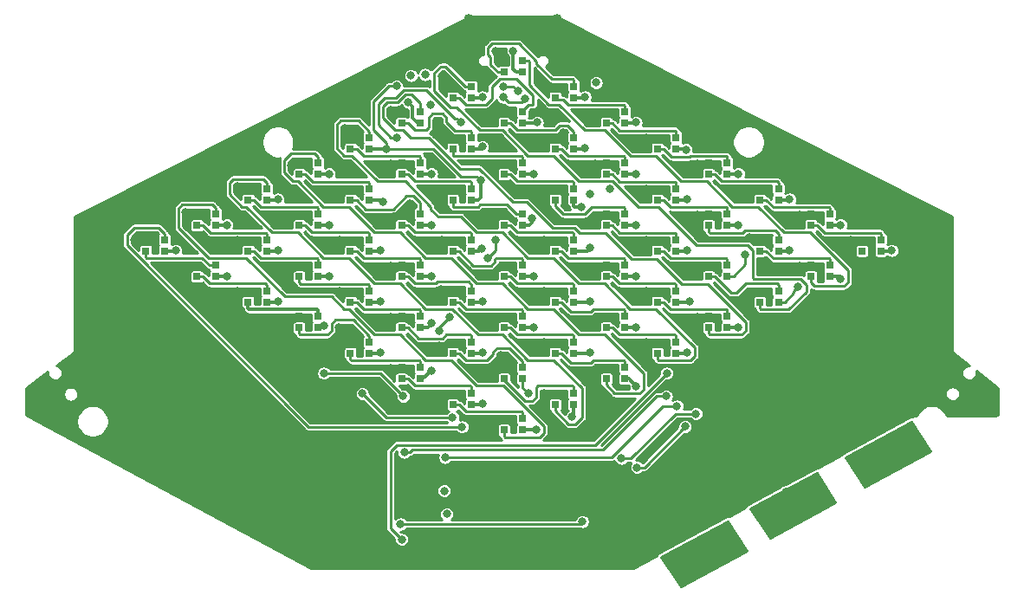
<source format=gbr>
G04 #@! TF.GenerationSoftware,KiCad,Pcbnew,5.1.5+dfsg1-2build2*
G04 #@! TF.CreationDate,2021-06-21T20:14:41+02:00*
G04 #@! TF.ProjectId,chip,63686970-2e6b-4696-9361-645f70636258,rev?*
G04 #@! TF.SameCoordinates,Original*
G04 #@! TF.FileFunction,Copper,L4,Bot*
G04 #@! TF.FilePolarity,Positive*
%FSLAX46Y46*%
G04 Gerber Fmt 4.6, Leading zero omitted, Abs format (unit mm)*
G04 Created by KiCad (PCBNEW 5.1.5+dfsg1-2build2) date 2021-06-21 20:14:41*
%MOMM*%
%LPD*%
G04 APERTURE LIST*
%ADD10R,0.700000X0.700000*%
%ADD11R,1.000000X1.000000*%
%ADD12O,0.900000X1.700000*%
%ADD13O,0.900000X2.000000*%
%ADD14C,0.800000*%
%ADD15C,0.250000*%
%ADD16C,0.300000*%
%ADD17C,0.254000*%
G04 APERTURE END LIST*
D10*
X175915000Y-75950000D03*
X175915000Y-77050000D03*
X174085000Y-77050000D03*
X174085000Y-75950000D03*
X170915000Y-73450000D03*
X170915000Y-74550000D03*
X169085000Y-74550000D03*
X169085000Y-73450000D03*
X165915000Y-70950000D03*
X165915000Y-72050000D03*
X164085000Y-72050000D03*
X164085000Y-70950000D03*
X195915000Y-90950000D03*
X195915000Y-92050000D03*
X194085000Y-92050000D03*
X194085000Y-90950000D03*
X190915000Y-88450000D03*
X190915000Y-89550000D03*
X189085000Y-89550000D03*
X189085000Y-88450000D03*
X185915000Y-85950000D03*
X185915000Y-87050000D03*
X184085000Y-87050000D03*
X184085000Y-85950000D03*
X180915000Y-83450000D03*
X180915000Y-84550000D03*
X179085000Y-84550000D03*
X179085000Y-83450000D03*
X175915000Y-80950000D03*
X175915000Y-82050000D03*
X174085000Y-82050000D03*
X174085000Y-80950000D03*
X170915000Y-78450000D03*
X170915000Y-79550000D03*
X169085000Y-79550000D03*
X169085000Y-78450000D03*
X165915000Y-75950000D03*
X165915000Y-77050000D03*
X164085000Y-77050000D03*
X164085000Y-75950000D03*
X160915000Y-73450000D03*
X160915000Y-74550000D03*
X159085000Y-74550000D03*
X159085000Y-73450000D03*
X190915000Y-93450000D03*
X190915000Y-94550000D03*
X189085000Y-94550000D03*
X189085000Y-93450000D03*
X185915000Y-90950000D03*
X185915000Y-92050000D03*
X184085000Y-92050000D03*
X184085000Y-90950000D03*
X180915000Y-88450000D03*
X180915000Y-89550000D03*
X179085000Y-89550000D03*
X179085000Y-88450000D03*
X175915000Y-85950000D03*
X175915000Y-87050000D03*
X174085000Y-87050000D03*
X174085000Y-85950000D03*
X170915000Y-83450000D03*
X170915000Y-84550000D03*
X169085000Y-84550000D03*
X169085000Y-83450000D03*
X165915000Y-80950000D03*
X165915000Y-82050000D03*
X164085000Y-82050000D03*
X164085000Y-80950000D03*
X160915000Y-78450000D03*
X160915000Y-79550000D03*
X159085000Y-79550000D03*
X159085000Y-78450000D03*
X155915000Y-75950000D03*
X155915000Y-77050000D03*
X154085000Y-77050000D03*
X154085000Y-75950000D03*
X185915000Y-95950000D03*
X185915000Y-97050000D03*
X184085000Y-97050000D03*
X184085000Y-95950000D03*
X180915000Y-93450000D03*
X180915000Y-94550000D03*
X179085000Y-94550000D03*
X179085000Y-93450000D03*
X175915000Y-90950000D03*
X175915000Y-92050000D03*
X174085000Y-92050000D03*
X174085000Y-90950000D03*
X170915000Y-88450000D03*
X170915000Y-89550000D03*
X169085000Y-89550000D03*
X169085000Y-88450000D03*
X165915000Y-85950000D03*
X165915000Y-87050000D03*
X164085000Y-87050000D03*
X164085000Y-85950000D03*
X160915000Y-83450000D03*
X160915000Y-84550000D03*
X159085000Y-84550000D03*
X159085000Y-83450000D03*
X155915000Y-80950000D03*
X155915000Y-82050000D03*
X154085000Y-82050000D03*
X154085000Y-80950000D03*
X150915000Y-78450000D03*
X150915000Y-79550000D03*
X149085000Y-79550000D03*
X149085000Y-78450000D03*
X180915000Y-98450000D03*
X180915000Y-99550000D03*
X179085000Y-99550000D03*
X179085000Y-98450000D03*
X175915000Y-95950000D03*
X175915000Y-97050000D03*
X174085000Y-97050000D03*
X174085000Y-95950000D03*
X170915000Y-93450000D03*
X170915000Y-94550000D03*
X169085000Y-94550000D03*
X169085000Y-93450000D03*
X165915000Y-90950000D03*
X165915000Y-92050000D03*
X164085000Y-92050000D03*
X164085000Y-90950000D03*
X160915000Y-88450000D03*
X160915000Y-89550000D03*
X159085000Y-89550000D03*
X159085000Y-88450000D03*
X155915000Y-85950000D03*
X155915000Y-87050000D03*
X154085000Y-87050000D03*
X154085000Y-85950000D03*
X150915000Y-83450000D03*
X150915000Y-84550000D03*
X149085000Y-84550000D03*
X149085000Y-83450000D03*
X145915000Y-80950000D03*
X145915000Y-82050000D03*
X144085000Y-82050000D03*
X144085000Y-80950000D03*
X175915000Y-100950000D03*
X175915000Y-102050000D03*
X174085000Y-102050000D03*
X174085000Y-100950000D03*
X170915000Y-98450000D03*
X170915000Y-99550000D03*
X169085000Y-99550000D03*
X169085000Y-98450000D03*
X165915000Y-95950000D03*
X165915000Y-97050000D03*
X164085000Y-97050000D03*
X164085000Y-95950000D03*
X160915000Y-93450000D03*
X160915000Y-94550000D03*
X159085000Y-94550000D03*
X159085000Y-93450000D03*
X155915000Y-90950000D03*
X155915000Y-92050000D03*
X154085000Y-92050000D03*
X154085000Y-90950000D03*
X150915000Y-88450000D03*
X150915000Y-89550000D03*
X149085000Y-89550000D03*
X149085000Y-88450000D03*
X145915000Y-85950000D03*
X145915000Y-87050000D03*
X144085000Y-87050000D03*
X144085000Y-85950000D03*
X140915000Y-83450000D03*
X140915000Y-84550000D03*
X139085000Y-84550000D03*
X139085000Y-83450000D03*
X170915000Y-68450000D03*
X170915000Y-69550000D03*
X169085000Y-69550000D03*
X169085000Y-68450000D03*
X200915000Y-83450000D03*
X200915000Y-84550000D03*
X199085000Y-84550000D03*
X199085000Y-83450000D03*
X195915000Y-80950000D03*
X195915000Y-82050000D03*
X194085000Y-82050000D03*
X194085000Y-80950000D03*
X190915000Y-78450000D03*
X190915000Y-79550000D03*
X189085000Y-79550000D03*
X189085000Y-78450000D03*
X185915000Y-75950000D03*
X185915000Y-77050000D03*
X184085000Y-77050000D03*
X184085000Y-75950000D03*
X185915000Y-80950000D03*
X185915000Y-82050000D03*
X184085000Y-82050000D03*
X184085000Y-80950000D03*
X180915000Y-78450000D03*
X180915000Y-79550000D03*
X179085000Y-79550000D03*
X179085000Y-78450000D03*
X200915000Y-88450000D03*
X200915000Y-89550000D03*
X199085000Y-89550000D03*
X199085000Y-88450000D03*
X180915000Y-73450000D03*
X180915000Y-74550000D03*
X179085000Y-74550000D03*
X179085000Y-73450000D03*
X175915000Y-70950000D03*
X175915000Y-72050000D03*
X174085000Y-72050000D03*
X174085000Y-70950000D03*
X195915000Y-85950000D03*
X195915000Y-87050000D03*
X194085000Y-87050000D03*
X194085000Y-85950000D03*
X190915000Y-83450000D03*
X190915000Y-84550000D03*
X189085000Y-84550000D03*
X189085000Y-83450000D03*
X205915000Y-85950000D03*
X205915000Y-87050000D03*
X204085000Y-87050000D03*
X204085000Y-85950000D03*
X135915000Y-85950000D03*
X135915000Y-87050000D03*
X134085000Y-87050000D03*
X134085000Y-85950000D03*
X155915000Y-95950000D03*
X155915000Y-97050000D03*
X154085000Y-97050000D03*
X154085000Y-95950000D03*
X150915000Y-93450000D03*
X150915000Y-94550000D03*
X149085000Y-94550000D03*
X149085000Y-93450000D03*
X145915000Y-90950000D03*
X145915000Y-92050000D03*
X144085000Y-92050000D03*
X144085000Y-90950000D03*
X140915000Y-88450000D03*
X140915000Y-89550000D03*
X139085000Y-89550000D03*
X139085000Y-88450000D03*
X170915000Y-103450000D03*
X170915000Y-104550000D03*
X169085000Y-104550000D03*
X169085000Y-103450000D03*
X165915000Y-100950000D03*
X165915000Y-102050000D03*
X164085000Y-102050000D03*
X164085000Y-100950000D03*
X160915000Y-98450000D03*
X160915000Y-99550000D03*
X159085000Y-99550000D03*
X159085000Y-98450000D03*
D11*
X188600000Y-117000000D03*
X197900000Y-112000000D03*
X207200000Y-107000000D03*
D12*
X165680000Y-64760000D03*
X174320000Y-64760000D03*
D13*
X165680000Y-68930000D03*
X174320000Y-68930000D03*
D14*
X159250000Y-101250000D03*
X151500000Y-99000000D03*
X169200000Y-77000000D03*
X169200000Y-77000000D03*
X162750000Y-75350000D03*
X162750000Y-74350000D03*
X161900000Y-77850000D03*
X159900000Y-82400000D03*
X153500000Y-75050000D03*
X174900000Y-75500000D03*
X195150000Y-88750000D03*
X159100000Y-116500000D03*
X181050000Y-116500000D03*
X182450000Y-110700000D03*
X133000000Y-86000000D03*
X138000000Y-88500000D03*
X143000000Y-91000000D03*
X148000000Y-93750000D03*
X158000000Y-98500000D03*
X163100002Y-101250000D03*
X173000000Y-101000000D03*
X158000000Y-93500000D03*
X153000000Y-91000000D03*
X148000000Y-88500000D03*
X143000000Y-86000000D03*
X138000000Y-83250000D03*
X143000000Y-80750000D03*
X148000000Y-83500000D03*
X153000000Y-86000000D03*
X158000000Y-88500000D03*
X168000000Y-93500000D03*
X173000000Y-96000000D03*
X178000000Y-98750000D03*
X183000000Y-96000000D03*
X178038775Y-93550639D03*
X173000000Y-91000000D03*
X163000000Y-86000000D03*
X158000000Y-83750000D03*
X152750000Y-81250000D03*
X158000025Y-78500821D03*
X158000000Y-73250000D03*
X167750000Y-74500000D03*
X163000000Y-70000000D03*
X178000000Y-73500000D03*
X183000000Y-76000000D03*
X178000000Y-78500000D03*
X183000000Y-81000000D03*
X173000000Y-81500000D03*
X163000000Y-83000000D03*
X173000000Y-86000000D03*
X188000000Y-93500000D03*
X183000000Y-91000000D03*
X187750000Y-88500000D03*
X188000000Y-78500000D03*
X193000000Y-81000000D03*
X198000000Y-83500000D03*
X203000000Y-86000000D03*
X198000000Y-88500000D03*
X188000000Y-83500000D03*
X168250000Y-67500000D03*
X173000000Y-71000000D03*
X168748106Y-88600000D03*
X162909878Y-90776902D03*
X129250000Y-97500000D03*
X134000000Y-97250000D03*
X152959569Y-94524990D03*
X174500000Y-109000000D03*
X168750000Y-97250000D03*
X178000000Y-88725010D03*
X183000000Y-86000000D03*
X178225010Y-83574234D03*
X167987340Y-103487340D03*
X168000000Y-79000000D03*
X193036454Y-85751022D03*
X171900000Y-73600000D03*
X162763496Y-96312607D03*
X217000000Y-102800000D03*
X167000000Y-84000000D03*
X148325010Y-78700000D03*
X177100000Y-70100000D03*
X149000000Y-109300000D03*
X164900000Y-74500000D03*
X158626347Y-75950011D03*
X155250000Y-101000000D03*
X164075001Y-103325001D03*
X163750000Y-93500000D03*
X162746895Y-94862595D03*
X159000000Y-113750000D03*
X176750000Y-113500000D03*
X137000000Y-87000001D03*
X142000000Y-89500000D03*
X147030338Y-91999990D03*
X157000000Y-97000000D03*
X162000000Y-98750000D03*
X167000000Y-102000000D03*
X167000000Y-97000000D03*
X175750000Y-103250000D03*
X157000000Y-92000000D03*
X152000000Y-89500000D03*
X147000000Y-87000000D03*
X142000000Y-84500000D03*
X147000000Y-82000000D03*
X152000000Y-84500000D03*
X157000000Y-87000000D03*
X162000000Y-89500000D03*
X167000000Y-92000000D03*
X172000000Y-94500000D03*
X177500000Y-97000000D03*
X182000000Y-100250000D03*
X187000000Y-97000000D03*
X182000000Y-94500000D03*
X177500000Y-92000000D03*
X172000000Y-89500000D03*
X162000000Y-84500000D03*
X157250000Y-82250000D03*
X152000000Y-79500000D03*
X162000000Y-79500000D03*
X157629182Y-77051168D03*
X166987340Y-76864638D03*
X167000000Y-72000000D03*
X177000000Y-72000000D03*
X182000000Y-74500000D03*
X177000000Y-77000000D03*
X182000000Y-79500000D03*
X187000000Y-82000000D03*
X172000000Y-79500000D03*
X166816847Y-80165170D03*
X182000000Y-89500000D03*
X192000000Y-94500000D03*
X187250000Y-92000000D03*
X187000000Y-87000000D03*
X192000000Y-79500000D03*
X197000000Y-82000000D03*
X202000000Y-84500000D03*
X207000000Y-87000000D03*
X202000000Y-89750000D03*
X197000000Y-87000000D03*
X192000000Y-84500000D03*
X170000000Y-67500000D03*
X166933769Y-86801305D03*
X151509562Y-94347908D03*
X171500000Y-101000000D03*
X186862340Y-77137660D03*
X159755026Y-72505026D03*
X158599770Y-70925549D03*
X182000000Y-84500000D03*
X177487340Y-86774990D03*
X171861695Y-83862999D03*
X176626141Y-82724462D03*
X172262660Y-104512660D03*
X192684989Y-87400000D03*
X197793429Y-90541421D03*
X172338569Y-74498711D03*
X162000010Y-94100000D03*
X161900000Y-72800000D03*
X160000000Y-69900000D03*
X161400000Y-69800000D03*
X178100000Y-70600000D03*
X182100000Y-108200000D03*
X186800000Y-104200000D03*
X187850000Y-102950000D03*
X180554902Y-107306828D03*
X186000000Y-102225000D03*
X163350000Y-107225010D03*
X184950000Y-101250000D03*
X159350000Y-106725010D03*
X159100000Y-115250000D03*
X185000000Y-99000000D03*
X169000000Y-71000000D03*
X170445974Y-71448485D03*
X169000000Y-72000000D03*
X171169705Y-72138583D03*
X168250000Y-86000000D03*
X167500000Y-87750000D03*
X203600000Y-107100000D03*
X196600002Y-110600000D03*
X188600000Y-115100000D03*
X163500000Y-112750000D03*
X177500000Y-81500000D03*
X163250000Y-110500000D03*
X179432327Y-80959066D03*
X165000000Y-104250000D03*
D15*
X157000000Y-99000000D02*
X151500000Y-99000000D01*
X159250000Y-101250000D02*
X157000000Y-99000000D01*
D16*
X133050000Y-85950000D02*
X133000000Y-86000000D01*
X134085000Y-85950000D02*
X133050000Y-85950000D01*
X138050000Y-88450000D02*
X138000000Y-88500000D01*
X139085000Y-88450000D02*
X138050000Y-88450000D01*
X143050000Y-90950000D02*
X143000000Y-91000000D01*
X144085000Y-90950000D02*
X143050000Y-90950000D01*
X148300000Y-93450000D02*
X148000000Y-93750000D01*
X149085000Y-93450000D02*
X148300000Y-93450000D01*
X158050000Y-98450000D02*
X158000000Y-98500000D01*
X159085000Y-98450000D02*
X158050000Y-98450000D01*
X163400002Y-100950000D02*
X163100002Y-101250000D01*
X164085000Y-100950000D02*
X163400002Y-100950000D01*
X173050000Y-100950000D02*
X173000000Y-101000000D01*
X174085000Y-100950000D02*
X173050000Y-100950000D01*
X158050000Y-93450000D02*
X158000000Y-93500000D01*
X159085000Y-93450000D02*
X158050000Y-93450000D01*
X153050000Y-90950000D02*
X153000000Y-91000000D01*
X154085000Y-90950000D02*
X153050000Y-90950000D01*
X148050000Y-88450000D02*
X148000000Y-88500000D01*
X149085000Y-88450000D02*
X148050000Y-88450000D01*
X143050000Y-85950000D02*
X143000000Y-86000000D01*
X144085000Y-85950000D02*
X143050000Y-85950000D01*
X138200000Y-83450000D02*
X138000000Y-83250000D01*
X139085000Y-83450000D02*
X138200000Y-83450000D01*
X143200000Y-80950000D02*
X143000000Y-80750000D01*
X144085000Y-80950000D02*
X143200000Y-80950000D01*
X148050000Y-83450000D02*
X148000000Y-83500000D01*
X149085000Y-83450000D02*
X148050000Y-83450000D01*
X153050000Y-85950000D02*
X153000000Y-86000000D01*
X154085000Y-85950000D02*
X153050000Y-85950000D01*
X158050000Y-88450000D02*
X158000000Y-88500000D01*
X159085000Y-88450000D02*
X158050000Y-88450000D01*
X168050000Y-93450000D02*
X168000000Y-93500000D01*
X169085000Y-93450000D02*
X168050000Y-93450000D01*
X173050000Y-95950000D02*
X173000000Y-96000000D01*
X174085000Y-95950000D02*
X173050000Y-95950000D01*
X178300000Y-98450000D02*
X178000000Y-98750000D01*
X179085000Y-98450000D02*
X178300000Y-98450000D01*
X183050000Y-95950000D02*
X183000000Y-96000000D01*
X184085000Y-95950000D02*
X183050000Y-95950000D01*
X179085000Y-93450000D02*
X178139414Y-93450000D01*
X178139414Y-93450000D02*
X178038775Y-93550639D01*
X173050000Y-90950000D02*
X173000000Y-91000000D01*
X174085000Y-90950000D02*
X173050000Y-90950000D01*
X163050000Y-85950000D02*
X163000000Y-86000000D01*
X164085000Y-85950000D02*
X163050000Y-85950000D01*
X158300000Y-83450000D02*
X158000000Y-83750000D01*
X159085000Y-83450000D02*
X158300000Y-83450000D01*
X153050000Y-80950000D02*
X152750000Y-81250000D01*
X154085000Y-80950000D02*
X153050000Y-80950000D01*
X154085000Y-75635000D02*
X153500000Y-75050000D01*
X154085000Y-75950000D02*
X154085000Y-75635000D01*
X158050846Y-78450000D02*
X158000025Y-78500821D01*
X159085000Y-78450000D02*
X158050846Y-78450000D01*
X158200000Y-73450000D02*
X158000000Y-73250000D01*
X159085000Y-73450000D02*
X158200000Y-73450000D01*
X163350000Y-75950000D02*
X162750000Y-75350000D01*
X164085000Y-75950000D02*
X163350000Y-75950000D01*
X168800000Y-73450000D02*
X167750000Y-74500000D01*
X169085000Y-73450000D02*
X168800000Y-73450000D01*
X163950000Y-70950000D02*
X163000000Y-70000000D01*
X164085000Y-70950000D02*
X163950000Y-70950000D01*
X178050000Y-73450000D02*
X178000000Y-73500000D01*
X179085000Y-73450000D02*
X178050000Y-73450000D01*
X183050000Y-75950000D02*
X183000000Y-76000000D01*
X184085000Y-75950000D02*
X183050000Y-75950000D01*
X174450000Y-75950000D02*
X174900000Y-75500000D01*
X174085000Y-75950000D02*
X174450000Y-75950000D01*
X178050000Y-78450000D02*
X178000000Y-78500000D01*
X179085000Y-78450000D02*
X178050000Y-78450000D01*
X183050000Y-80950000D02*
X183000000Y-81000000D01*
X184085000Y-80950000D02*
X183050000Y-80950000D01*
X173550000Y-80950000D02*
X173000000Y-81500000D01*
X174085000Y-80950000D02*
X173550000Y-80950000D01*
X163000000Y-81385000D02*
X163000000Y-83000000D01*
X164085000Y-80950000D02*
X163435000Y-80950000D01*
X163435000Y-80950000D02*
X163000000Y-81385000D01*
X173050000Y-85950000D02*
X173000000Y-86000000D01*
X174085000Y-85950000D02*
X173050000Y-85950000D01*
X188050000Y-93450000D02*
X188000000Y-93500000D01*
X189085000Y-93450000D02*
X188050000Y-93450000D01*
X183050000Y-90950000D02*
X183000000Y-91000000D01*
X184085000Y-90950000D02*
X183050000Y-90950000D01*
X187800000Y-88450000D02*
X187750000Y-88500000D01*
X189085000Y-88450000D02*
X187800000Y-88450000D01*
X188050000Y-78450000D02*
X188000000Y-78500000D01*
X189085000Y-78450000D02*
X188050000Y-78450000D01*
X193050000Y-80950000D02*
X193000000Y-81000000D01*
X194085000Y-80950000D02*
X193050000Y-80950000D01*
X198050000Y-83450000D02*
X198000000Y-83500000D01*
X199085000Y-83450000D02*
X198050000Y-83450000D01*
X203050000Y-85950000D02*
X203000000Y-86000000D01*
X204085000Y-85950000D02*
X203050000Y-85950000D01*
X198050000Y-88450000D02*
X198000000Y-88500000D01*
X199085000Y-88450000D02*
X198050000Y-88450000D01*
X188050000Y-83450000D02*
X188000000Y-83500000D01*
X189085000Y-83450000D02*
X188050000Y-83450000D01*
X169085000Y-68450000D02*
X169085000Y-68335000D01*
X169085000Y-68335000D02*
X168250000Y-67500000D01*
X174085000Y-70950000D02*
X173050000Y-70950000D01*
X173050000Y-70950000D02*
X173000000Y-71000000D01*
X169085000Y-88450000D02*
X168935000Y-88600000D01*
X168935000Y-88600000D02*
X168748106Y-88600000D01*
X164085000Y-90950000D02*
X163082976Y-90950000D01*
X163082976Y-90950000D02*
X162909878Y-90776902D01*
X153435000Y-95950000D02*
X152959569Y-95474569D01*
X152959569Y-95474569D02*
X152959569Y-94524990D01*
X154085000Y-95950000D02*
X153435000Y-95950000D01*
D15*
X169085000Y-97585000D02*
X168750000Y-97250000D01*
X169085000Y-98450000D02*
X169085000Y-97585000D01*
D16*
X178275010Y-88450000D02*
X178000000Y-88725010D01*
X179085000Y-88450000D02*
X178275010Y-88450000D01*
X184085000Y-85950000D02*
X183050000Y-85950000D01*
X183050000Y-85950000D02*
X183000000Y-86000000D01*
X178349244Y-83450000D02*
X178225010Y-83574234D01*
X179085000Y-83450000D02*
X178349244Y-83450000D01*
X169085000Y-103450000D02*
X168024680Y-103450000D01*
X168024680Y-103450000D02*
X167987340Y-103487340D01*
X168000000Y-78885000D02*
X168000000Y-79000000D01*
X169085000Y-78450000D02*
X168435000Y-78450000D01*
X168435000Y-78450000D02*
X168000000Y-78885000D01*
X193235432Y-85950000D02*
X193036454Y-85751022D01*
X194085000Y-85950000D02*
X193235432Y-85950000D01*
X164085000Y-95950000D02*
X163435000Y-95950000D01*
X163435000Y-95950000D02*
X163072393Y-96312607D01*
X163072393Y-96312607D02*
X162763496Y-96312607D01*
X167550000Y-83450000D02*
X167000000Y-84000000D01*
X169085000Y-83450000D02*
X167550000Y-83450000D01*
X148325010Y-78559990D02*
X148325010Y-78700000D01*
X149085000Y-78450000D02*
X148435000Y-78450000D01*
X148435000Y-78450000D02*
X148325010Y-78559990D01*
D15*
X157575001Y-103325001D02*
X164075001Y-103325001D01*
X155250000Y-101000000D02*
X157575001Y-103325001D01*
X157465598Y-72074987D02*
X156824987Y-72715598D01*
X156824987Y-74714336D02*
X158060662Y-75950011D01*
X158523334Y-72074987D02*
X157465598Y-72074987D01*
X156824987Y-72715598D02*
X156824987Y-74714336D01*
X161519951Y-71319951D02*
X159278370Y-71319951D01*
X158060662Y-75950011D02*
X158626347Y-75950011D01*
X159278370Y-71319951D02*
X158523334Y-72074987D01*
X164300001Y-74100001D02*
X161519951Y-71319951D01*
X164500001Y-74100001D02*
X164300001Y-74100001D01*
X164900000Y-74500000D02*
X164500001Y-74100001D01*
X163750000Y-93500000D02*
X162746895Y-94503105D01*
X162746895Y-94503105D02*
X162746895Y-94862595D01*
X176500000Y-113750000D02*
X176750000Y-113500000D01*
X159000000Y-113750000D02*
X176500000Y-113750000D01*
D16*
X136950001Y-87050000D02*
X137000000Y-87000001D01*
X135915000Y-87050000D02*
X136950001Y-87050000D01*
X141950000Y-89550000D02*
X142000000Y-89500000D01*
X140915000Y-89550000D02*
X141950000Y-89550000D01*
X145915000Y-92050000D02*
X146980328Y-92050000D01*
X146980328Y-92050000D02*
X147030338Y-91999990D01*
X156950000Y-97050000D02*
X157000000Y-97000000D01*
X155915000Y-97050000D02*
X156950000Y-97050000D01*
X161200000Y-99550000D02*
X162000000Y-98750000D01*
X160915000Y-99550000D02*
X161200000Y-99550000D01*
X166950000Y-102050000D02*
X167000000Y-102000000D01*
X165915000Y-102050000D02*
X166950000Y-102050000D01*
X166950000Y-97050000D02*
X167000000Y-97000000D01*
X165915000Y-97050000D02*
X166950000Y-97050000D01*
X175915000Y-103085000D02*
X175750000Y-103250000D01*
X175915000Y-102050000D02*
X175915000Y-103085000D01*
X156950000Y-92050000D02*
X157000000Y-92000000D01*
X155915000Y-92050000D02*
X156950000Y-92050000D01*
X151950000Y-89550000D02*
X152000000Y-89500000D01*
X150915000Y-89550000D02*
X151950000Y-89550000D01*
X146950000Y-87050000D02*
X147000000Y-87000000D01*
X145915000Y-87050000D02*
X146950000Y-87050000D01*
X141950000Y-84550000D02*
X142000000Y-84500000D01*
X140915000Y-84550000D02*
X141950000Y-84550000D01*
X146950000Y-82050000D02*
X147000000Y-82000000D01*
X145915000Y-82050000D02*
X146950000Y-82050000D01*
X151950000Y-84550000D02*
X152000000Y-84500000D01*
X150915000Y-84550000D02*
X151950000Y-84550000D01*
X156950000Y-87050000D02*
X157000000Y-87000000D01*
X155915000Y-87050000D02*
X156950000Y-87050000D01*
X161950000Y-89550000D02*
X162000000Y-89500000D01*
X160915000Y-89550000D02*
X161950000Y-89550000D01*
X166950000Y-92050000D02*
X167000000Y-92000000D01*
X165915000Y-92050000D02*
X166950000Y-92050000D01*
X171950000Y-94550000D02*
X172000000Y-94500000D01*
X170915000Y-94550000D02*
X171950000Y-94550000D01*
X177450000Y-97050000D02*
X177500000Y-97000000D01*
X175915000Y-97050000D02*
X177450000Y-97050000D01*
X181300000Y-99550000D02*
X182000000Y-100250000D01*
X180915000Y-99550000D02*
X181300000Y-99550000D01*
X186950000Y-97050000D02*
X187000000Y-97000000D01*
X185915000Y-97050000D02*
X186950000Y-97050000D01*
X181950000Y-94550000D02*
X182000000Y-94500000D01*
X180915000Y-94550000D02*
X181950000Y-94550000D01*
X177450000Y-92050000D02*
X177500000Y-92000000D01*
X175915000Y-92050000D02*
X177450000Y-92050000D01*
X171950000Y-89550000D02*
X172000000Y-89500000D01*
X170915000Y-89550000D02*
X171950000Y-89550000D01*
X160915000Y-84550000D02*
X161950000Y-84550000D01*
X161950000Y-84550000D02*
X162000000Y-84500000D01*
X155915000Y-82050000D02*
X157050000Y-82050000D01*
X157050000Y-82050000D02*
X157250000Y-82250000D01*
X151950000Y-79550000D02*
X152000000Y-79500000D01*
X150915000Y-79550000D02*
X151950000Y-79550000D01*
X161950000Y-79550000D02*
X162000000Y-79500000D01*
X160915000Y-79550000D02*
X161950000Y-79550000D01*
X155915000Y-77050000D02*
X157628014Y-77050000D01*
X157628014Y-77050000D02*
X157629182Y-77051168D01*
X166801978Y-77050000D02*
X166987340Y-76864638D01*
X165915000Y-77050000D02*
X166801978Y-77050000D01*
X166950000Y-72050000D02*
X167000000Y-72000000D01*
X165915000Y-72050000D02*
X166950000Y-72050000D01*
X176950000Y-72050000D02*
X177000000Y-72000000D01*
X175915000Y-72050000D02*
X176950000Y-72050000D01*
X181950000Y-74550000D02*
X182000000Y-74500000D01*
X180915000Y-74550000D02*
X181950000Y-74550000D01*
X176950000Y-77050000D02*
X177000000Y-77000000D01*
X175915000Y-77050000D02*
X176950000Y-77050000D01*
X181950000Y-79550000D02*
X182000000Y-79500000D01*
X180915000Y-79550000D02*
X181950000Y-79550000D01*
X186950000Y-82050000D02*
X187000000Y-82000000D01*
X185915000Y-82050000D02*
X186950000Y-82050000D01*
X171950000Y-79550000D02*
X172000000Y-79500000D01*
X170915000Y-79550000D02*
X171950000Y-79550000D01*
D15*
X157629182Y-77051168D02*
X162174170Y-77051168D01*
X164888173Y-79765171D02*
X166416848Y-79765171D01*
X162174170Y-77051168D02*
X164888173Y-79765171D01*
X166416848Y-79765171D02*
X166816847Y-80165170D01*
D16*
X166816847Y-80730855D02*
X166816847Y-80165170D01*
X166816847Y-81798153D02*
X166816847Y-80730855D01*
X166565000Y-82050000D02*
X166816847Y-81798153D01*
X165915000Y-82050000D02*
X166565000Y-82050000D01*
X181950000Y-89550000D02*
X182000000Y-89500000D01*
X180915000Y-89550000D02*
X181950000Y-89550000D01*
X190915000Y-94550000D02*
X191950000Y-94550000D01*
X191950000Y-94550000D02*
X192000000Y-94500000D01*
X187200000Y-92050000D02*
X187250000Y-92000000D01*
X185915000Y-92050000D02*
X187200000Y-92050000D01*
X186950000Y-87050000D02*
X187000000Y-87000000D01*
X185915000Y-87050000D02*
X186950000Y-87050000D01*
X191950000Y-79550000D02*
X192000000Y-79500000D01*
X190915000Y-79550000D02*
X191950000Y-79550000D01*
X196950000Y-82050000D02*
X197000000Y-82000000D01*
X195915000Y-82050000D02*
X196950000Y-82050000D01*
X201950000Y-84550000D02*
X202000000Y-84500000D01*
X200915000Y-84550000D02*
X201950000Y-84550000D01*
X206950000Y-87050000D02*
X207000000Y-87000000D01*
X205915000Y-87050000D02*
X206950000Y-87050000D01*
X201800000Y-89550000D02*
X202000000Y-89750000D01*
X200915000Y-89550000D02*
X201800000Y-89550000D01*
X195915000Y-87050000D02*
X196950000Y-87050000D01*
X196950000Y-87050000D02*
X197000000Y-87000000D01*
X191950000Y-84550000D02*
X192000000Y-84500000D01*
X190915000Y-84550000D02*
X191950000Y-84550000D01*
X170000000Y-69285000D02*
X170000000Y-67500000D01*
X170265000Y-69550000D02*
X170000000Y-69285000D01*
X170915000Y-69550000D02*
X170265000Y-69550000D01*
X166685074Y-87050000D02*
X166933769Y-86801305D01*
X165915000Y-87050000D02*
X166685074Y-87050000D01*
X150915000Y-94376785D02*
X150943877Y-94347908D01*
X150943877Y-94347908D02*
X151509562Y-94347908D01*
X150915000Y-94550000D02*
X150915000Y-94376785D01*
D15*
X170915000Y-99550000D02*
X170915000Y-100415000D01*
X170915000Y-100415000D02*
X171500000Y-101000000D01*
D16*
X185915000Y-77050000D02*
X186774680Y-77050000D01*
X186774680Y-77050000D02*
X186862340Y-77137660D01*
X160155025Y-72905025D02*
X159755026Y-72505026D01*
X160684998Y-74550000D02*
X160155025Y-74020027D01*
X160155025Y-74020027D02*
X160155025Y-72905025D01*
D15*
X158034085Y-70925549D02*
X158599770Y-70925549D01*
X156374976Y-72393240D02*
X157842667Y-70925549D01*
D16*
X160915000Y-74550000D02*
X160684998Y-74550000D01*
D15*
X157842667Y-70925549D02*
X158034085Y-70925549D01*
X156374976Y-75231277D02*
X156374976Y-72393240D01*
X157629182Y-76485483D02*
X156374976Y-75231277D01*
X157629182Y-77051168D02*
X157629182Y-76485483D01*
D16*
X180915000Y-84550000D02*
X181950000Y-84550000D01*
X181950000Y-84550000D02*
X182000000Y-84500000D01*
X175915000Y-87050000D02*
X177212330Y-87050000D01*
X177212330Y-87050000D02*
X177487340Y-86774990D01*
X170915000Y-84550000D02*
X171565000Y-84550000D01*
X171565000Y-84550000D02*
X171861695Y-84253305D01*
X171861695Y-84253305D02*
X171861695Y-83862999D01*
X175915000Y-82050000D02*
X175915000Y-82700000D01*
X175915000Y-82700000D02*
X175939462Y-82724462D01*
X175939462Y-82724462D02*
X176060456Y-82724462D01*
X176060456Y-82724462D02*
X176626141Y-82724462D01*
X172225320Y-104550000D02*
X172262660Y-104512660D01*
X170915000Y-104550000D02*
X172225320Y-104550000D01*
D15*
X191515000Y-89550000D02*
X192684989Y-88380011D01*
X192684989Y-88380011D02*
X192684989Y-87400000D01*
X190915000Y-89550000D02*
X191515000Y-89550000D01*
X196515000Y-92050000D02*
X195915000Y-92050000D01*
X197393430Y-91171570D02*
X196515000Y-92050000D01*
X197393430Y-90941420D02*
X197393430Y-91171570D01*
X197793429Y-90541421D02*
X197393430Y-90941420D01*
D16*
X170915000Y-74550000D02*
X172287280Y-74550000D01*
X172287280Y-74550000D02*
X172338569Y-74498711D01*
X161650000Y-94550000D02*
X162000010Y-94199990D01*
X160915000Y-94550000D02*
X161650000Y-94550000D01*
X162000010Y-94199990D02*
X162000010Y-94100000D01*
D15*
X182800000Y-108200000D02*
X186800000Y-104200000D01*
X182100000Y-108200000D02*
X182800000Y-108200000D01*
X181493172Y-107306828D02*
X181120587Y-107306828D01*
X185850000Y-102950000D02*
X181493172Y-107306828D01*
X181120587Y-107306828D02*
X180554902Y-107306828D01*
X187850000Y-102950000D02*
X185850000Y-102950000D01*
X163915685Y-107225010D02*
X163350000Y-107225010D01*
X179611400Y-107225010D02*
X163915685Y-107225010D01*
X184611410Y-102225000D02*
X179611400Y-107225010D01*
X186000000Y-102225000D02*
X184611410Y-102225000D01*
X159915685Y-106725010D02*
X159350000Y-106725010D01*
X178800000Y-106500000D02*
X160140695Y-106500000D01*
X160140695Y-106500000D02*
X159915685Y-106725010D01*
X184050000Y-101250000D02*
X178800000Y-106500000D01*
X184950000Y-101250000D02*
X184050000Y-101250000D01*
X158000000Y-106626998D02*
X158000000Y-114150000D01*
X158626998Y-106000000D02*
X158000000Y-106626998D01*
X178000000Y-106000000D02*
X158626998Y-106000000D01*
X185000000Y-99000000D02*
X178000000Y-106000000D01*
X158000000Y-114150000D02*
X159100000Y-115250000D01*
X169997489Y-71000000D02*
X170445974Y-71448485D01*
X169000000Y-71000000D02*
X169997489Y-71000000D01*
X170769706Y-72538582D02*
X171169705Y-72138583D01*
X169000000Y-72000000D02*
X169538582Y-72538582D01*
X169538582Y-72538582D02*
X170769706Y-72538582D01*
X168250000Y-87000000D02*
X167500000Y-87750000D01*
X168250000Y-86000000D02*
X168250000Y-87000000D01*
X207100000Y-107100000D02*
X207200000Y-107000000D01*
X203600000Y-107100000D02*
X207100000Y-107100000D01*
X197900000Y-111899998D02*
X196600002Y-110600000D01*
X197900000Y-112000000D02*
X197900000Y-111899998D01*
X188600000Y-115100000D02*
X188600000Y-117000000D01*
X135315000Y-84750000D02*
X133000000Y-84750000D01*
X133000000Y-84750000D02*
X132250000Y-85500000D01*
X135915000Y-85950000D02*
X135915000Y-85350000D01*
X164434315Y-104250000D02*
X165000000Y-104250000D01*
X135915000Y-85350000D02*
X135315000Y-84750000D01*
X132250000Y-85500000D02*
X132250000Y-86500002D01*
X132250000Y-86500002D02*
X149999998Y-104250000D01*
X149999998Y-104250000D02*
X164434315Y-104250000D01*
X139588591Y-87725001D02*
X140313590Y-88450000D01*
X134160001Y-87725001D02*
X139588591Y-87725001D01*
X140315000Y-88450000D02*
X140915000Y-88450000D01*
X134085000Y-87050000D02*
X134085000Y-87650000D01*
X140313590Y-88450000D02*
X140315000Y-88450000D01*
X134085000Y-87650000D02*
X134160001Y-87725001D01*
X145915000Y-90350000D02*
X145915000Y-90950000D01*
X145790001Y-90225001D02*
X145915000Y-90350000D01*
X140360001Y-90225001D02*
X145790001Y-90225001D01*
X139685000Y-89550000D02*
X140360001Y-90225001D01*
X139085000Y-89550000D02*
X139685000Y-89550000D01*
D16*
X150915000Y-92800000D02*
X150915000Y-93450000D01*
X150865000Y-92750000D02*
X150915000Y-92800000D01*
X144135000Y-92750000D02*
X150865000Y-92750000D01*
X144085000Y-92700000D02*
X144135000Y-92750000D01*
X144085000Y-92050000D02*
X144085000Y-92700000D01*
D15*
X152611567Y-93799988D02*
X154364988Y-93799988D01*
X152234567Y-94872992D02*
X152234567Y-94176988D01*
X154364988Y-93799988D02*
X155915000Y-95350000D01*
X151882558Y-95225001D02*
X152234567Y-94872992D01*
X149085000Y-94550000D02*
X149085000Y-95150000D01*
X155915000Y-95350000D02*
X155915000Y-95950000D01*
X152234567Y-94176988D02*
X152611567Y-93799988D01*
X149160001Y-95225001D02*
X151882558Y-95225001D01*
X149085000Y-95150000D02*
X149160001Y-95225001D01*
X160915000Y-97850000D02*
X160915000Y-98450000D01*
X160839999Y-97774999D02*
X160915000Y-97850000D01*
X154209999Y-97774999D02*
X160839999Y-97774999D01*
X154085000Y-97650000D02*
X154209999Y-97774999D01*
X154085000Y-97050000D02*
X154085000Y-97650000D01*
X165915000Y-100350000D02*
X165915000Y-100950000D01*
X165790001Y-100225001D02*
X165915000Y-100350000D01*
X160360001Y-100225001D02*
X165790001Y-100225001D01*
X159685000Y-99550000D02*
X160360001Y-100225001D01*
X159085000Y-99550000D02*
X159685000Y-99550000D01*
X170790001Y-102725001D02*
X170915000Y-102850000D01*
X165360001Y-102725001D02*
X170790001Y-102725001D01*
X164685000Y-102050000D02*
X165360001Y-102725001D01*
X170915000Y-102850000D02*
X170915000Y-103450000D01*
X164085000Y-102050000D02*
X164685000Y-102050000D01*
X169015586Y-100225001D02*
X166426411Y-100225001D01*
X143926411Y-87725001D02*
X140225001Y-87725001D01*
X161426411Y-97725001D02*
X158926411Y-95225001D01*
X152249998Y-91500000D02*
X147701410Y-91500000D01*
X163926411Y-97725001D02*
X161426411Y-97725001D01*
X153926411Y-92725001D02*
X153474999Y-92725001D01*
X137274998Y-82901998D02*
X137651998Y-82524998D01*
X156426411Y-95225001D02*
X153926411Y-92725001D01*
X137651998Y-82524998D02*
X140589998Y-82524998D01*
X140589998Y-82524998D02*
X140915000Y-82850000D01*
X166426411Y-100225001D02*
X163926411Y-97725001D01*
X140225001Y-87725001D02*
X137274998Y-84774998D01*
X172610662Y-105237662D02*
X172987662Y-104860662D01*
X140915000Y-82850000D02*
X140915000Y-83450000D01*
X147701410Y-91500000D02*
X143926411Y-87725001D01*
X172987662Y-104197077D02*
X169015586Y-100225001D01*
X169172662Y-105237662D02*
X172610662Y-105237662D01*
X153474999Y-92725001D02*
X152249998Y-91500000D01*
X169085000Y-105150000D02*
X169172662Y-105237662D01*
X169085000Y-104550000D02*
X169085000Y-105150000D01*
X172987662Y-104860662D02*
X172987662Y-104197077D01*
X137274998Y-84774998D02*
X137274998Y-82901998D01*
X158926411Y-95225001D02*
X156426411Y-95225001D01*
X145915000Y-85350000D02*
X145915000Y-85950000D01*
X139685000Y-84550000D02*
X140409999Y-85274999D01*
X145839999Y-85274999D02*
X145915000Y-85350000D01*
X140409999Y-85274999D02*
X145839999Y-85274999D01*
X139085000Y-84550000D02*
X139685000Y-84550000D01*
X150915000Y-87850000D02*
X150915000Y-88450000D01*
X150790001Y-87725001D02*
X150915000Y-87850000D01*
X145360001Y-87725001D02*
X150790001Y-87725001D01*
X144685000Y-87050000D02*
X145360001Y-87725001D01*
X144085000Y-87050000D02*
X144685000Y-87050000D01*
X155839999Y-90274999D02*
X155915000Y-90350000D01*
X149209999Y-90274999D02*
X155839999Y-90274999D01*
X149085000Y-90150000D02*
X149209999Y-90274999D01*
X155915000Y-90350000D02*
X155915000Y-90950000D01*
X149085000Y-89550000D02*
X149085000Y-90150000D01*
X160915000Y-92850000D02*
X160915000Y-93450000D01*
X160839999Y-92774999D02*
X160915000Y-92850000D01*
X155409999Y-92774999D02*
X160839999Y-92774999D01*
X154685000Y-92050000D02*
X155409999Y-92774999D01*
X154085000Y-92050000D02*
X154685000Y-92050000D01*
X163457493Y-95225001D02*
X165790001Y-95225001D01*
X159685000Y-94550000D02*
X160722597Y-95587597D01*
X160722597Y-95587597D02*
X163094897Y-95587597D01*
X163094897Y-95587597D02*
X163457493Y-95225001D01*
X159085000Y-94550000D02*
X159685000Y-94550000D01*
X165915000Y-95350000D02*
X165915000Y-95950000D01*
X165790001Y-95225001D02*
X165915000Y-95350000D01*
X164085000Y-97050000D02*
X164685000Y-97050000D01*
X167451995Y-97725001D02*
X168024998Y-97151998D01*
X168024998Y-96901998D02*
X168401998Y-96524998D01*
X164685000Y-97050000D02*
X165360001Y-97725001D01*
X168024998Y-97151998D02*
X168024998Y-96901998D01*
X165360001Y-97725001D02*
X167451995Y-97725001D01*
X170915000Y-97850000D02*
X170915000Y-98450000D01*
X168401998Y-96524998D02*
X169589998Y-96524998D01*
X169589998Y-96524998D02*
X170915000Y-97850000D01*
X169085000Y-99550000D02*
X169085000Y-99658004D01*
X171848002Y-101725002D02*
X172225002Y-101348002D01*
X172225002Y-100401998D02*
X172401999Y-100225001D01*
X172401999Y-100225001D02*
X175790001Y-100225001D01*
X175915000Y-100350000D02*
X175915000Y-100950000D01*
X172225002Y-101348002D02*
X172225002Y-100401998D01*
X171151998Y-101725002D02*
X171848002Y-101725002D01*
X169085000Y-99658004D02*
X171151998Y-101725002D01*
X175790001Y-100225001D02*
X175915000Y-100350000D01*
X176725002Y-103348002D02*
X176725002Y-100475000D01*
X173975003Y-97725001D02*
X171434416Y-97725001D01*
X161426411Y-92725001D02*
X158926411Y-90225001D01*
X166548003Y-95225001D02*
X164048003Y-92725001D01*
X151426411Y-87725001D02*
X148926411Y-85225001D01*
X142651998Y-80024998D02*
X145589998Y-80024998D01*
X158926411Y-90225001D02*
X156426411Y-90225001D01*
X142274998Y-81525000D02*
X142274998Y-80401998D01*
X145589998Y-80024998D02*
X145915000Y-80350000D01*
X153926411Y-87725001D02*
X151426411Y-87725001D01*
X156426411Y-90225001D02*
X153926411Y-87725001D01*
X146426411Y-85225001D02*
X143926411Y-82725001D01*
X142274998Y-80401998D02*
X142651998Y-80024998D01*
X145915000Y-80350000D02*
X145915000Y-80950000D01*
X168934416Y-95225001D02*
X166548003Y-95225001D01*
X171434416Y-97725001D02*
X168934416Y-95225001D01*
X174085000Y-102050000D02*
X174085000Y-102658004D01*
X164048003Y-92725001D02*
X161426411Y-92725001D01*
X176725002Y-100475000D02*
X173975003Y-97725001D01*
X143474999Y-82725001D02*
X142274998Y-81525000D01*
X148926411Y-85225001D02*
X146426411Y-85225001D01*
X176098002Y-103975002D02*
X176725002Y-103348002D01*
X143926411Y-82725001D02*
X143474999Y-82725001D01*
X175401998Y-103975002D02*
X176098002Y-103975002D01*
X174085000Y-102658004D02*
X175401998Y-103975002D01*
X150915000Y-82850000D02*
X150915000Y-83450000D01*
X150790001Y-82725001D02*
X150915000Y-82850000D01*
X144685000Y-82050000D02*
X145360001Y-82725001D01*
X145360001Y-82725001D02*
X150790001Y-82725001D01*
X144085000Y-82050000D02*
X144685000Y-82050000D01*
X155790001Y-85225001D02*
X155915000Y-85350000D01*
X150360001Y-85225001D02*
X155790001Y-85225001D01*
X149685000Y-84550000D02*
X150360001Y-85225001D01*
X155915000Y-85350000D02*
X155915000Y-85950000D01*
X149085000Y-84550000D02*
X149685000Y-84550000D01*
X160915000Y-87850000D02*
X160915000Y-88450000D01*
X160839999Y-87774999D02*
X160915000Y-87850000D01*
X155409999Y-87774999D02*
X160839999Y-87774999D01*
X154685000Y-87050000D02*
X155409999Y-87774999D01*
X154085000Y-87050000D02*
X154685000Y-87050000D01*
X165616900Y-90051900D02*
X165915000Y-90350000D01*
X159085000Y-89550000D02*
X159685000Y-89550000D01*
X159685000Y-89550000D02*
X160360001Y-90225001D01*
X160360001Y-90225001D02*
X162388775Y-90225001D01*
X162388775Y-90225001D02*
X162561876Y-90051900D01*
X162561876Y-90051900D02*
X165616900Y-90051900D01*
X165915000Y-90350000D02*
X165915000Y-90950000D01*
X170915000Y-92850000D02*
X170915000Y-93450000D01*
X170790001Y-92725001D02*
X170915000Y-92850000D01*
X165360001Y-92725001D02*
X170790001Y-92725001D01*
X164685000Y-92050000D02*
X165360001Y-92725001D01*
X164085000Y-92050000D02*
X164685000Y-92050000D01*
X175915000Y-95350000D02*
X175915000Y-95950000D01*
X175790001Y-95225001D02*
X175915000Y-95350000D01*
X169685000Y-94550000D02*
X170360001Y-95225001D01*
X170360001Y-95225001D02*
X175790001Y-95225001D01*
X169085000Y-94550000D02*
X169685000Y-94550000D01*
X174685000Y-97050000D02*
X175610002Y-97975002D01*
X177598002Y-97975002D02*
X177848003Y-97725001D01*
X174085000Y-97050000D02*
X174685000Y-97050000D01*
X180915000Y-97850000D02*
X180915000Y-98450000D01*
X180790001Y-97725001D02*
X180915000Y-97850000D01*
X175610002Y-97975002D02*
X177598002Y-97975002D01*
X177848003Y-97725001D02*
X180790001Y-97725001D01*
X150915000Y-77850000D02*
X150915000Y-78450000D01*
X182725002Y-98975000D02*
X178975003Y-95225001D01*
X178975003Y-95225001D02*
X176426411Y-95225001D01*
X161426411Y-87725001D02*
X158926411Y-85225001D01*
X182348002Y-100975002D02*
X182725002Y-100598002D01*
X168926411Y-90225001D02*
X166426411Y-90225001D01*
X179085000Y-100150000D02*
X179910002Y-100975002D01*
X166426411Y-90225001D02*
X163926411Y-87725001D01*
X151426411Y-82725001D02*
X148926411Y-80225001D01*
X179910002Y-100975002D02*
X182348002Y-100975002D01*
X163926411Y-87725001D02*
X161426411Y-87725001D01*
X148926411Y-80225001D02*
X148474999Y-80225001D01*
X182725002Y-100598002D02*
X182725002Y-98975000D01*
X147600000Y-79350002D02*
X147600000Y-78200000D01*
X148474999Y-80225001D02*
X147600000Y-79350002D01*
X147600000Y-78200000D02*
X148275002Y-77524998D01*
X176426411Y-95225001D02*
X173926411Y-92725001D01*
X179085000Y-99550000D02*
X179085000Y-100150000D01*
X173926411Y-92725001D02*
X171426411Y-92725001D01*
X171426411Y-92725001D02*
X168926411Y-90225001D01*
X150589998Y-77524998D02*
X150915000Y-77850000D01*
X153926411Y-82725001D02*
X151426411Y-82725001D01*
X158926411Y-85225001D02*
X156426411Y-85225001D01*
X156426411Y-85225001D02*
X153926411Y-82725001D01*
X148275002Y-77524998D02*
X150589998Y-77524998D01*
X155915000Y-80350000D02*
X155915000Y-80950000D01*
X155839999Y-80274999D02*
X155915000Y-80350000D01*
X150409999Y-80274999D02*
X155839999Y-80274999D01*
X149685000Y-79550000D02*
X150409999Y-80274999D01*
X149085000Y-79550000D02*
X149685000Y-79550000D01*
X154085000Y-82050000D02*
X154685000Y-82050000D01*
X160248001Y-81674999D02*
X160915000Y-82341998D01*
X154685000Y-82050000D02*
X155610002Y-82975002D01*
X155610002Y-82975002D02*
X158251996Y-82975002D01*
X159551999Y-81674999D02*
X160248001Y-81674999D01*
X158251996Y-82975002D02*
X159551999Y-81674999D01*
X160915000Y-82850000D02*
X160915000Y-83450000D01*
X160915000Y-82341998D02*
X160915000Y-82850000D01*
X165915000Y-85350000D02*
X165915000Y-85950000D01*
X165790001Y-85225001D02*
X165915000Y-85350000D01*
X160360001Y-85225001D02*
X165790001Y-85225001D01*
X159685000Y-84550000D02*
X160360001Y-85225001D01*
X159085000Y-84550000D02*
X159685000Y-84550000D01*
X168348003Y-87725001D02*
X170790001Y-87725001D01*
X166110002Y-88475002D02*
X167848002Y-88475002D01*
X168225002Y-87848002D02*
X168348003Y-87725001D01*
X164685000Y-87050000D02*
X166110002Y-88475002D01*
X170790001Y-87725001D02*
X170915000Y-87850000D01*
X167848002Y-88475002D02*
X168225002Y-88098002D01*
X164085000Y-87050000D02*
X164685000Y-87050000D01*
X168225002Y-88098002D02*
X168225002Y-87848002D01*
X170915000Y-87850000D02*
X170915000Y-88450000D01*
X175915000Y-90350000D02*
X175915000Y-90950000D01*
X170360001Y-90225001D02*
X175790001Y-90225001D01*
X169685000Y-89550000D02*
X170360001Y-90225001D01*
X175790001Y-90225001D02*
X175915000Y-90350000D01*
X169085000Y-89550000D02*
X169685000Y-89550000D01*
X180915000Y-92850000D02*
X180915000Y-93450000D01*
X175610002Y-92975002D02*
X177598002Y-92975002D01*
X174685000Y-92050000D02*
X175610002Y-92975002D01*
X177848003Y-92725001D02*
X180790001Y-92725001D01*
X177598002Y-92975002D02*
X177848003Y-92725001D01*
X180790001Y-92725001D02*
X180915000Y-92850000D01*
X174085000Y-92050000D02*
X174685000Y-92050000D01*
X185790001Y-95225001D02*
X185915000Y-95350000D01*
X180360001Y-95225001D02*
X185790001Y-95225001D01*
X185915000Y-95350000D02*
X185915000Y-95950000D01*
X179685000Y-94550000D02*
X180360001Y-95225001D01*
X179085000Y-94550000D02*
X179685000Y-94550000D01*
X162651998Y-83725002D02*
X161934413Y-83007417D01*
X153474999Y-77725001D02*
X152774999Y-77025001D01*
X161934413Y-82725001D02*
X159434413Y-80225001D01*
X152774999Y-77025001D02*
X152774999Y-74701999D01*
X159434413Y-80225001D02*
X156725001Y-80225001D01*
X184085000Y-97650000D02*
X184160002Y-97725002D01*
X152774999Y-74701999D02*
X153151999Y-74324999D01*
X161934413Y-83007417D02*
X161934413Y-82725001D01*
X156725001Y-80225001D02*
X154225001Y-77725001D01*
X153151999Y-74324999D02*
X154889999Y-74324999D01*
X168926411Y-85225001D02*
X166426411Y-85225001D01*
X166426411Y-85225001D02*
X164926412Y-83725002D01*
X154889999Y-74324999D02*
X155915000Y-75350000D01*
X164926412Y-83725002D02*
X162651998Y-83725002D01*
X155915000Y-75350000D02*
X155915000Y-75950000D01*
X171426411Y-87725001D02*
X168926411Y-85225001D01*
X176426411Y-90225001D02*
X173926411Y-87725001D01*
X178926411Y-90225001D02*
X176426411Y-90225001D01*
X181426411Y-92725001D02*
X178926411Y-90225001D01*
X183975003Y-92725001D02*
X181426411Y-92725001D01*
X187725002Y-96475000D02*
X183975003Y-92725001D01*
X187725002Y-97348002D02*
X187725002Y-96475000D01*
X187348002Y-97725002D02*
X187725002Y-97348002D01*
X184160002Y-97725002D02*
X187348002Y-97725002D01*
X154225001Y-77725001D02*
X153474999Y-77725001D01*
X184085000Y-97050000D02*
X184085000Y-97650000D01*
X173926411Y-87725001D02*
X171426411Y-87725001D01*
X157978356Y-77774998D02*
X160839998Y-77774998D01*
X157977184Y-77776170D02*
X157978356Y-77774998D01*
X160839998Y-77774998D02*
X160915000Y-77850000D01*
X155411170Y-77776170D02*
X157977184Y-77776170D01*
X154085000Y-77050000D02*
X154685000Y-77050000D01*
X160915000Y-77850000D02*
X160915000Y-78450000D01*
X154685000Y-77050000D02*
X155411170Y-77776170D01*
X165790001Y-80225001D02*
X165915000Y-80350000D01*
X160360001Y-80225001D02*
X165790001Y-80225001D01*
X159685000Y-79550000D02*
X160360001Y-80225001D01*
X165915000Y-80350000D02*
X165915000Y-80950000D01*
X159085000Y-79550000D02*
X159685000Y-79550000D01*
X166785584Y-82488583D02*
X169353583Y-82488583D01*
X169353583Y-82488583D02*
X170315000Y-83450000D01*
X164085000Y-82050000D02*
X164085000Y-82650000D01*
X170315000Y-83450000D02*
X170915000Y-83450000D01*
X164085000Y-82650000D02*
X164160001Y-82725001D01*
X164160001Y-82725001D02*
X166549166Y-82725001D01*
X166549166Y-82725001D02*
X166785584Y-82488583D01*
X175915000Y-85350000D02*
X175915000Y-85950000D01*
X175790001Y-85225001D02*
X175915000Y-85350000D01*
X170360001Y-85225001D02*
X175790001Y-85225001D01*
X169685000Y-84550000D02*
X170360001Y-85225001D01*
X169085000Y-84550000D02*
X169685000Y-84550000D01*
X180839999Y-87774999D02*
X180915000Y-87850000D01*
X180915000Y-87850000D02*
X180915000Y-88450000D01*
X175409999Y-87774999D02*
X180839999Y-87774999D01*
X174685000Y-87050000D02*
X175409999Y-87774999D01*
X174085000Y-87050000D02*
X174685000Y-87050000D01*
X185915000Y-90350000D02*
X185915000Y-90950000D01*
X185790001Y-90225001D02*
X185915000Y-90350000D01*
X180360001Y-90225001D02*
X185790001Y-90225001D01*
X179685000Y-89550000D02*
X180360001Y-90225001D01*
X179085000Y-89550000D02*
X179685000Y-89550000D01*
X190915000Y-92850000D02*
X190915000Y-93450000D01*
X190839999Y-92774999D02*
X190915000Y-92850000D01*
X185409999Y-92774999D02*
X190839999Y-92774999D01*
X184685000Y-92050000D02*
X185409999Y-92774999D01*
X184085000Y-92050000D02*
X184685000Y-92050000D01*
X160915000Y-72591996D02*
X160915000Y-72850000D01*
X160915000Y-72850000D02*
X160915000Y-73450000D01*
X186476409Y-90274999D02*
X184041409Y-87839999D01*
X189025001Y-90274999D02*
X186476409Y-90274999D01*
X160098002Y-71774998D02*
X160915000Y-72591996D01*
X189085000Y-94550000D02*
X189085000Y-95150000D01*
X157274998Y-74025000D02*
X157274998Y-72901998D01*
X175976401Y-84774991D02*
X173838983Y-84774991D01*
X181590001Y-87839999D02*
X179025001Y-85274999D01*
X161759412Y-76000000D02*
X160000000Y-76000000D01*
X169951987Y-82274991D02*
X166676996Y-79000000D01*
X159459733Y-71774998D02*
X160098002Y-71774998D01*
X157651998Y-72524998D02*
X158709733Y-72524998D01*
X157274998Y-72901998D02*
X157651998Y-72524998D01*
X189160002Y-95225002D02*
X192348002Y-95225002D01*
X171338983Y-82274991D02*
X169951987Y-82274991D01*
X159225001Y-75225001D02*
X158474999Y-75225001D01*
X192725002Y-94848002D02*
X192725002Y-93975000D01*
X184041409Y-87839999D02*
X181590001Y-87839999D01*
X176476409Y-85274999D02*
X175976401Y-84774991D01*
X164759412Y-79000000D02*
X161759412Y-76000000D01*
X192348002Y-95225002D02*
X192725002Y-94848002D01*
X160000000Y-76000000D02*
X159225001Y-75225001D01*
X173838983Y-84774991D02*
X171338983Y-82274991D01*
X179025001Y-85274999D02*
X176476409Y-85274999D01*
X166676996Y-79000000D02*
X164759412Y-79000000D01*
X192725002Y-93975000D02*
X189025001Y-90274999D01*
X189085000Y-95150000D02*
X189160002Y-95225002D01*
X158474999Y-75225001D02*
X157274998Y-74025000D01*
X158709733Y-72524998D02*
X159459733Y-71774998D01*
X165839999Y-75274999D02*
X165915000Y-75350000D01*
X163475001Y-74475001D02*
X164274999Y-75274999D01*
X163475001Y-74001999D02*
X163475001Y-74475001D01*
X163098001Y-73624999D02*
X163475001Y-74001999D01*
X162125001Y-73624999D02*
X163098001Y-73624999D01*
X161750000Y-74000000D02*
X162125001Y-73624999D01*
X161750000Y-75000002D02*
X161750000Y-74000000D01*
X161525001Y-75225001D02*
X161750000Y-75000002D01*
X165915000Y-75350000D02*
X165915000Y-75950000D01*
X164274999Y-75274999D02*
X165839999Y-75274999D01*
X160360001Y-75225001D02*
X161525001Y-75225001D01*
X159685000Y-74550000D02*
X160360001Y-75225001D01*
X159085000Y-74550000D02*
X159685000Y-74550000D01*
X170915000Y-77850000D02*
X170915000Y-78450000D01*
X170790001Y-77725001D02*
X170915000Y-77850000D01*
X164160001Y-77725001D02*
X170790001Y-77725001D01*
X164085000Y-77650000D02*
X164160001Y-77725001D01*
X164085000Y-77050000D02*
X164085000Y-77650000D01*
X175915000Y-80350000D02*
X175915000Y-80950000D01*
X170360001Y-80225001D02*
X175790001Y-80225001D01*
X175790001Y-80225001D02*
X175915000Y-80350000D01*
X169685000Y-79550000D02*
X170360001Y-80225001D01*
X169085000Y-79550000D02*
X169685000Y-79550000D01*
X174085000Y-82050000D02*
X174085000Y-82650000D01*
X176974143Y-83449464D02*
X177648608Y-82774999D01*
X174085000Y-82650000D02*
X174884464Y-83449464D01*
X174884464Y-83449464D02*
X176974143Y-83449464D01*
X177648608Y-82774999D02*
X180839999Y-82774999D01*
X180915000Y-82850000D02*
X180915000Y-83450000D01*
X180839999Y-82774999D02*
X180915000Y-82850000D01*
X185839999Y-85274999D02*
X185915000Y-85350000D01*
X179085000Y-84550000D02*
X179685000Y-84550000D01*
X179685000Y-84550000D02*
X180409999Y-85274999D01*
X180409999Y-85274999D02*
X185839999Y-85274999D01*
X185915000Y-85350000D02*
X185915000Y-85950000D01*
X190915000Y-87850000D02*
X190915000Y-88450000D01*
X190790001Y-87725001D02*
X190915000Y-87850000D01*
X185360001Y-87725001D02*
X190790001Y-87725001D01*
X184685000Y-87050000D02*
X185360001Y-87725001D01*
X184085000Y-87050000D02*
X184685000Y-87050000D01*
X195915000Y-90350000D02*
X195915000Y-90950000D01*
X191786401Y-91150009D02*
X192711409Y-90225001D01*
X192711409Y-90225001D02*
X195790001Y-90225001D01*
X189685000Y-89550000D02*
X191285009Y-91150009D01*
X191285009Y-91150009D02*
X191786401Y-91150009D01*
X189085000Y-89550000D02*
X189685000Y-89550000D01*
X195790001Y-90225001D02*
X195915000Y-90350000D01*
X164036410Y-73000000D02*
X164018205Y-72981795D01*
X162274998Y-71438588D02*
X162274998Y-69651998D01*
X164036410Y-73000000D02*
X163836410Y-73000000D01*
X162901998Y-69024998D02*
X163389998Y-69024998D01*
X163836410Y-73000000D02*
X162274998Y-71438588D01*
X162274998Y-69651998D02*
X162901998Y-69024998D01*
X163389998Y-69024998D02*
X165315000Y-70950000D01*
X165315000Y-70950000D02*
X165915000Y-70950000D01*
X194085000Y-92050000D02*
X194085000Y-92650000D01*
X194085000Y-92650000D02*
X194185009Y-92750009D01*
X194185009Y-92750009D02*
X196922995Y-92750009D01*
X193476401Y-89774991D02*
X193409999Y-89708589D01*
X198651362Y-90352772D02*
X198073581Y-89774991D01*
X173926411Y-77725001D02*
X171426411Y-77725001D01*
X166725001Y-75225001D02*
X164500000Y-73000000D01*
X198651362Y-91021642D02*
X198651362Y-90352772D01*
X176426411Y-80225001D02*
X173926411Y-77725001D01*
X168926411Y-75225001D02*
X166725001Y-75225001D01*
X179723591Y-80225001D02*
X176426411Y-80225001D01*
X198073581Y-89774991D02*
X193476401Y-89774991D01*
X164500000Y-73000000D02*
X164036410Y-73000000D01*
X171426411Y-77725001D02*
X168926411Y-75225001D01*
X182223591Y-82725001D02*
X179723591Y-80225001D01*
X184160001Y-82725001D02*
X182223591Y-82725001D01*
X196922995Y-92750009D02*
X198651362Y-91021642D01*
X187903384Y-86468384D02*
X184160001Y-82725001D01*
X192931421Y-86468384D02*
X187903384Y-86468384D01*
X193409999Y-86946962D02*
X192931421Y-86468384D01*
X193409999Y-89708589D02*
X193409999Y-86946962D01*
X167902001Y-71024997D02*
X168676998Y-70250000D01*
X165360002Y-72725002D02*
X167348002Y-72725002D01*
X170323002Y-70250000D02*
X171932109Y-71859107D01*
X164685000Y-72050000D02*
X165360002Y-72725002D01*
X164085000Y-72050000D02*
X164685000Y-72050000D01*
X171517001Y-72774999D02*
X170915000Y-73377000D01*
X171932109Y-72774999D02*
X171517001Y-72774999D01*
X168676998Y-70250000D02*
X170323002Y-70250000D01*
X167902001Y-72171003D02*
X167902001Y-71024997D01*
X167348002Y-72725002D02*
X167902001Y-72171003D01*
X170915000Y-73377000D02*
X170915000Y-73450000D01*
X171932109Y-71859107D02*
X171932109Y-72774999D01*
X174551999Y-74774999D02*
X175339999Y-74774999D01*
X175915000Y-75350000D02*
X175915000Y-75950000D01*
X175339999Y-74774999D02*
X175915000Y-75350000D01*
X170360001Y-75225001D02*
X174101997Y-75225001D01*
X169685000Y-74550000D02*
X170360001Y-75225001D01*
X174101997Y-75225001D02*
X174551999Y-74774999D01*
X169085000Y-74550000D02*
X169685000Y-74550000D01*
X180915000Y-77850000D02*
X180915000Y-78450000D01*
X180839999Y-77774999D02*
X180915000Y-77850000D01*
X175409999Y-77774999D02*
X180839999Y-77774999D01*
X174685000Y-77050000D02*
X175409999Y-77774999D01*
X174085000Y-77050000D02*
X174685000Y-77050000D01*
X185915000Y-80350000D02*
X185915000Y-80950000D01*
X180409999Y-80274999D02*
X185839999Y-80274999D01*
X179685000Y-79550000D02*
X180409999Y-80274999D01*
X185839999Y-80274999D02*
X185915000Y-80350000D01*
X179085000Y-79550000D02*
X179685000Y-79550000D01*
X190915000Y-82850000D02*
X190915000Y-83450000D01*
X190839999Y-82774999D02*
X190915000Y-82850000D01*
X185409999Y-82774999D02*
X190839999Y-82774999D01*
X184685000Y-82050000D02*
X185409999Y-82774999D01*
X184085000Y-82050000D02*
X184685000Y-82050000D01*
X189085000Y-85150000D02*
X189209999Y-85274999D01*
X195591020Y-85026020D02*
X195915000Y-85350000D01*
X192688452Y-85026020D02*
X195591020Y-85026020D01*
X192439473Y-85274999D02*
X192688452Y-85026020D01*
X195915000Y-85350000D02*
X195915000Y-85950000D01*
X189085000Y-84550000D02*
X189085000Y-85150000D01*
X189209999Y-85274999D02*
X192439473Y-85274999D01*
X200915000Y-87850000D02*
X200915000Y-88450000D01*
X200839999Y-87774999D02*
X200915000Y-87850000D01*
X195409999Y-87774999D02*
X200839999Y-87774999D01*
X194685000Y-87050000D02*
X195409999Y-87774999D01*
X194085000Y-87050000D02*
X194685000Y-87050000D01*
X178926411Y-75225001D02*
X176975001Y-75225001D01*
X183951410Y-77750000D02*
X181451410Y-77750000D01*
X186426411Y-80225001D02*
X183951410Y-77750000D01*
X193926411Y-82725001D02*
X191426411Y-82725001D01*
X171590001Y-70840003D02*
X171590001Y-68525001D01*
X191426411Y-82725001D02*
X188926411Y-80225001D01*
X202348002Y-90475002D02*
X202725002Y-90098002D01*
X174475001Y-72725001D02*
X173474999Y-72725001D01*
X171590001Y-68525001D02*
X171515000Y-68450000D01*
X173474999Y-72725001D02*
X171590001Y-70840003D01*
X181451410Y-77750000D02*
X178926411Y-75225001D01*
X176975001Y-75225001D02*
X174475001Y-72725001D01*
X199085000Y-89550000D02*
X199085000Y-90150000D01*
X188926411Y-80225001D02*
X186426411Y-80225001D01*
X199085000Y-90150000D02*
X199410002Y-90475002D01*
X196426411Y-85225001D02*
X193926411Y-82725001D01*
X171515000Y-68450000D02*
X170915000Y-68450000D01*
X202725002Y-90098002D02*
X202725002Y-88975000D01*
X198975003Y-85225001D02*
X196426411Y-85225001D01*
X199410002Y-90475002D02*
X202348002Y-90475002D01*
X202725002Y-88975000D02*
X198975003Y-85225001D01*
X172264999Y-68750001D02*
X173770008Y-70255010D01*
X175915000Y-70350000D02*
X175915000Y-70950000D01*
X172264999Y-68514997D02*
X172264999Y-68750001D01*
X167774998Y-68839998D02*
X167774998Y-68098002D01*
X175820010Y-70255010D02*
X175915000Y-70350000D01*
X170525000Y-66774998D02*
X172264999Y-68514997D01*
X167524998Y-67151998D02*
X167901998Y-66774998D01*
X173770008Y-70255010D02*
X175820010Y-70255010D01*
X167901998Y-66774998D02*
X170525000Y-66774998D01*
X168485000Y-69550000D02*
X167774998Y-68839998D01*
X167524998Y-67848002D02*
X167524998Y-67151998D01*
X169085000Y-69550000D02*
X168485000Y-69550000D01*
X167774998Y-68098002D02*
X167524998Y-67848002D01*
X180915000Y-72850000D02*
X180915000Y-73450000D01*
X180839999Y-72774999D02*
X180915000Y-72850000D01*
X175354997Y-72774999D02*
X180839999Y-72774999D01*
X174854989Y-72274991D02*
X175354997Y-72774999D01*
X174274991Y-72274991D02*
X174854989Y-72274991D01*
X174085000Y-72085000D02*
X174274991Y-72274991D01*
X174085000Y-72050000D02*
X174085000Y-72085000D01*
X185915000Y-75350000D02*
X185915000Y-75950000D01*
X185839999Y-75274999D02*
X185915000Y-75350000D01*
X180409999Y-75274999D02*
X185839999Y-75274999D01*
X179685000Y-74550000D02*
X180409999Y-75274999D01*
X179085000Y-74550000D02*
X179685000Y-74550000D01*
X185497662Y-77862662D02*
X187210342Y-77862662D01*
X190839999Y-77774999D02*
X190915000Y-77850000D01*
X187210342Y-77862662D02*
X187298005Y-77774999D01*
X184085000Y-77050000D02*
X184685000Y-77050000D01*
X184685000Y-77050000D02*
X185497662Y-77862662D01*
X187298005Y-77774999D02*
X190839999Y-77774999D01*
X190915000Y-77850000D02*
X190915000Y-78450000D01*
X195915000Y-80350000D02*
X195915000Y-80950000D01*
X195790001Y-80225001D02*
X195915000Y-80350000D01*
X190360001Y-80225001D02*
X195790001Y-80225001D01*
X189685000Y-79550000D02*
X190360001Y-80225001D01*
X189085000Y-79550000D02*
X189685000Y-79550000D01*
X200839999Y-82774999D02*
X200915000Y-82850000D01*
X200915000Y-82850000D02*
X200915000Y-83450000D01*
X195409999Y-82774999D02*
X200839999Y-82774999D01*
X194685000Y-82050000D02*
X195409999Y-82774999D01*
X194085000Y-82050000D02*
X194685000Y-82050000D01*
X205915000Y-85350000D02*
X205915000Y-85950000D01*
X205839999Y-85274999D02*
X205915000Y-85350000D01*
X200409999Y-85274999D02*
X205839999Y-85274999D01*
X199685000Y-84550000D02*
X200409999Y-85274999D01*
X199085000Y-84550000D02*
X199685000Y-84550000D01*
D17*
G36*
X192802743Y-116369437D02*
G01*
X186408944Y-119834464D01*
X184483145Y-116945765D01*
X190956191Y-113467711D01*
X192802743Y-116369437D01*
G37*
X192802743Y-116369437D02*
X186408944Y-119834464D01*
X184483145Y-116945765D01*
X190956191Y-113467711D01*
X192802743Y-116369437D01*
G36*
X201496195Y-111658147D02*
G01*
X195102300Y-115123226D01*
X193179323Y-112238759D01*
X199652369Y-108760705D01*
X201496195Y-111658147D01*
G37*
X201496195Y-111658147D02*
X195102300Y-115123226D01*
X193179323Y-112238759D01*
X199652369Y-108760705D01*
X201496195Y-111658147D01*
G36*
X210775128Y-106629564D02*
G01*
X204381126Y-110094700D01*
X202461307Y-107214971D01*
X208934353Y-103736917D01*
X210775128Y-106629564D01*
G37*
X210775128Y-106629564D02*
X204381126Y-110094700D01*
X202461307Y-107214971D01*
X208934353Y-103736917D01*
X210775128Y-106629564D01*
G36*
X212898001Y-83716306D02*
G01*
X212898000Y-96719984D01*
X212897214Y-96724558D01*
X212898000Y-96754575D01*
X212898000Y-96767291D01*
X212898454Y-96771896D01*
X212899029Y-96793871D01*
X212901842Y-96806304D01*
X212903093Y-96819003D01*
X212909481Y-96840061D01*
X212914332Y-96861499D01*
X212919517Y-96873145D01*
X212923221Y-96885355D01*
X212933590Y-96904754D01*
X212942534Y-96924843D01*
X212949895Y-96935259D01*
X212955907Y-96946506D01*
X212969859Y-96963506D01*
X212982552Y-96981467D01*
X212991802Y-96990245D01*
X212999894Y-97000105D01*
X213016899Y-97014061D01*
X213020244Y-97017235D01*
X213030242Y-97025012D01*
X213053493Y-97044093D01*
X213057594Y-97046285D01*
X214603409Y-98248586D01*
X214478757Y-98248586D01*
X214338302Y-98276524D01*
X214205996Y-98331327D01*
X214086924Y-98410888D01*
X213985662Y-98512150D01*
X213906101Y-98631222D01*
X213851298Y-98763528D01*
X213823360Y-98903983D01*
X213823360Y-99047189D01*
X213851298Y-99187644D01*
X213906101Y-99319950D01*
X213985662Y-99439022D01*
X214086924Y-99540284D01*
X214205996Y-99619845D01*
X214338302Y-99674648D01*
X214478757Y-99702586D01*
X214621963Y-99702586D01*
X214762418Y-99674648D01*
X214894724Y-99619845D01*
X215013796Y-99540284D01*
X215115058Y-99439022D01*
X215194619Y-99319950D01*
X215249422Y-99187644D01*
X215277360Y-99047189D01*
X215277360Y-98903983D01*
X215249422Y-98763528D01*
X215241791Y-98745106D01*
X217398001Y-100422158D01*
X217398000Y-103040394D01*
X217153310Y-103173000D01*
X212388641Y-103173000D01*
X212297519Y-102953011D01*
X212124936Y-102694721D01*
X211905279Y-102475064D01*
X211646989Y-102302481D01*
X211359994Y-102183604D01*
X211055321Y-102123000D01*
X210744679Y-102123000D01*
X210440006Y-102183604D01*
X210153011Y-102302481D01*
X209894721Y-102475064D01*
X209675064Y-102694721D01*
X209502481Y-102953011D01*
X209411359Y-103173000D01*
X209200000Y-103173000D01*
X209175224Y-103175440D01*
X209151399Y-103182667D01*
X209139328Y-103188430D01*
X209030189Y-103247779D01*
X209009505Y-103243712D01*
X208945402Y-103243851D01*
X208882558Y-103256494D01*
X208823388Y-103281154D01*
X202123388Y-106881154D01*
X202047180Y-106937740D01*
X202006462Y-106987250D01*
X201976184Y-107043753D01*
X201961601Y-107091647D01*
X199780232Y-108277866D01*
X199727521Y-108267500D01*
X199663418Y-108267639D01*
X199600574Y-108280282D01*
X199541404Y-108304942D01*
X196623074Y-109873000D01*
X196528399Y-109873000D01*
X196387944Y-109900938D01*
X196255638Y-109955741D01*
X196136566Y-110035302D01*
X196035304Y-110136564D01*
X195980834Y-110218084D01*
X192841404Y-111904942D01*
X192765196Y-111961528D01*
X192724478Y-112011038D01*
X192694200Y-112067541D01*
X192675528Y-112128864D01*
X192674212Y-112142088D01*
X191109307Y-112993077D01*
X191094242Y-112986875D01*
X191031343Y-112974506D01*
X190967240Y-112974645D01*
X190904396Y-112987288D01*
X190845226Y-113011948D01*
X184145226Y-116611948D01*
X184069018Y-116668534D01*
X184028300Y-116718044D01*
X183998022Y-116774547D01*
X183979350Y-116835870D01*
X183975725Y-116872287D01*
X181767703Y-118073000D01*
X150270888Y-118073000D01*
X123289720Y-103544679D01*
X127323000Y-103544679D01*
X127323000Y-103855321D01*
X127383604Y-104159994D01*
X127502481Y-104446989D01*
X127675064Y-104705279D01*
X127894721Y-104924936D01*
X128153011Y-105097519D01*
X128440006Y-105216396D01*
X128744679Y-105277000D01*
X129055321Y-105277000D01*
X129359994Y-105216396D01*
X129646989Y-105097519D01*
X129905279Y-104924936D01*
X130124936Y-104705279D01*
X130297519Y-104446989D01*
X130416396Y-104159994D01*
X130477000Y-103855321D01*
X130477000Y-103544679D01*
X130416396Y-103240006D01*
X130297519Y-102953011D01*
X130124936Y-102694721D01*
X129905279Y-102475064D01*
X129646989Y-102302481D01*
X129359994Y-102183604D01*
X129055321Y-102123000D01*
X128744679Y-102123000D01*
X128440006Y-102183604D01*
X128153011Y-102302481D01*
X127894721Y-102475064D01*
X127675064Y-102694721D01*
X127502481Y-102953011D01*
X127383604Y-103240006D01*
X127323000Y-103544679D01*
X123289720Y-103544679D01*
X122352000Y-103039753D01*
X122352000Y-100980119D01*
X126037121Y-100980119D01*
X126037121Y-101123325D01*
X126065059Y-101263780D01*
X126119862Y-101396086D01*
X126199423Y-101515158D01*
X126300685Y-101616420D01*
X126419757Y-101695981D01*
X126552063Y-101750784D01*
X126692518Y-101778722D01*
X126835724Y-101778722D01*
X126976179Y-101750784D01*
X127108485Y-101695981D01*
X127227557Y-101616420D01*
X127328819Y-101515158D01*
X127408380Y-101396086D01*
X127463183Y-101263780D01*
X127491121Y-101123325D01*
X127491121Y-100980119D01*
X127463183Y-100839664D01*
X127408380Y-100707358D01*
X127328819Y-100588286D01*
X127227557Y-100487024D01*
X127108485Y-100407463D01*
X126976179Y-100352660D01*
X126835724Y-100324722D01*
X126692518Y-100324722D01*
X126552063Y-100352660D01*
X126419757Y-100407463D01*
X126300685Y-100487024D01*
X126199423Y-100588286D01*
X126119862Y-100707358D01*
X126065059Y-100839664D01*
X126037121Y-100980119D01*
X122352000Y-100980119D01*
X122352000Y-100427868D01*
X124517756Y-98832048D01*
X124508879Y-98876675D01*
X124508879Y-99019881D01*
X124536817Y-99160336D01*
X124591620Y-99292642D01*
X124671181Y-99411714D01*
X124772443Y-99512976D01*
X124891515Y-99592537D01*
X125023821Y-99647340D01*
X125164276Y-99675278D01*
X125307482Y-99675278D01*
X125447937Y-99647340D01*
X125580243Y-99592537D01*
X125699315Y-99512976D01*
X125800577Y-99411714D01*
X125880138Y-99292642D01*
X125934941Y-99160336D01*
X125962879Y-99019881D01*
X125962879Y-98876675D01*
X125934941Y-98736220D01*
X125880138Y-98603914D01*
X125800577Y-98484842D01*
X125699315Y-98383580D01*
X125580243Y-98304019D01*
X125447937Y-98249216D01*
X125338331Y-98227414D01*
X126938347Y-97048455D01*
X126946507Y-97044093D01*
X126966203Y-97027930D01*
X126972727Y-97023122D01*
X126979563Y-97016965D01*
X127000106Y-97000106D01*
X127005277Y-96993805D01*
X127011337Y-96988347D01*
X127027241Y-96967042D01*
X127044093Y-96946507D01*
X127047935Y-96939319D01*
X127052814Y-96932783D01*
X127064250Y-96908795D01*
X127076779Y-96885356D01*
X127079147Y-96877550D01*
X127082654Y-96870194D01*
X127089189Y-96844445D01*
X127096907Y-96819004D01*
X127097706Y-96810890D01*
X127099712Y-96802987D01*
X127101098Y-96776447D01*
X127102000Y-96767292D01*
X127102000Y-96759186D01*
X127103329Y-96733744D01*
X127102000Y-96724589D01*
X127102000Y-85500000D01*
X131795813Y-85500000D01*
X131798000Y-85522205D01*
X131798001Y-86477787D01*
X131795813Y-86500002D01*
X131804540Y-86588609D01*
X131830386Y-86673811D01*
X131862404Y-86733712D01*
X131872358Y-86752335D01*
X131928842Y-86821161D01*
X131946096Y-86835321D01*
X149664679Y-104553905D01*
X149678839Y-104571159D01*
X149747665Y-104627643D01*
X149814630Y-104663436D01*
X149826188Y-104669614D01*
X149911390Y-104695460D01*
X149999998Y-104704187D01*
X150022203Y-104702000D01*
X164427661Y-104702000D01*
X164435302Y-104713436D01*
X164536564Y-104814698D01*
X164655636Y-104894259D01*
X164787942Y-104949062D01*
X164928397Y-104977000D01*
X165071603Y-104977000D01*
X165212058Y-104949062D01*
X165344364Y-104894259D01*
X165463436Y-104814698D01*
X165564698Y-104713436D01*
X165644259Y-104594364D01*
X165699062Y-104462058D01*
X165727000Y-104321603D01*
X165727000Y-104178397D01*
X165699062Y-104037942D01*
X165644259Y-103905636D01*
X165564698Y-103786564D01*
X165463436Y-103685302D01*
X165344364Y-103605741D01*
X165212058Y-103550938D01*
X165071603Y-103523000D01*
X164928397Y-103523000D01*
X164787942Y-103550938D01*
X164764249Y-103560752D01*
X164774063Y-103537059D01*
X164802001Y-103396604D01*
X164802001Y-103253398D01*
X164774063Y-103112943D01*
X164719260Y-102980637D01*
X164639699Y-102861565D01*
X164538437Y-102760303D01*
X164483773Y-102723778D01*
X164499103Y-102722268D01*
X164560743Y-102703570D01*
X164617550Y-102673206D01*
X164645799Y-102650023D01*
X165024682Y-103028906D01*
X165038842Y-103046160D01*
X165107668Y-103102644D01*
X165186191Y-103144615D01*
X165271393Y-103170461D01*
X165360001Y-103179188D01*
X165382206Y-103177001D01*
X170236418Y-103177001D01*
X170236418Y-103800000D01*
X170242732Y-103864103D01*
X170261430Y-103925743D01*
X170291794Y-103982550D01*
X170306114Y-104000000D01*
X170291794Y-104017450D01*
X170261430Y-104074257D01*
X170242732Y-104135897D01*
X170236418Y-104200000D01*
X170236418Y-104785662D01*
X169763582Y-104785662D01*
X169763582Y-104200000D01*
X169757268Y-104135897D01*
X169738570Y-104074257D01*
X169708206Y-104017450D01*
X169667343Y-103967657D01*
X169617550Y-103926794D01*
X169560743Y-103896430D01*
X169499103Y-103877732D01*
X169435000Y-103871418D01*
X168735000Y-103871418D01*
X168670897Y-103877732D01*
X168609257Y-103896430D01*
X168552450Y-103926794D01*
X168502657Y-103967657D01*
X168461794Y-104017450D01*
X168431430Y-104074257D01*
X168412732Y-104135897D01*
X168406418Y-104200000D01*
X168406418Y-104900000D01*
X168412732Y-104964103D01*
X168431430Y-105025743D01*
X168461794Y-105082550D01*
X168502657Y-105132343D01*
X168552450Y-105173206D01*
X168609257Y-105203570D01*
X168636916Y-105211960D01*
X168639540Y-105238607D01*
X168665386Y-105323809D01*
X168665387Y-105323810D01*
X168707358Y-105402333D01*
X168763842Y-105471159D01*
X168781096Y-105485319D01*
X168837339Y-105541562D01*
X168842622Y-105548000D01*
X158649202Y-105548000D01*
X158626997Y-105545813D01*
X158538390Y-105554540D01*
X158477619Y-105572975D01*
X158453188Y-105580386D01*
X158374665Y-105622357D01*
X158305839Y-105678841D01*
X158291683Y-105696090D01*
X157696100Y-106291675D01*
X157678841Y-106305839D01*
X157622357Y-106374666D01*
X157602726Y-106411393D01*
X157580386Y-106453189D01*
X157554540Y-106538391D01*
X157545813Y-106626998D01*
X157548000Y-106649203D01*
X157548001Y-114127785D01*
X157545813Y-114150000D01*
X157554540Y-114238607D01*
X157580386Y-114323809D01*
X157580387Y-114323810D01*
X157622358Y-114402333D01*
X157678842Y-114471159D01*
X157696096Y-114485319D01*
X158375683Y-115164907D01*
X158373000Y-115178397D01*
X158373000Y-115321603D01*
X158400938Y-115462058D01*
X158455741Y-115594364D01*
X158535302Y-115713436D01*
X158636564Y-115814698D01*
X158755636Y-115894259D01*
X158887942Y-115949062D01*
X159028397Y-115977000D01*
X159171603Y-115977000D01*
X159312058Y-115949062D01*
X159444364Y-115894259D01*
X159563436Y-115814698D01*
X159664698Y-115713436D01*
X159744259Y-115594364D01*
X159799062Y-115462058D01*
X159827000Y-115321603D01*
X159827000Y-115178397D01*
X159799062Y-115037942D01*
X159744259Y-114905636D01*
X159664698Y-114786564D01*
X159563436Y-114685302D01*
X159444364Y-114605741D01*
X159312058Y-114550938D01*
X159171603Y-114523000D01*
X159028397Y-114523000D01*
X159014907Y-114525683D01*
X158966224Y-114477000D01*
X159071603Y-114477000D01*
X159212058Y-114449062D01*
X159344364Y-114394259D01*
X159463436Y-114314698D01*
X159564698Y-114213436D01*
X159572339Y-114202000D01*
X176477795Y-114202000D01*
X176500000Y-114204187D01*
X176522205Y-114202000D01*
X176542609Y-114199990D01*
X176678397Y-114227000D01*
X176821603Y-114227000D01*
X176962058Y-114199062D01*
X177094364Y-114144259D01*
X177213436Y-114064698D01*
X177314698Y-113963436D01*
X177394259Y-113844364D01*
X177449062Y-113712058D01*
X177477000Y-113571603D01*
X177477000Y-113428397D01*
X177449062Y-113287942D01*
X177394259Y-113155636D01*
X177314698Y-113036564D01*
X177213436Y-112935302D01*
X177094364Y-112855741D01*
X176962058Y-112800938D01*
X176821603Y-112773000D01*
X176678397Y-112773000D01*
X176537942Y-112800938D01*
X176405636Y-112855741D01*
X176286564Y-112935302D01*
X176185302Y-113036564D01*
X176105741Y-113155636D01*
X176050938Y-113287942D01*
X176048937Y-113298000D01*
X163980134Y-113298000D01*
X164064698Y-113213436D01*
X164144259Y-113094364D01*
X164199062Y-112962058D01*
X164227000Y-112821603D01*
X164227000Y-112678397D01*
X164199062Y-112537942D01*
X164144259Y-112405636D01*
X164064698Y-112286564D01*
X163963436Y-112185302D01*
X163844364Y-112105741D01*
X163712058Y-112050938D01*
X163571603Y-112023000D01*
X163428397Y-112023000D01*
X163287942Y-112050938D01*
X163155636Y-112105741D01*
X163036564Y-112185302D01*
X162935302Y-112286564D01*
X162855741Y-112405636D01*
X162800938Y-112537942D01*
X162773000Y-112678397D01*
X162773000Y-112821603D01*
X162800938Y-112962058D01*
X162855741Y-113094364D01*
X162935302Y-113213436D01*
X163019866Y-113298000D01*
X159572339Y-113298000D01*
X159564698Y-113286564D01*
X159463436Y-113185302D01*
X159344364Y-113105741D01*
X159212058Y-113050938D01*
X159071603Y-113023000D01*
X158928397Y-113023000D01*
X158787942Y-113050938D01*
X158655636Y-113105741D01*
X158536564Y-113185302D01*
X158452000Y-113269866D01*
X158452000Y-110428397D01*
X162523000Y-110428397D01*
X162523000Y-110571603D01*
X162550938Y-110712058D01*
X162605741Y-110844364D01*
X162685302Y-110963436D01*
X162786564Y-111064698D01*
X162905636Y-111144259D01*
X163037942Y-111199062D01*
X163178397Y-111227000D01*
X163321603Y-111227000D01*
X163462058Y-111199062D01*
X163594364Y-111144259D01*
X163713436Y-111064698D01*
X163814698Y-110963436D01*
X163894259Y-110844364D01*
X163949062Y-110712058D01*
X163977000Y-110571603D01*
X163977000Y-110428397D01*
X163949062Y-110287942D01*
X163894259Y-110155636D01*
X163814698Y-110036564D01*
X163713436Y-109935302D01*
X163594364Y-109855741D01*
X163462058Y-109800938D01*
X163321603Y-109773000D01*
X163178397Y-109773000D01*
X163037942Y-109800938D01*
X162905636Y-109855741D01*
X162786564Y-109935302D01*
X162685302Y-110036564D01*
X162605741Y-110155636D01*
X162550938Y-110287942D01*
X162523000Y-110428397D01*
X158452000Y-110428397D01*
X158452000Y-106814221D01*
X158625529Y-106640693D01*
X158623000Y-106653407D01*
X158623000Y-106796613D01*
X158650938Y-106937068D01*
X158705741Y-107069374D01*
X158785302Y-107188446D01*
X158886564Y-107289708D01*
X159005636Y-107369269D01*
X159137942Y-107424072D01*
X159278397Y-107452010D01*
X159421603Y-107452010D01*
X159562058Y-107424072D01*
X159694364Y-107369269D01*
X159813436Y-107289708D01*
X159914698Y-107188446D01*
X159921244Y-107178650D01*
X159937890Y-107177010D01*
X160004292Y-107170470D01*
X160089495Y-107144624D01*
X160168018Y-107102653D01*
X160236844Y-107046169D01*
X160251008Y-107028910D01*
X160327918Y-106952000D01*
X162676185Y-106952000D01*
X162650938Y-107012952D01*
X162623000Y-107153407D01*
X162623000Y-107296613D01*
X162650938Y-107437068D01*
X162705741Y-107569374D01*
X162785302Y-107688446D01*
X162886564Y-107789708D01*
X163005636Y-107869269D01*
X163137942Y-107924072D01*
X163278397Y-107952010D01*
X163421603Y-107952010D01*
X163562058Y-107924072D01*
X163694364Y-107869269D01*
X163813436Y-107789708D01*
X163914698Y-107688446D01*
X163922339Y-107677010D01*
X179589195Y-107677010D01*
X179611400Y-107679197D01*
X179633605Y-107677010D01*
X179700007Y-107670470D01*
X179785210Y-107644624D01*
X179863733Y-107602653D01*
X179883737Y-107586236D01*
X179910643Y-107651192D01*
X179990204Y-107770264D01*
X180091466Y-107871526D01*
X180210538Y-107951087D01*
X180342844Y-108005890D01*
X180483299Y-108033828D01*
X180626505Y-108033828D01*
X180766960Y-108005890D01*
X180899266Y-107951087D01*
X181018338Y-107871526D01*
X181119600Y-107770264D01*
X181127241Y-107758828D01*
X181470967Y-107758828D01*
X181493172Y-107761015D01*
X181515377Y-107758828D01*
X181520781Y-107758296D01*
X181455741Y-107855636D01*
X181400938Y-107987942D01*
X181373000Y-108128397D01*
X181373000Y-108271603D01*
X181400938Y-108412058D01*
X181455741Y-108544364D01*
X181535302Y-108663436D01*
X181636564Y-108764698D01*
X181755636Y-108844259D01*
X181887942Y-108899062D01*
X182028397Y-108927000D01*
X182171603Y-108927000D01*
X182312058Y-108899062D01*
X182444364Y-108844259D01*
X182563436Y-108764698D01*
X182664698Y-108663436D01*
X182672339Y-108652000D01*
X182777795Y-108652000D01*
X182800000Y-108654187D01*
X182822205Y-108652000D01*
X182888607Y-108645460D01*
X182973810Y-108619614D01*
X183052333Y-108577643D01*
X183121159Y-108521159D01*
X183135323Y-108503900D01*
X186714908Y-104924317D01*
X186728397Y-104927000D01*
X186871603Y-104927000D01*
X187012058Y-104899062D01*
X187144364Y-104844259D01*
X187263436Y-104764698D01*
X187364698Y-104663436D01*
X187444259Y-104544364D01*
X187499062Y-104412058D01*
X187527000Y-104271603D01*
X187527000Y-104128397D01*
X187499062Y-103987942D01*
X187444259Y-103855636D01*
X187364698Y-103736564D01*
X187263436Y-103635302D01*
X187144364Y-103555741D01*
X187012058Y-103500938D01*
X186871603Y-103473000D01*
X186728397Y-103473000D01*
X186587942Y-103500938D01*
X186455636Y-103555741D01*
X186336564Y-103635302D01*
X186235302Y-103736564D01*
X186155741Y-103855636D01*
X186100938Y-103987942D01*
X186073000Y-104128397D01*
X186073000Y-104271603D01*
X186075683Y-104285092D01*
X182644455Y-107716321D01*
X182563436Y-107635302D01*
X182444364Y-107555741D01*
X182312058Y-107500938D01*
X182171603Y-107473000D01*
X182028397Y-107473000D01*
X181950785Y-107488438D01*
X186037225Y-103402000D01*
X187277661Y-103402000D01*
X187285302Y-103413436D01*
X187386564Y-103514698D01*
X187505636Y-103594259D01*
X187637942Y-103649062D01*
X187778397Y-103677000D01*
X187921603Y-103677000D01*
X188062058Y-103649062D01*
X188194364Y-103594259D01*
X188313436Y-103514698D01*
X188414698Y-103413436D01*
X188494259Y-103294364D01*
X188549062Y-103162058D01*
X188577000Y-103021603D01*
X188577000Y-102878397D01*
X188549062Y-102737942D01*
X188494259Y-102605636D01*
X188414698Y-102486564D01*
X188313436Y-102385302D01*
X188194364Y-102305741D01*
X188062058Y-102250938D01*
X187921603Y-102223000D01*
X187778397Y-102223000D01*
X187637942Y-102250938D01*
X187505636Y-102305741D01*
X187386564Y-102385302D01*
X187285302Y-102486564D01*
X187277661Y-102498000D01*
X186673819Y-102498000D01*
X186699062Y-102437058D01*
X186727000Y-102296603D01*
X186727000Y-102153397D01*
X186699062Y-102012942D01*
X186644259Y-101880636D01*
X186564698Y-101761564D01*
X186463436Y-101660302D01*
X186344364Y-101580741D01*
X186212058Y-101525938D01*
X186071603Y-101498000D01*
X185928397Y-101498000D01*
X185787942Y-101525938D01*
X185655636Y-101580741D01*
X185561200Y-101643841D01*
X185594259Y-101594364D01*
X185649062Y-101462058D01*
X185677000Y-101321603D01*
X185677000Y-101178397D01*
X185649062Y-101037942D01*
X185613800Y-100952811D01*
X212222640Y-100952811D01*
X212222640Y-101096017D01*
X212250578Y-101236472D01*
X212305381Y-101368778D01*
X212384942Y-101487850D01*
X212486204Y-101589112D01*
X212605276Y-101668673D01*
X212737582Y-101723476D01*
X212878037Y-101751414D01*
X213021243Y-101751414D01*
X213161698Y-101723476D01*
X213294004Y-101668673D01*
X213413076Y-101589112D01*
X213514338Y-101487850D01*
X213593899Y-101368778D01*
X213648702Y-101236472D01*
X213676640Y-101096017D01*
X213676640Y-100952811D01*
X213648702Y-100812356D01*
X213593899Y-100680050D01*
X213514338Y-100560978D01*
X213413076Y-100459716D01*
X213294004Y-100380155D01*
X213161698Y-100325352D01*
X213021243Y-100297414D01*
X212878037Y-100297414D01*
X212737582Y-100325352D01*
X212605276Y-100380155D01*
X212486204Y-100459716D01*
X212384942Y-100560978D01*
X212305381Y-100680050D01*
X212250578Y-100812356D01*
X212222640Y-100952811D01*
X185613800Y-100952811D01*
X185594259Y-100905636D01*
X185514698Y-100786564D01*
X185413436Y-100685302D01*
X185294364Y-100605741D01*
X185162058Y-100550938D01*
X185021603Y-100523000D01*
X184878397Y-100523000D01*
X184737942Y-100550938D01*
X184605636Y-100605741D01*
X184486564Y-100685302D01*
X184385302Y-100786564D01*
X184377661Y-100798000D01*
X184072204Y-100798000D01*
X184049999Y-100795813D01*
X183961392Y-100804540D01*
X183942362Y-100810313D01*
X183876190Y-100830386D01*
X183797667Y-100872357D01*
X183728841Y-100928841D01*
X183714686Y-100946089D01*
X178612777Y-106048000D01*
X178591223Y-106048000D01*
X184914907Y-99724317D01*
X184928397Y-99727000D01*
X185071603Y-99727000D01*
X185212058Y-99699062D01*
X185344364Y-99644259D01*
X185463436Y-99564698D01*
X185564698Y-99463436D01*
X185644259Y-99344364D01*
X185699062Y-99212058D01*
X185727000Y-99071603D01*
X185727000Y-98928397D01*
X185699062Y-98787942D01*
X185644259Y-98655636D01*
X185564698Y-98536564D01*
X185463436Y-98435302D01*
X185344364Y-98355741D01*
X185212058Y-98300938D01*
X185071603Y-98273000D01*
X184928397Y-98273000D01*
X184787942Y-98300938D01*
X184655636Y-98355741D01*
X184536564Y-98435302D01*
X184435302Y-98536564D01*
X184355741Y-98655636D01*
X184300938Y-98787942D01*
X184273000Y-98928397D01*
X184273000Y-99071603D01*
X184275683Y-99085093D01*
X183177002Y-100183774D01*
X183177002Y-98997202D01*
X183179189Y-98974999D01*
X183174441Y-98926794D01*
X183170462Y-98886393D01*
X183144616Y-98801190D01*
X183102645Y-98722667D01*
X183046161Y-98653841D01*
X183028913Y-98639686D01*
X179581631Y-95192405D01*
X179617550Y-95173206D01*
X179645799Y-95150023D01*
X180024682Y-95528906D01*
X180038842Y-95546160D01*
X180107668Y-95602644D01*
X180186189Y-95644614D01*
X180186191Y-95644615D01*
X180271393Y-95670461D01*
X180360001Y-95679188D01*
X180382206Y-95677001D01*
X185236418Y-95677001D01*
X185236418Y-96300000D01*
X185242732Y-96364103D01*
X185261430Y-96425743D01*
X185291794Y-96482550D01*
X185306114Y-96500000D01*
X185291794Y-96517450D01*
X185261430Y-96574257D01*
X185242732Y-96635897D01*
X185236418Y-96700000D01*
X185236418Y-97273002D01*
X184763582Y-97273002D01*
X184763582Y-96700000D01*
X184757268Y-96635897D01*
X184738570Y-96574257D01*
X184708206Y-96517450D01*
X184667343Y-96467657D01*
X184617550Y-96426794D01*
X184560743Y-96396430D01*
X184499103Y-96377732D01*
X184435000Y-96371418D01*
X183735000Y-96371418D01*
X183670897Y-96377732D01*
X183609257Y-96396430D01*
X183552450Y-96426794D01*
X183502657Y-96467657D01*
X183461794Y-96517450D01*
X183431430Y-96574257D01*
X183412732Y-96635897D01*
X183406418Y-96700000D01*
X183406418Y-97400000D01*
X183412732Y-97464103D01*
X183431430Y-97525743D01*
X183461794Y-97582550D01*
X183502657Y-97632343D01*
X183552450Y-97673206D01*
X183609257Y-97703570D01*
X183636916Y-97711960D01*
X183639540Y-97738607D01*
X183665386Y-97823809D01*
X183698839Y-97886395D01*
X183707358Y-97902333D01*
X183763842Y-97971159D01*
X183781096Y-97985319D01*
X183824679Y-98028902D01*
X183838843Y-98046161D01*
X183907669Y-98102645D01*
X183986192Y-98144616D01*
X184071392Y-98170461D01*
X184071395Y-98170462D01*
X184160002Y-98179189D01*
X184182207Y-98177002D01*
X187325797Y-98177002D01*
X187348002Y-98179189D01*
X187370207Y-98177002D01*
X187436609Y-98170462D01*
X187521812Y-98144616D01*
X187600335Y-98102645D01*
X187669161Y-98046161D01*
X187683325Y-98028902D01*
X188028908Y-97683320D01*
X188046161Y-97669161D01*
X188102645Y-97600335D01*
X188144616Y-97521812D01*
X188159375Y-97473157D01*
X188170462Y-97436610D01*
X188179189Y-97348002D01*
X188177002Y-97325797D01*
X188177002Y-96497202D01*
X188179189Y-96474999D01*
X188176511Y-96447811D01*
X188170462Y-96386393D01*
X188144616Y-96301190D01*
X188102645Y-96222667D01*
X188046161Y-96153841D01*
X188028913Y-96139686D01*
X184581631Y-92692405D01*
X184617550Y-92673206D01*
X184645799Y-92650023D01*
X185074684Y-93078909D01*
X185088840Y-93096158D01*
X185157666Y-93152642D01*
X185236189Y-93194613D01*
X185301561Y-93214443D01*
X185321391Y-93220459D01*
X185409998Y-93229186D01*
X185432203Y-93226999D01*
X190236418Y-93226999D01*
X190236418Y-93800000D01*
X190242732Y-93864103D01*
X190261430Y-93925743D01*
X190291794Y-93982550D01*
X190306114Y-94000000D01*
X190291794Y-94017450D01*
X190261430Y-94074257D01*
X190242732Y-94135897D01*
X190236418Y-94200000D01*
X190236418Y-94773002D01*
X189763582Y-94773002D01*
X189763582Y-94200000D01*
X189757268Y-94135897D01*
X189738570Y-94074257D01*
X189708206Y-94017450D01*
X189667343Y-93967657D01*
X189617550Y-93926794D01*
X189560743Y-93896430D01*
X189499103Y-93877732D01*
X189435000Y-93871418D01*
X188735000Y-93871418D01*
X188670897Y-93877732D01*
X188609257Y-93896430D01*
X188552450Y-93926794D01*
X188502657Y-93967657D01*
X188461794Y-94017450D01*
X188431430Y-94074257D01*
X188412732Y-94135897D01*
X188406418Y-94200000D01*
X188406418Y-94900000D01*
X188412732Y-94964103D01*
X188431430Y-95025743D01*
X188461794Y-95082550D01*
X188502657Y-95132343D01*
X188552450Y-95173206D01*
X188609257Y-95203570D01*
X188636916Y-95211960D01*
X188639540Y-95238607D01*
X188665386Y-95323809D01*
X188688823Y-95367657D01*
X188707358Y-95402333D01*
X188763842Y-95471159D01*
X188781096Y-95485319D01*
X188824679Y-95528902D01*
X188838843Y-95546161D01*
X188907669Y-95602645D01*
X188986192Y-95644616D01*
X189071388Y-95670460D01*
X189071395Y-95670462D01*
X189160002Y-95679189D01*
X189182207Y-95677002D01*
X192325797Y-95677002D01*
X192348002Y-95679189D01*
X192370207Y-95677002D01*
X192436609Y-95670462D01*
X192521812Y-95644616D01*
X192600335Y-95602645D01*
X192669161Y-95546161D01*
X192683325Y-95528902D01*
X193028908Y-95183320D01*
X193046161Y-95169161D01*
X193102645Y-95100335D01*
X193144616Y-95021812D01*
X193158455Y-94976191D01*
X193170462Y-94936610D01*
X193179189Y-94848002D01*
X193177002Y-94825797D01*
X193177002Y-93997205D01*
X193179189Y-93975000D01*
X193170462Y-93886392D01*
X193144616Y-93801190D01*
X193138058Y-93788921D01*
X193102645Y-93722667D01*
X193046161Y-93653841D01*
X193028907Y-93639681D01*
X189581630Y-90192405D01*
X189617550Y-90173206D01*
X189645799Y-90150023D01*
X190949694Y-91453919D01*
X190963850Y-91471168D01*
X191032676Y-91527652D01*
X191111199Y-91569623D01*
X191196402Y-91595469D01*
X191262804Y-91602009D01*
X191262805Y-91602009D01*
X191285008Y-91604196D01*
X191307211Y-91602009D01*
X191764196Y-91602009D01*
X191786401Y-91604196D01*
X191808606Y-91602009D01*
X191875008Y-91595469D01*
X191960211Y-91569623D01*
X192038734Y-91527652D01*
X192107560Y-91471168D01*
X192121724Y-91453909D01*
X192898633Y-90677001D01*
X195236418Y-90677001D01*
X195236418Y-91300000D01*
X195242732Y-91364103D01*
X195261430Y-91425743D01*
X195291794Y-91482550D01*
X195306114Y-91500000D01*
X195291794Y-91517450D01*
X195261430Y-91574257D01*
X195242732Y-91635897D01*
X195236418Y-91700000D01*
X195236418Y-92298009D01*
X194763582Y-92298009D01*
X194763582Y-91700000D01*
X194757268Y-91635897D01*
X194738570Y-91574257D01*
X194708206Y-91517450D01*
X194667343Y-91467657D01*
X194617550Y-91426794D01*
X194560743Y-91396430D01*
X194499103Y-91377732D01*
X194435000Y-91371418D01*
X193735000Y-91371418D01*
X193670897Y-91377732D01*
X193609257Y-91396430D01*
X193552450Y-91426794D01*
X193502657Y-91467657D01*
X193461794Y-91517450D01*
X193431430Y-91574257D01*
X193412732Y-91635897D01*
X193406418Y-91700000D01*
X193406418Y-92400000D01*
X193412732Y-92464103D01*
X193431430Y-92525743D01*
X193461794Y-92582550D01*
X193502657Y-92632343D01*
X193552450Y-92673206D01*
X193609257Y-92703570D01*
X193636916Y-92711960D01*
X193639540Y-92738607D01*
X193665386Y-92823809D01*
X193698839Y-92886395D01*
X193707358Y-92902333D01*
X193763842Y-92971159D01*
X193781095Y-92985318D01*
X193849689Y-93053913D01*
X193863850Y-93071168D01*
X193932676Y-93127652D01*
X194011199Y-93169623D01*
X194035521Y-93177001D01*
X194096401Y-93195469D01*
X194185008Y-93204196D01*
X194207213Y-93202009D01*
X196900790Y-93202009D01*
X196922995Y-93204196D01*
X196945200Y-93202009D01*
X197011602Y-93195469D01*
X197096805Y-93169623D01*
X197175328Y-93127652D01*
X197244154Y-93071168D01*
X197258318Y-93053909D01*
X198955268Y-91356960D01*
X198972521Y-91342801D01*
X199029005Y-91273975D01*
X199070976Y-91195452D01*
X199078221Y-91171570D01*
X199096822Y-91110250D01*
X199105549Y-91021643D01*
X199103362Y-90999438D01*
X199103362Y-90808076D01*
X199157669Y-90852645D01*
X199236192Y-90894616D01*
X199301564Y-90914446D01*
X199321394Y-90920462D01*
X199410001Y-90929189D01*
X199432206Y-90927002D01*
X202325797Y-90927002D01*
X202348002Y-90929189D01*
X202370207Y-90927002D01*
X202436609Y-90920462D01*
X202521812Y-90894616D01*
X202600335Y-90852645D01*
X202669161Y-90796161D01*
X202683325Y-90778902D01*
X203028908Y-90433320D01*
X203046161Y-90419161D01*
X203102645Y-90350335D01*
X203144616Y-90271812D01*
X203158816Y-90225001D01*
X203170462Y-90186610D01*
X203179189Y-90098002D01*
X203177002Y-90075797D01*
X203177002Y-88997202D01*
X203179189Y-88974999D01*
X203174677Y-88929189D01*
X203170462Y-88886393D01*
X203144616Y-88801190D01*
X203102645Y-88722667D01*
X203046161Y-88653841D01*
X203028913Y-88639686D01*
X201089227Y-86700000D01*
X203406418Y-86700000D01*
X203406418Y-87400000D01*
X203412732Y-87464103D01*
X203431430Y-87525743D01*
X203461794Y-87582550D01*
X203502657Y-87632343D01*
X203552450Y-87673206D01*
X203609257Y-87703570D01*
X203670897Y-87722268D01*
X203735000Y-87728582D01*
X204435000Y-87728582D01*
X204499103Y-87722268D01*
X204560743Y-87703570D01*
X204617550Y-87673206D01*
X204667343Y-87632343D01*
X204708206Y-87582550D01*
X204738570Y-87525743D01*
X204757268Y-87464103D01*
X204763582Y-87400000D01*
X204763582Y-86700000D01*
X204757268Y-86635897D01*
X204738570Y-86574257D01*
X204708206Y-86517450D01*
X204667343Y-86467657D01*
X204617550Y-86426794D01*
X204560743Y-86396430D01*
X204499103Y-86377732D01*
X204435000Y-86371418D01*
X203735000Y-86371418D01*
X203670897Y-86377732D01*
X203609257Y-86396430D01*
X203552450Y-86426794D01*
X203502657Y-86467657D01*
X203461794Y-86517450D01*
X203431430Y-86574257D01*
X203412732Y-86635897D01*
X203406418Y-86700000D01*
X201089227Y-86700000D01*
X199581631Y-85192405D01*
X199617550Y-85173206D01*
X199645799Y-85150023D01*
X200074684Y-85578909D01*
X200088840Y-85596158D01*
X200157666Y-85652642D01*
X200236189Y-85694613D01*
X200301561Y-85714443D01*
X200321391Y-85720459D01*
X200409998Y-85729186D01*
X200432203Y-85726999D01*
X205236418Y-85726999D01*
X205236418Y-86300000D01*
X205242732Y-86364103D01*
X205261430Y-86425743D01*
X205291794Y-86482550D01*
X205306114Y-86500000D01*
X205291794Y-86517450D01*
X205261430Y-86574257D01*
X205242732Y-86635897D01*
X205236418Y-86700000D01*
X205236418Y-87400000D01*
X205242732Y-87464103D01*
X205261430Y-87525743D01*
X205291794Y-87582550D01*
X205332657Y-87632343D01*
X205382450Y-87673206D01*
X205439257Y-87703570D01*
X205500897Y-87722268D01*
X205565000Y-87728582D01*
X206265000Y-87728582D01*
X206329103Y-87722268D01*
X206390743Y-87703570D01*
X206447550Y-87673206D01*
X206497343Y-87632343D01*
X206538206Y-87582550D01*
X206544805Y-87570204D01*
X206655636Y-87644259D01*
X206787942Y-87699062D01*
X206928397Y-87727000D01*
X207071603Y-87727000D01*
X207212058Y-87699062D01*
X207344364Y-87644259D01*
X207463436Y-87564698D01*
X207564698Y-87463436D01*
X207644259Y-87344364D01*
X207699062Y-87212058D01*
X207727000Y-87071603D01*
X207727000Y-86928397D01*
X207699062Y-86787942D01*
X207644259Y-86655636D01*
X207564698Y-86536564D01*
X207463436Y-86435302D01*
X207344364Y-86355741D01*
X207212058Y-86300938D01*
X207071603Y-86273000D01*
X206928397Y-86273000D01*
X206787942Y-86300938D01*
X206655636Y-86355741D01*
X206573069Y-86410910D01*
X206587268Y-86364103D01*
X206593582Y-86300000D01*
X206593582Y-85600000D01*
X206587268Y-85535897D01*
X206568570Y-85474257D01*
X206538206Y-85417450D01*
X206497343Y-85367657D01*
X206447550Y-85326794D01*
X206390743Y-85296430D01*
X206363084Y-85288040D01*
X206360460Y-85261393D01*
X206334614Y-85176190D01*
X206292643Y-85097667D01*
X206236159Y-85028841D01*
X206218905Y-85014681D01*
X206175321Y-84971098D01*
X206161158Y-84953840D01*
X206092332Y-84897356D01*
X206013809Y-84855385D01*
X205928606Y-84829539D01*
X205862204Y-84822999D01*
X205839999Y-84820812D01*
X205817794Y-84822999D01*
X202653109Y-84822999D01*
X202699062Y-84712058D01*
X202727000Y-84571603D01*
X202727000Y-84428397D01*
X202699062Y-84287942D01*
X202644259Y-84155636D01*
X202564698Y-84036564D01*
X202463436Y-83935302D01*
X202344364Y-83855741D01*
X202212058Y-83800938D01*
X202071603Y-83773000D01*
X201928397Y-83773000D01*
X201787942Y-83800938D01*
X201655636Y-83855741D01*
X201573069Y-83910910D01*
X201587268Y-83864103D01*
X201593582Y-83800000D01*
X201593582Y-83100000D01*
X201587268Y-83035897D01*
X201568570Y-82974257D01*
X201538206Y-82917450D01*
X201497343Y-82867657D01*
X201447550Y-82826794D01*
X201390743Y-82796430D01*
X201363084Y-82788040D01*
X201360460Y-82761393D01*
X201334614Y-82676190D01*
X201292643Y-82597667D01*
X201236159Y-82528841D01*
X201218905Y-82514681D01*
X201175321Y-82471098D01*
X201161158Y-82453840D01*
X201092332Y-82397356D01*
X201013809Y-82355385D01*
X200928606Y-82329539D01*
X200862204Y-82322999D01*
X200839999Y-82320812D01*
X200817794Y-82322999D01*
X197653109Y-82322999D01*
X197699062Y-82212058D01*
X197727000Y-82071603D01*
X197727000Y-81928397D01*
X197699062Y-81787942D01*
X197644259Y-81655636D01*
X197564698Y-81536564D01*
X197463436Y-81435302D01*
X197344364Y-81355741D01*
X197212058Y-81300938D01*
X197071603Y-81273000D01*
X196928397Y-81273000D01*
X196787942Y-81300938D01*
X196655636Y-81355741D01*
X196573069Y-81410910D01*
X196587268Y-81364103D01*
X196593582Y-81300000D01*
X196593582Y-80600000D01*
X196587268Y-80535897D01*
X196568570Y-80474257D01*
X196538206Y-80417450D01*
X196497343Y-80367657D01*
X196447550Y-80326794D01*
X196390743Y-80296430D01*
X196363085Y-80288040D01*
X196360460Y-80261392D01*
X196355580Y-80245306D01*
X196334614Y-80176190D01*
X196292643Y-80097667D01*
X196236159Y-80028841D01*
X196218905Y-80014681D01*
X196125324Y-79921100D01*
X196111160Y-79903842D01*
X196042334Y-79847358D01*
X195963811Y-79805387D01*
X195878608Y-79779541D01*
X195812206Y-79773001D01*
X195790001Y-79770814D01*
X195767796Y-79773001D01*
X192673819Y-79773001D01*
X192699062Y-79712058D01*
X192727000Y-79571603D01*
X192727000Y-79428397D01*
X192699062Y-79287942D01*
X192644259Y-79155636D01*
X192564698Y-79036564D01*
X192463436Y-78935302D01*
X192344364Y-78855741D01*
X192212058Y-78800938D01*
X192071603Y-78773000D01*
X191928397Y-78773000D01*
X191787942Y-78800938D01*
X191655636Y-78855741D01*
X191573069Y-78910910D01*
X191587268Y-78864103D01*
X191593582Y-78800000D01*
X191593582Y-78100000D01*
X191587268Y-78035897D01*
X191568570Y-77974257D01*
X191538206Y-77917450D01*
X191497343Y-77867657D01*
X191447550Y-77826794D01*
X191390743Y-77796430D01*
X191363084Y-77788040D01*
X191360460Y-77761393D01*
X191334614Y-77676190D01*
X191292643Y-77597667D01*
X191236159Y-77528841D01*
X191218905Y-77514681D01*
X191175321Y-77471098D01*
X191161158Y-77453840D01*
X191092332Y-77397356D01*
X191013809Y-77355385D01*
X190928606Y-77329539D01*
X190862204Y-77322999D01*
X190839999Y-77320812D01*
X190817794Y-77322999D01*
X187566717Y-77322999D01*
X187589340Y-77209263D01*
X187589340Y-77066057D01*
X187561402Y-76925602D01*
X187506599Y-76793296D01*
X187427038Y-76674224D01*
X187325776Y-76572962D01*
X187206704Y-76493401D01*
X187074398Y-76438598D01*
X186933943Y-76410660D01*
X186790737Y-76410660D01*
X186650282Y-76438598D01*
X186535133Y-76486294D01*
X186538206Y-76482550D01*
X186568570Y-76425743D01*
X186587268Y-76364103D01*
X186593582Y-76300000D01*
X186593582Y-76244679D01*
X191423000Y-76244679D01*
X191423000Y-76555321D01*
X191483604Y-76859994D01*
X191602481Y-77146989D01*
X191775064Y-77405279D01*
X191994721Y-77624936D01*
X192253011Y-77797519D01*
X192540006Y-77916396D01*
X192844679Y-77977000D01*
X193155321Y-77977000D01*
X193459994Y-77916396D01*
X193746989Y-77797519D01*
X194005279Y-77624936D01*
X194224936Y-77405279D01*
X194397519Y-77146989D01*
X194516396Y-76859994D01*
X194577000Y-76555321D01*
X194577000Y-76244679D01*
X194516396Y-75940006D01*
X194397519Y-75653011D01*
X194224936Y-75394721D01*
X194005279Y-75175064D01*
X193746989Y-75002481D01*
X193459994Y-74883604D01*
X193155321Y-74823000D01*
X192844679Y-74823000D01*
X192540006Y-74883604D01*
X192253011Y-75002481D01*
X191994721Y-75175064D01*
X191775064Y-75394721D01*
X191602481Y-75653011D01*
X191483604Y-75940006D01*
X191423000Y-76244679D01*
X186593582Y-76244679D01*
X186593582Y-75600000D01*
X186587268Y-75535897D01*
X186568570Y-75474257D01*
X186538206Y-75417450D01*
X186497343Y-75367657D01*
X186447550Y-75326794D01*
X186390743Y-75296430D01*
X186363084Y-75288040D01*
X186360460Y-75261393D01*
X186334614Y-75176190D01*
X186292643Y-75097667D01*
X186236159Y-75028841D01*
X186218905Y-75014681D01*
X186175321Y-74971098D01*
X186161158Y-74953840D01*
X186092332Y-74897356D01*
X186013809Y-74855385D01*
X185928606Y-74829539D01*
X185862204Y-74822999D01*
X185839999Y-74820812D01*
X185817794Y-74822999D01*
X182653109Y-74822999D01*
X182699062Y-74712058D01*
X182727000Y-74571603D01*
X182727000Y-74428397D01*
X182699062Y-74287942D01*
X182644259Y-74155636D01*
X182564698Y-74036564D01*
X182463436Y-73935302D01*
X182344364Y-73855741D01*
X182212058Y-73800938D01*
X182071603Y-73773000D01*
X181928397Y-73773000D01*
X181787942Y-73800938D01*
X181655636Y-73855741D01*
X181573069Y-73910910D01*
X181587268Y-73864103D01*
X181593582Y-73800000D01*
X181593582Y-73100000D01*
X181587268Y-73035897D01*
X181568570Y-72974257D01*
X181538206Y-72917450D01*
X181497343Y-72867657D01*
X181447550Y-72826794D01*
X181390743Y-72796430D01*
X181363084Y-72788040D01*
X181360460Y-72761393D01*
X181334614Y-72676190D01*
X181292643Y-72597667D01*
X181236159Y-72528841D01*
X181218905Y-72514681D01*
X181175321Y-72471098D01*
X181161158Y-72453840D01*
X181092332Y-72397356D01*
X181013809Y-72355385D01*
X180928606Y-72329539D01*
X180862204Y-72322999D01*
X180839999Y-72320812D01*
X180817794Y-72322999D01*
X177653109Y-72322999D01*
X177699062Y-72212058D01*
X177727000Y-72071603D01*
X177727000Y-71928397D01*
X177699062Y-71787942D01*
X177644259Y-71655636D01*
X177564698Y-71536564D01*
X177463436Y-71435302D01*
X177344364Y-71355741D01*
X177212058Y-71300938D01*
X177071603Y-71273000D01*
X176928397Y-71273000D01*
X176787942Y-71300938D01*
X176655636Y-71355741D01*
X176573069Y-71410910D01*
X176587268Y-71364103D01*
X176593582Y-71300000D01*
X176593582Y-70600000D01*
X176587268Y-70535897D01*
X176584993Y-70528397D01*
X177373000Y-70528397D01*
X177373000Y-70671603D01*
X177400938Y-70812058D01*
X177455741Y-70944364D01*
X177535302Y-71063436D01*
X177636564Y-71164698D01*
X177755636Y-71244259D01*
X177887942Y-71299062D01*
X178028397Y-71327000D01*
X178171603Y-71327000D01*
X178312058Y-71299062D01*
X178444364Y-71244259D01*
X178563436Y-71164698D01*
X178664698Y-71063436D01*
X178744259Y-70944364D01*
X178799062Y-70812058D01*
X178827000Y-70671603D01*
X178827000Y-70528397D01*
X178799062Y-70387942D01*
X178744259Y-70255636D01*
X178664698Y-70136564D01*
X178563436Y-70035302D01*
X178444364Y-69955741D01*
X178312058Y-69900938D01*
X178171603Y-69873000D01*
X178028397Y-69873000D01*
X177887942Y-69900938D01*
X177755636Y-69955741D01*
X177636564Y-70035302D01*
X177535302Y-70136564D01*
X177455741Y-70255636D01*
X177400938Y-70387942D01*
X177373000Y-70528397D01*
X176584993Y-70528397D01*
X176568570Y-70474257D01*
X176538206Y-70417450D01*
X176497343Y-70367657D01*
X176447550Y-70326794D01*
X176390743Y-70296430D01*
X176363085Y-70288040D01*
X176360460Y-70261392D01*
X176342920Y-70203570D01*
X176334614Y-70176190D01*
X176292643Y-70097667D01*
X176236159Y-70028841D01*
X176218905Y-70014681D01*
X176155332Y-69951109D01*
X176141169Y-69933851D01*
X176072343Y-69877367D01*
X175993820Y-69835396D01*
X175908617Y-69809550D01*
X175842215Y-69803010D01*
X175820010Y-69800823D01*
X175797805Y-69803010D01*
X173957233Y-69803010D01*
X173167809Y-69013587D01*
X173186996Y-69005640D01*
X173289689Y-68937023D01*
X173377023Y-68849689D01*
X173445640Y-68746996D01*
X173492905Y-68632889D01*
X173517000Y-68511754D01*
X173517000Y-68388246D01*
X173492905Y-68267111D01*
X173445640Y-68153004D01*
X173377023Y-68050311D01*
X173289689Y-67962977D01*
X173186996Y-67894360D01*
X173072889Y-67847095D01*
X172951754Y-67823000D01*
X172828246Y-67823000D01*
X172707111Y-67847095D01*
X172593004Y-67894360D01*
X172490311Y-67962977D01*
X172421257Y-68032031D01*
X170860323Y-66471098D01*
X170846159Y-66453839D01*
X170777333Y-66397355D01*
X170698810Y-66355384D01*
X170613607Y-66329538D01*
X170547205Y-66322998D01*
X170525000Y-66320811D01*
X170502795Y-66322998D01*
X167924203Y-66322998D01*
X167901998Y-66320811D01*
X167813390Y-66329538D01*
X167728188Y-66355384D01*
X167649665Y-66397355D01*
X167580839Y-66453839D01*
X167566679Y-66471093D01*
X167221093Y-66816679D01*
X167203840Y-66830839D01*
X167176950Y-66863605D01*
X167147356Y-66899665D01*
X167105384Y-66978189D01*
X167079538Y-67063391D01*
X167070811Y-67151998D01*
X167072999Y-67174213D01*
X167072998Y-67823000D01*
X167048246Y-67823000D01*
X166927111Y-67847095D01*
X166813004Y-67894360D01*
X166710311Y-67962977D01*
X166622977Y-68050311D01*
X166554360Y-68153004D01*
X166507095Y-68267111D01*
X166483000Y-68388246D01*
X166483000Y-68511754D01*
X166507095Y-68632889D01*
X166554360Y-68746996D01*
X166622977Y-68849689D01*
X166710311Y-68937023D01*
X166813004Y-69005640D01*
X166927111Y-69052905D01*
X167048246Y-69077000D01*
X167171754Y-69077000D01*
X167292889Y-69052905D01*
X167361166Y-69024624D01*
X167397355Y-69092330D01*
X167453839Y-69161157D01*
X167471098Y-69175321D01*
X168149685Y-69853910D01*
X168163841Y-69871159D01*
X168232667Y-69927643D01*
X168311190Y-69969614D01*
X168316537Y-69971236D01*
X167598096Y-70689678D01*
X167580843Y-70703838D01*
X167541532Y-70751739D01*
X167524359Y-70772664D01*
X167482387Y-70851188D01*
X167456541Y-70936390D01*
X167447814Y-71024997D01*
X167450002Y-71047212D01*
X167450002Y-71426325D01*
X167344364Y-71355741D01*
X167212058Y-71300938D01*
X167071603Y-71273000D01*
X166928397Y-71273000D01*
X166787942Y-71300938D01*
X166655636Y-71355741D01*
X166573069Y-71410910D01*
X166587268Y-71364103D01*
X166593582Y-71300000D01*
X166593582Y-70600000D01*
X166587268Y-70535897D01*
X166568570Y-70474257D01*
X166538206Y-70417450D01*
X166497343Y-70367657D01*
X166447550Y-70326794D01*
X166390743Y-70296430D01*
X166329103Y-70277732D01*
X166265000Y-70271418D01*
X165565000Y-70271418D01*
X165500897Y-70277732D01*
X165439257Y-70296430D01*
X165382450Y-70326794D01*
X165354201Y-70349977D01*
X163725321Y-68721098D01*
X163711157Y-68703839D01*
X163642331Y-68647355D01*
X163563808Y-68605384D01*
X163478605Y-68579538D01*
X163412203Y-68572998D01*
X163389998Y-68570811D01*
X163367793Y-68572998D01*
X162924203Y-68572998D01*
X162901998Y-68570811D01*
X162813390Y-68579538D01*
X162734056Y-68603604D01*
X162728188Y-68605384D01*
X162649665Y-68647355D01*
X162580839Y-68703839D01*
X162566679Y-68721093D01*
X161971094Y-69316679D01*
X161956659Y-69328525D01*
X161863436Y-69235302D01*
X161744364Y-69155741D01*
X161612058Y-69100938D01*
X161471603Y-69073000D01*
X161328397Y-69073000D01*
X161187942Y-69100938D01*
X161055636Y-69155741D01*
X160936564Y-69235302D01*
X160835302Y-69336564D01*
X160755741Y-69455636D01*
X160700938Y-69587942D01*
X160686891Y-69658560D01*
X160644259Y-69555636D01*
X160564698Y-69436564D01*
X160463436Y-69335302D01*
X160344364Y-69255741D01*
X160212058Y-69200938D01*
X160071603Y-69173000D01*
X159928397Y-69173000D01*
X159787942Y-69200938D01*
X159655636Y-69255741D01*
X159536564Y-69335302D01*
X159435302Y-69436564D01*
X159355741Y-69555636D01*
X159300938Y-69687942D01*
X159273000Y-69828397D01*
X159273000Y-69971603D01*
X159300938Y-70112058D01*
X159355741Y-70244364D01*
X159435302Y-70363436D01*
X159536564Y-70464698D01*
X159655636Y-70544259D01*
X159787942Y-70599062D01*
X159928397Y-70627000D01*
X160071603Y-70627000D01*
X160212058Y-70599062D01*
X160344364Y-70544259D01*
X160463436Y-70464698D01*
X160564698Y-70363436D01*
X160644259Y-70244364D01*
X160699062Y-70112058D01*
X160713109Y-70041440D01*
X160755741Y-70144364D01*
X160835302Y-70263436D01*
X160936564Y-70364698D01*
X161055636Y-70444259D01*
X161187942Y-70499062D01*
X161328397Y-70527000D01*
X161471603Y-70527000D01*
X161612058Y-70499062D01*
X161744364Y-70444259D01*
X161822999Y-70391717D01*
X161822998Y-70983928D01*
X161772284Y-70942308D01*
X161693761Y-70900337D01*
X161608558Y-70874491D01*
X161542156Y-70867951D01*
X161519951Y-70865764D01*
X161497746Y-70867951D01*
X159326770Y-70867951D01*
X159326770Y-70853946D01*
X159298832Y-70713491D01*
X159244029Y-70581185D01*
X159164468Y-70462113D01*
X159063206Y-70360851D01*
X158944134Y-70281290D01*
X158811828Y-70226487D01*
X158671373Y-70198549D01*
X158528167Y-70198549D01*
X158387712Y-70226487D01*
X158255406Y-70281290D01*
X158136334Y-70360851D01*
X158035072Y-70462113D01*
X158027431Y-70473549D01*
X157864872Y-70473549D01*
X157842667Y-70471362D01*
X157754059Y-70480089D01*
X157695015Y-70498000D01*
X157668857Y-70505935D01*
X157590334Y-70547906D01*
X157521508Y-70604390D01*
X157507348Y-70621644D01*
X156071072Y-72057921D01*
X156053818Y-72072081D01*
X155999240Y-72138584D01*
X155997334Y-72140907D01*
X155955362Y-72219431D01*
X155929516Y-72304633D01*
X155920789Y-72393240D01*
X155922977Y-72415455D01*
X155922976Y-74718752D01*
X155225322Y-74021099D01*
X155211158Y-74003840D01*
X155142332Y-73947356D01*
X155063809Y-73905385D01*
X154978606Y-73879539D01*
X154912204Y-73872999D01*
X154889999Y-73870812D01*
X154867794Y-73872999D01*
X153174204Y-73872999D01*
X153151999Y-73870812D01*
X153063391Y-73879539D01*
X152982138Y-73904187D01*
X152978189Y-73905385D01*
X152899666Y-73947356D01*
X152830840Y-74003840D01*
X152816680Y-74021094D01*
X152471094Y-74366680D01*
X152453841Y-74380840D01*
X152401503Y-74444614D01*
X152397357Y-74449666D01*
X152355385Y-74528190D01*
X152329539Y-74613392D01*
X152320812Y-74701999D01*
X152323000Y-74724214D01*
X152322999Y-77002796D01*
X152320812Y-77025001D01*
X152329539Y-77113608D01*
X152352617Y-77189685D01*
X152355385Y-77198810D01*
X152397356Y-77277333D01*
X152453840Y-77346160D01*
X152471099Y-77360324D01*
X153139684Y-78028911D01*
X153153840Y-78046160D01*
X153222666Y-78102644D01*
X153301189Y-78144615D01*
X153386392Y-78170461D01*
X153452794Y-78177001D01*
X153452795Y-78177001D01*
X153474998Y-78179188D01*
X153497201Y-78177001D01*
X154037778Y-78177001D01*
X155683775Y-79822999D01*
X152653109Y-79822999D01*
X152699062Y-79712058D01*
X152727000Y-79571603D01*
X152727000Y-79428397D01*
X152699062Y-79287942D01*
X152644259Y-79155636D01*
X152564698Y-79036564D01*
X152463436Y-78935302D01*
X152344364Y-78855741D01*
X152212058Y-78800938D01*
X152071603Y-78773000D01*
X151928397Y-78773000D01*
X151787942Y-78800938D01*
X151655636Y-78855741D01*
X151573069Y-78910910D01*
X151587268Y-78864103D01*
X151593582Y-78800000D01*
X151593582Y-78100000D01*
X151587268Y-78035897D01*
X151568570Y-77974257D01*
X151538206Y-77917450D01*
X151497343Y-77867657D01*
X151447550Y-77826794D01*
X151390743Y-77796430D01*
X151363085Y-77788040D01*
X151360460Y-77761392D01*
X151350027Y-77727000D01*
X151334614Y-77676190D01*
X151292643Y-77597667D01*
X151236159Y-77528841D01*
X151218911Y-77514686D01*
X150925321Y-77221097D01*
X150911157Y-77203839D01*
X150842331Y-77147355D01*
X150763808Y-77105384D01*
X150678605Y-77079538D01*
X150649750Y-77076696D01*
X150589998Y-77070811D01*
X150567793Y-77072998D01*
X148428167Y-77072998D01*
X148516396Y-76859994D01*
X148577000Y-76555321D01*
X148577000Y-76244679D01*
X148516396Y-75940006D01*
X148397519Y-75653011D01*
X148224936Y-75394721D01*
X148005279Y-75175064D01*
X147746989Y-75002481D01*
X147459994Y-74883604D01*
X147155321Y-74823000D01*
X146844679Y-74823000D01*
X146540006Y-74883604D01*
X146253011Y-75002481D01*
X145994721Y-75175064D01*
X145775064Y-75394721D01*
X145602481Y-75653011D01*
X145483604Y-75940006D01*
X145423000Y-76244679D01*
X145423000Y-76555321D01*
X145483604Y-76859994D01*
X145602481Y-77146989D01*
X145775064Y-77405279D01*
X145994721Y-77624936D01*
X146253011Y-77797519D01*
X146540006Y-77916396D01*
X146844679Y-77977000D01*
X147155321Y-77977000D01*
X147212789Y-77965569D01*
X147180386Y-78026191D01*
X147154540Y-78111393D01*
X147145813Y-78200000D01*
X147148001Y-78222215D01*
X147148000Y-79327797D01*
X147145813Y-79350002D01*
X147154540Y-79438609D01*
X147158602Y-79452000D01*
X147180386Y-79523811D01*
X147222357Y-79602334D01*
X147278841Y-79671161D01*
X147296100Y-79685325D01*
X148139684Y-80528911D01*
X148153840Y-80546160D01*
X148222666Y-80602644D01*
X148301189Y-80644615D01*
X148386392Y-80670461D01*
X148452794Y-80677001D01*
X148452795Y-80677001D01*
X148474998Y-80679188D01*
X148497201Y-80677001D01*
X148739188Y-80677001D01*
X150335187Y-82273001D01*
X147673819Y-82273001D01*
X147699062Y-82212058D01*
X147727000Y-82071603D01*
X147727000Y-81928397D01*
X147699062Y-81787942D01*
X147644259Y-81655636D01*
X147564698Y-81536564D01*
X147463436Y-81435302D01*
X147344364Y-81355741D01*
X147212058Y-81300938D01*
X147071603Y-81273000D01*
X146928397Y-81273000D01*
X146787942Y-81300938D01*
X146655636Y-81355741D01*
X146573069Y-81410910D01*
X146587268Y-81364103D01*
X146593582Y-81300000D01*
X146593582Y-80600000D01*
X146587268Y-80535897D01*
X146568570Y-80474257D01*
X146538206Y-80417450D01*
X146497343Y-80367657D01*
X146447550Y-80326794D01*
X146390743Y-80296430D01*
X146363085Y-80288040D01*
X146360460Y-80261392D01*
X146350507Y-80228582D01*
X146334614Y-80176190D01*
X146292643Y-80097667D01*
X146236159Y-80028841D01*
X146218911Y-80014686D01*
X145925321Y-79721097D01*
X145911157Y-79703839D01*
X145842331Y-79647355D01*
X145763808Y-79605384D01*
X145678605Y-79579538D01*
X145612203Y-79572998D01*
X145589998Y-79570811D01*
X145567793Y-79572998D01*
X142674203Y-79572998D01*
X142651998Y-79570811D01*
X142563390Y-79579538D01*
X142488239Y-79602335D01*
X142478188Y-79605384D01*
X142399665Y-79647355D01*
X142330839Y-79703839D01*
X142316679Y-79721093D01*
X141971093Y-80066679D01*
X141953840Y-80080839D01*
X141901793Y-80144259D01*
X141897356Y-80149665D01*
X141855384Y-80228189D01*
X141829538Y-80313391D01*
X141820811Y-80401998D01*
X141822999Y-80424213D01*
X141822998Y-81502795D01*
X141820811Y-81525000D01*
X141829538Y-81613607D01*
X141843939Y-81661079D01*
X141855384Y-81698809D01*
X141897355Y-81777332D01*
X141953839Y-81846159D01*
X141971098Y-81860323D01*
X143139680Y-83028906D01*
X143153840Y-83046160D01*
X143222666Y-83102644D01*
X143301187Y-83144614D01*
X143301189Y-83144615D01*
X143386391Y-83170461D01*
X143474999Y-83179188D01*
X143497204Y-83177001D01*
X143739188Y-83177001D01*
X145385185Y-84822999D01*
X142653109Y-84822999D01*
X142699062Y-84712058D01*
X142727000Y-84571603D01*
X142727000Y-84428397D01*
X142699062Y-84287942D01*
X142644259Y-84155636D01*
X142564698Y-84036564D01*
X142463436Y-83935302D01*
X142344364Y-83855741D01*
X142212058Y-83800938D01*
X142071603Y-83773000D01*
X141928397Y-83773000D01*
X141787942Y-83800938D01*
X141655636Y-83855741D01*
X141573069Y-83910910D01*
X141587268Y-83864103D01*
X141593582Y-83800000D01*
X141593582Y-83100000D01*
X141587268Y-83035897D01*
X141568570Y-82974257D01*
X141538206Y-82917450D01*
X141497343Y-82867657D01*
X141447550Y-82826794D01*
X141390743Y-82796430D01*
X141363085Y-82788040D01*
X141360460Y-82761392D01*
X141353548Y-82738607D01*
X141334614Y-82676190D01*
X141292643Y-82597667D01*
X141236159Y-82528841D01*
X141218911Y-82514686D01*
X140925321Y-82221097D01*
X140911157Y-82203839D01*
X140842331Y-82147355D01*
X140763808Y-82105384D01*
X140678605Y-82079538D01*
X140612203Y-82072998D01*
X140589998Y-82070811D01*
X140567793Y-82072998D01*
X137674203Y-82072998D01*
X137651998Y-82070811D01*
X137563390Y-82079538D01*
X137530003Y-82089666D01*
X137478188Y-82105384D01*
X137399665Y-82147355D01*
X137330839Y-82203839D01*
X137316679Y-82221093D01*
X136971093Y-82566679D01*
X136953840Y-82580839D01*
X136912712Y-82630954D01*
X136897356Y-82649665D01*
X136855384Y-82728189D01*
X136829538Y-82813391D01*
X136820811Y-82901998D01*
X136822999Y-82924213D01*
X136822998Y-84752793D01*
X136820811Y-84774998D01*
X136829538Y-84863605D01*
X136841744Y-84903842D01*
X136855384Y-84948807D01*
X136897355Y-85027330D01*
X136953839Y-85096157D01*
X136971098Y-85110321D01*
X139133777Y-87273001D01*
X137673819Y-87273001D01*
X137699062Y-87212059D01*
X137727000Y-87071604D01*
X137727000Y-86928398D01*
X137699062Y-86787943D01*
X137644259Y-86655637D01*
X137564698Y-86536565D01*
X137463436Y-86435303D01*
X137344364Y-86355742D01*
X137212058Y-86300939D01*
X137071603Y-86273001D01*
X136928397Y-86273001D01*
X136787942Y-86300939D01*
X136655636Y-86355742D01*
X136573069Y-86410911D01*
X136587268Y-86364103D01*
X136593582Y-86300000D01*
X136593582Y-85600000D01*
X136587268Y-85535897D01*
X136568570Y-85474257D01*
X136538206Y-85417450D01*
X136497343Y-85367657D01*
X136447550Y-85326794D01*
X136390743Y-85296430D01*
X136363085Y-85288040D01*
X136360460Y-85261392D01*
X136334614Y-85176190D01*
X136313342Y-85136393D01*
X136292643Y-85097667D01*
X136236159Y-85028841D01*
X136218910Y-85014685D01*
X135650323Y-84446100D01*
X135636159Y-84428841D01*
X135567333Y-84372357D01*
X135488810Y-84330386D01*
X135403607Y-84304540D01*
X135337205Y-84298000D01*
X135315000Y-84295813D01*
X135292795Y-84298000D01*
X133022204Y-84298000D01*
X132999999Y-84295813D01*
X132911392Y-84304540D01*
X132850568Y-84322991D01*
X132826190Y-84330386D01*
X132747667Y-84372357D01*
X132678841Y-84428841D01*
X132664685Y-84446090D01*
X131946100Y-85164677D01*
X131928841Y-85178841D01*
X131872357Y-85247668D01*
X131843884Y-85300938D01*
X131830386Y-85326191D01*
X131804540Y-85411393D01*
X131795813Y-85500000D01*
X127102000Y-85500000D01*
X127102000Y-83716305D01*
X165834047Y-64102000D01*
X174165955Y-64102000D01*
X212898001Y-83716306D01*
G37*
X212898001Y-83716306D02*
X212898000Y-96719984D01*
X212897214Y-96724558D01*
X212898000Y-96754575D01*
X212898000Y-96767291D01*
X212898454Y-96771896D01*
X212899029Y-96793871D01*
X212901842Y-96806304D01*
X212903093Y-96819003D01*
X212909481Y-96840061D01*
X212914332Y-96861499D01*
X212919517Y-96873145D01*
X212923221Y-96885355D01*
X212933590Y-96904754D01*
X212942534Y-96924843D01*
X212949895Y-96935259D01*
X212955907Y-96946506D01*
X212969859Y-96963506D01*
X212982552Y-96981467D01*
X212991802Y-96990245D01*
X212999894Y-97000105D01*
X213016899Y-97014061D01*
X213020244Y-97017235D01*
X213030242Y-97025012D01*
X213053493Y-97044093D01*
X213057594Y-97046285D01*
X214603409Y-98248586D01*
X214478757Y-98248586D01*
X214338302Y-98276524D01*
X214205996Y-98331327D01*
X214086924Y-98410888D01*
X213985662Y-98512150D01*
X213906101Y-98631222D01*
X213851298Y-98763528D01*
X213823360Y-98903983D01*
X213823360Y-99047189D01*
X213851298Y-99187644D01*
X213906101Y-99319950D01*
X213985662Y-99439022D01*
X214086924Y-99540284D01*
X214205996Y-99619845D01*
X214338302Y-99674648D01*
X214478757Y-99702586D01*
X214621963Y-99702586D01*
X214762418Y-99674648D01*
X214894724Y-99619845D01*
X215013796Y-99540284D01*
X215115058Y-99439022D01*
X215194619Y-99319950D01*
X215249422Y-99187644D01*
X215277360Y-99047189D01*
X215277360Y-98903983D01*
X215249422Y-98763528D01*
X215241791Y-98745106D01*
X217398001Y-100422158D01*
X217398000Y-103040394D01*
X217153310Y-103173000D01*
X212388641Y-103173000D01*
X212297519Y-102953011D01*
X212124936Y-102694721D01*
X211905279Y-102475064D01*
X211646989Y-102302481D01*
X211359994Y-102183604D01*
X211055321Y-102123000D01*
X210744679Y-102123000D01*
X210440006Y-102183604D01*
X210153011Y-102302481D01*
X209894721Y-102475064D01*
X209675064Y-102694721D01*
X209502481Y-102953011D01*
X209411359Y-103173000D01*
X209200000Y-103173000D01*
X209175224Y-103175440D01*
X209151399Y-103182667D01*
X209139328Y-103188430D01*
X209030189Y-103247779D01*
X209009505Y-103243712D01*
X208945402Y-103243851D01*
X208882558Y-103256494D01*
X208823388Y-103281154D01*
X202123388Y-106881154D01*
X202047180Y-106937740D01*
X202006462Y-106987250D01*
X201976184Y-107043753D01*
X201961601Y-107091647D01*
X199780232Y-108277866D01*
X199727521Y-108267500D01*
X199663418Y-108267639D01*
X199600574Y-108280282D01*
X199541404Y-108304942D01*
X196623074Y-109873000D01*
X196528399Y-109873000D01*
X196387944Y-109900938D01*
X196255638Y-109955741D01*
X196136566Y-110035302D01*
X196035304Y-110136564D01*
X195980834Y-110218084D01*
X192841404Y-111904942D01*
X192765196Y-111961528D01*
X192724478Y-112011038D01*
X192694200Y-112067541D01*
X192675528Y-112128864D01*
X192674212Y-112142088D01*
X191109307Y-112993077D01*
X191094242Y-112986875D01*
X191031343Y-112974506D01*
X190967240Y-112974645D01*
X190904396Y-112987288D01*
X190845226Y-113011948D01*
X184145226Y-116611948D01*
X184069018Y-116668534D01*
X184028300Y-116718044D01*
X183998022Y-116774547D01*
X183979350Y-116835870D01*
X183975725Y-116872287D01*
X181767703Y-118073000D01*
X150270888Y-118073000D01*
X123289720Y-103544679D01*
X127323000Y-103544679D01*
X127323000Y-103855321D01*
X127383604Y-104159994D01*
X127502481Y-104446989D01*
X127675064Y-104705279D01*
X127894721Y-104924936D01*
X128153011Y-105097519D01*
X128440006Y-105216396D01*
X128744679Y-105277000D01*
X129055321Y-105277000D01*
X129359994Y-105216396D01*
X129646989Y-105097519D01*
X129905279Y-104924936D01*
X130124936Y-104705279D01*
X130297519Y-104446989D01*
X130416396Y-104159994D01*
X130477000Y-103855321D01*
X130477000Y-103544679D01*
X130416396Y-103240006D01*
X130297519Y-102953011D01*
X130124936Y-102694721D01*
X129905279Y-102475064D01*
X129646989Y-102302481D01*
X129359994Y-102183604D01*
X129055321Y-102123000D01*
X128744679Y-102123000D01*
X128440006Y-102183604D01*
X128153011Y-102302481D01*
X127894721Y-102475064D01*
X127675064Y-102694721D01*
X127502481Y-102953011D01*
X127383604Y-103240006D01*
X127323000Y-103544679D01*
X123289720Y-103544679D01*
X122352000Y-103039753D01*
X122352000Y-100980119D01*
X126037121Y-100980119D01*
X126037121Y-101123325D01*
X126065059Y-101263780D01*
X126119862Y-101396086D01*
X126199423Y-101515158D01*
X126300685Y-101616420D01*
X126419757Y-101695981D01*
X126552063Y-101750784D01*
X126692518Y-101778722D01*
X126835724Y-101778722D01*
X126976179Y-101750784D01*
X127108485Y-101695981D01*
X127227557Y-101616420D01*
X127328819Y-101515158D01*
X127408380Y-101396086D01*
X127463183Y-101263780D01*
X127491121Y-101123325D01*
X127491121Y-100980119D01*
X127463183Y-100839664D01*
X127408380Y-100707358D01*
X127328819Y-100588286D01*
X127227557Y-100487024D01*
X127108485Y-100407463D01*
X126976179Y-100352660D01*
X126835724Y-100324722D01*
X126692518Y-100324722D01*
X126552063Y-100352660D01*
X126419757Y-100407463D01*
X126300685Y-100487024D01*
X126199423Y-100588286D01*
X126119862Y-100707358D01*
X126065059Y-100839664D01*
X126037121Y-100980119D01*
X122352000Y-100980119D01*
X122352000Y-100427868D01*
X124517756Y-98832048D01*
X124508879Y-98876675D01*
X124508879Y-99019881D01*
X124536817Y-99160336D01*
X124591620Y-99292642D01*
X124671181Y-99411714D01*
X124772443Y-99512976D01*
X124891515Y-99592537D01*
X125023821Y-99647340D01*
X125164276Y-99675278D01*
X125307482Y-99675278D01*
X125447937Y-99647340D01*
X125580243Y-99592537D01*
X125699315Y-99512976D01*
X125800577Y-99411714D01*
X125880138Y-99292642D01*
X125934941Y-99160336D01*
X125962879Y-99019881D01*
X125962879Y-98876675D01*
X125934941Y-98736220D01*
X125880138Y-98603914D01*
X125800577Y-98484842D01*
X125699315Y-98383580D01*
X125580243Y-98304019D01*
X125447937Y-98249216D01*
X125338331Y-98227414D01*
X126938347Y-97048455D01*
X126946507Y-97044093D01*
X126966203Y-97027930D01*
X126972727Y-97023122D01*
X126979563Y-97016965D01*
X127000106Y-97000106D01*
X127005277Y-96993805D01*
X127011337Y-96988347D01*
X127027241Y-96967042D01*
X127044093Y-96946507D01*
X127047935Y-96939319D01*
X127052814Y-96932783D01*
X127064250Y-96908795D01*
X127076779Y-96885356D01*
X127079147Y-96877550D01*
X127082654Y-96870194D01*
X127089189Y-96844445D01*
X127096907Y-96819004D01*
X127097706Y-96810890D01*
X127099712Y-96802987D01*
X127101098Y-96776447D01*
X127102000Y-96767292D01*
X127102000Y-96759186D01*
X127103329Y-96733744D01*
X127102000Y-96724589D01*
X127102000Y-85500000D01*
X131795813Y-85500000D01*
X131798000Y-85522205D01*
X131798001Y-86477787D01*
X131795813Y-86500002D01*
X131804540Y-86588609D01*
X131830386Y-86673811D01*
X131862404Y-86733712D01*
X131872358Y-86752335D01*
X131928842Y-86821161D01*
X131946096Y-86835321D01*
X149664679Y-104553905D01*
X149678839Y-104571159D01*
X149747665Y-104627643D01*
X149814630Y-104663436D01*
X149826188Y-104669614D01*
X149911390Y-104695460D01*
X149999998Y-104704187D01*
X150022203Y-104702000D01*
X164427661Y-104702000D01*
X164435302Y-104713436D01*
X164536564Y-104814698D01*
X164655636Y-104894259D01*
X164787942Y-104949062D01*
X164928397Y-104977000D01*
X165071603Y-104977000D01*
X165212058Y-104949062D01*
X165344364Y-104894259D01*
X165463436Y-104814698D01*
X165564698Y-104713436D01*
X165644259Y-104594364D01*
X165699062Y-104462058D01*
X165727000Y-104321603D01*
X165727000Y-104178397D01*
X165699062Y-104037942D01*
X165644259Y-103905636D01*
X165564698Y-103786564D01*
X165463436Y-103685302D01*
X165344364Y-103605741D01*
X165212058Y-103550938D01*
X165071603Y-103523000D01*
X164928397Y-103523000D01*
X164787942Y-103550938D01*
X164764249Y-103560752D01*
X164774063Y-103537059D01*
X164802001Y-103396604D01*
X164802001Y-103253398D01*
X164774063Y-103112943D01*
X164719260Y-102980637D01*
X164639699Y-102861565D01*
X164538437Y-102760303D01*
X164483773Y-102723778D01*
X164499103Y-102722268D01*
X164560743Y-102703570D01*
X164617550Y-102673206D01*
X164645799Y-102650023D01*
X165024682Y-103028906D01*
X165038842Y-103046160D01*
X165107668Y-103102644D01*
X165186191Y-103144615D01*
X165271393Y-103170461D01*
X165360001Y-103179188D01*
X165382206Y-103177001D01*
X170236418Y-103177001D01*
X170236418Y-103800000D01*
X170242732Y-103864103D01*
X170261430Y-103925743D01*
X170291794Y-103982550D01*
X170306114Y-104000000D01*
X170291794Y-104017450D01*
X170261430Y-104074257D01*
X170242732Y-104135897D01*
X170236418Y-104200000D01*
X170236418Y-104785662D01*
X169763582Y-104785662D01*
X169763582Y-104200000D01*
X169757268Y-104135897D01*
X169738570Y-104074257D01*
X169708206Y-104017450D01*
X169667343Y-103967657D01*
X169617550Y-103926794D01*
X169560743Y-103896430D01*
X169499103Y-103877732D01*
X169435000Y-103871418D01*
X168735000Y-103871418D01*
X168670897Y-103877732D01*
X168609257Y-103896430D01*
X168552450Y-103926794D01*
X168502657Y-103967657D01*
X168461794Y-104017450D01*
X168431430Y-104074257D01*
X168412732Y-104135897D01*
X168406418Y-104200000D01*
X168406418Y-104900000D01*
X168412732Y-104964103D01*
X168431430Y-105025743D01*
X168461794Y-105082550D01*
X168502657Y-105132343D01*
X168552450Y-105173206D01*
X168609257Y-105203570D01*
X168636916Y-105211960D01*
X168639540Y-105238607D01*
X168665386Y-105323809D01*
X168665387Y-105323810D01*
X168707358Y-105402333D01*
X168763842Y-105471159D01*
X168781096Y-105485319D01*
X168837339Y-105541562D01*
X168842622Y-105548000D01*
X158649202Y-105548000D01*
X158626997Y-105545813D01*
X158538390Y-105554540D01*
X158477619Y-105572975D01*
X158453188Y-105580386D01*
X158374665Y-105622357D01*
X158305839Y-105678841D01*
X158291683Y-105696090D01*
X157696100Y-106291675D01*
X157678841Y-106305839D01*
X157622357Y-106374666D01*
X157602726Y-106411393D01*
X157580386Y-106453189D01*
X157554540Y-106538391D01*
X157545813Y-106626998D01*
X157548000Y-106649203D01*
X157548001Y-114127785D01*
X157545813Y-114150000D01*
X157554540Y-114238607D01*
X157580386Y-114323809D01*
X157580387Y-114323810D01*
X157622358Y-114402333D01*
X157678842Y-114471159D01*
X157696096Y-114485319D01*
X158375683Y-115164907D01*
X158373000Y-115178397D01*
X158373000Y-115321603D01*
X158400938Y-115462058D01*
X158455741Y-115594364D01*
X158535302Y-115713436D01*
X158636564Y-115814698D01*
X158755636Y-115894259D01*
X158887942Y-115949062D01*
X159028397Y-115977000D01*
X159171603Y-115977000D01*
X159312058Y-115949062D01*
X159444364Y-115894259D01*
X159563436Y-115814698D01*
X159664698Y-115713436D01*
X159744259Y-115594364D01*
X159799062Y-115462058D01*
X159827000Y-115321603D01*
X159827000Y-115178397D01*
X159799062Y-115037942D01*
X159744259Y-114905636D01*
X159664698Y-114786564D01*
X159563436Y-114685302D01*
X159444364Y-114605741D01*
X159312058Y-114550938D01*
X159171603Y-114523000D01*
X159028397Y-114523000D01*
X159014907Y-114525683D01*
X158966224Y-114477000D01*
X159071603Y-114477000D01*
X159212058Y-114449062D01*
X159344364Y-114394259D01*
X159463436Y-114314698D01*
X159564698Y-114213436D01*
X159572339Y-114202000D01*
X176477795Y-114202000D01*
X176500000Y-114204187D01*
X176522205Y-114202000D01*
X176542609Y-114199990D01*
X176678397Y-114227000D01*
X176821603Y-114227000D01*
X176962058Y-114199062D01*
X177094364Y-114144259D01*
X177213436Y-114064698D01*
X177314698Y-113963436D01*
X177394259Y-113844364D01*
X177449062Y-113712058D01*
X177477000Y-113571603D01*
X177477000Y-113428397D01*
X177449062Y-113287942D01*
X177394259Y-113155636D01*
X177314698Y-113036564D01*
X177213436Y-112935302D01*
X177094364Y-112855741D01*
X176962058Y-112800938D01*
X176821603Y-112773000D01*
X176678397Y-112773000D01*
X176537942Y-112800938D01*
X176405636Y-112855741D01*
X176286564Y-112935302D01*
X176185302Y-113036564D01*
X176105741Y-113155636D01*
X176050938Y-113287942D01*
X176048937Y-113298000D01*
X163980134Y-113298000D01*
X164064698Y-113213436D01*
X164144259Y-113094364D01*
X164199062Y-112962058D01*
X164227000Y-112821603D01*
X164227000Y-112678397D01*
X164199062Y-112537942D01*
X164144259Y-112405636D01*
X164064698Y-112286564D01*
X163963436Y-112185302D01*
X163844364Y-112105741D01*
X163712058Y-112050938D01*
X163571603Y-112023000D01*
X163428397Y-112023000D01*
X163287942Y-112050938D01*
X163155636Y-112105741D01*
X163036564Y-112185302D01*
X162935302Y-112286564D01*
X162855741Y-112405636D01*
X162800938Y-112537942D01*
X162773000Y-112678397D01*
X162773000Y-112821603D01*
X162800938Y-112962058D01*
X162855741Y-113094364D01*
X162935302Y-113213436D01*
X163019866Y-113298000D01*
X159572339Y-113298000D01*
X159564698Y-113286564D01*
X159463436Y-113185302D01*
X159344364Y-113105741D01*
X159212058Y-113050938D01*
X159071603Y-113023000D01*
X158928397Y-113023000D01*
X158787942Y-113050938D01*
X158655636Y-113105741D01*
X158536564Y-113185302D01*
X158452000Y-113269866D01*
X158452000Y-110428397D01*
X162523000Y-110428397D01*
X162523000Y-110571603D01*
X162550938Y-110712058D01*
X162605741Y-110844364D01*
X162685302Y-110963436D01*
X162786564Y-111064698D01*
X162905636Y-111144259D01*
X163037942Y-111199062D01*
X163178397Y-111227000D01*
X163321603Y-111227000D01*
X163462058Y-111199062D01*
X163594364Y-111144259D01*
X163713436Y-111064698D01*
X163814698Y-110963436D01*
X163894259Y-110844364D01*
X163949062Y-110712058D01*
X163977000Y-110571603D01*
X163977000Y-110428397D01*
X163949062Y-110287942D01*
X163894259Y-110155636D01*
X163814698Y-110036564D01*
X163713436Y-109935302D01*
X163594364Y-109855741D01*
X163462058Y-109800938D01*
X163321603Y-109773000D01*
X163178397Y-109773000D01*
X163037942Y-109800938D01*
X162905636Y-109855741D01*
X162786564Y-109935302D01*
X162685302Y-110036564D01*
X162605741Y-110155636D01*
X162550938Y-110287942D01*
X162523000Y-110428397D01*
X158452000Y-110428397D01*
X158452000Y-106814221D01*
X158625529Y-106640693D01*
X158623000Y-106653407D01*
X158623000Y-106796613D01*
X158650938Y-106937068D01*
X158705741Y-107069374D01*
X158785302Y-107188446D01*
X158886564Y-107289708D01*
X159005636Y-107369269D01*
X159137942Y-107424072D01*
X159278397Y-107452010D01*
X159421603Y-107452010D01*
X159562058Y-107424072D01*
X159694364Y-107369269D01*
X159813436Y-107289708D01*
X159914698Y-107188446D01*
X159921244Y-107178650D01*
X159937890Y-107177010D01*
X160004292Y-107170470D01*
X160089495Y-107144624D01*
X160168018Y-107102653D01*
X160236844Y-107046169D01*
X160251008Y-107028910D01*
X160327918Y-106952000D01*
X162676185Y-106952000D01*
X162650938Y-107012952D01*
X162623000Y-107153407D01*
X162623000Y-107296613D01*
X162650938Y-107437068D01*
X162705741Y-107569374D01*
X162785302Y-107688446D01*
X162886564Y-107789708D01*
X163005636Y-107869269D01*
X163137942Y-107924072D01*
X163278397Y-107952010D01*
X163421603Y-107952010D01*
X163562058Y-107924072D01*
X163694364Y-107869269D01*
X163813436Y-107789708D01*
X163914698Y-107688446D01*
X163922339Y-107677010D01*
X179589195Y-107677010D01*
X179611400Y-107679197D01*
X179633605Y-107677010D01*
X179700007Y-107670470D01*
X179785210Y-107644624D01*
X179863733Y-107602653D01*
X179883737Y-107586236D01*
X179910643Y-107651192D01*
X179990204Y-107770264D01*
X180091466Y-107871526D01*
X180210538Y-107951087D01*
X180342844Y-108005890D01*
X180483299Y-108033828D01*
X180626505Y-108033828D01*
X180766960Y-108005890D01*
X180899266Y-107951087D01*
X181018338Y-107871526D01*
X181119600Y-107770264D01*
X181127241Y-107758828D01*
X181470967Y-107758828D01*
X181493172Y-107761015D01*
X181515377Y-107758828D01*
X181520781Y-107758296D01*
X181455741Y-107855636D01*
X181400938Y-107987942D01*
X181373000Y-108128397D01*
X181373000Y-108271603D01*
X181400938Y-108412058D01*
X181455741Y-108544364D01*
X181535302Y-108663436D01*
X181636564Y-108764698D01*
X181755636Y-108844259D01*
X181887942Y-108899062D01*
X182028397Y-108927000D01*
X182171603Y-108927000D01*
X182312058Y-108899062D01*
X182444364Y-108844259D01*
X182563436Y-108764698D01*
X182664698Y-108663436D01*
X182672339Y-108652000D01*
X182777795Y-108652000D01*
X182800000Y-108654187D01*
X182822205Y-108652000D01*
X182888607Y-108645460D01*
X182973810Y-108619614D01*
X183052333Y-108577643D01*
X183121159Y-108521159D01*
X183135323Y-108503900D01*
X186714908Y-104924317D01*
X186728397Y-104927000D01*
X186871603Y-104927000D01*
X187012058Y-104899062D01*
X187144364Y-104844259D01*
X187263436Y-104764698D01*
X187364698Y-104663436D01*
X187444259Y-104544364D01*
X187499062Y-104412058D01*
X187527000Y-104271603D01*
X187527000Y-104128397D01*
X187499062Y-103987942D01*
X187444259Y-103855636D01*
X187364698Y-103736564D01*
X187263436Y-103635302D01*
X187144364Y-103555741D01*
X187012058Y-103500938D01*
X186871603Y-103473000D01*
X186728397Y-103473000D01*
X186587942Y-103500938D01*
X186455636Y-103555741D01*
X186336564Y-103635302D01*
X186235302Y-103736564D01*
X186155741Y-103855636D01*
X186100938Y-103987942D01*
X186073000Y-104128397D01*
X186073000Y-104271603D01*
X186075683Y-104285092D01*
X182644455Y-107716321D01*
X182563436Y-107635302D01*
X182444364Y-107555741D01*
X182312058Y-107500938D01*
X182171603Y-107473000D01*
X182028397Y-107473000D01*
X181950785Y-107488438D01*
X186037225Y-103402000D01*
X187277661Y-103402000D01*
X187285302Y-103413436D01*
X187386564Y-103514698D01*
X187505636Y-103594259D01*
X187637942Y-103649062D01*
X187778397Y-103677000D01*
X187921603Y-103677000D01*
X188062058Y-103649062D01*
X188194364Y-103594259D01*
X188313436Y-103514698D01*
X188414698Y-103413436D01*
X188494259Y-103294364D01*
X188549062Y-103162058D01*
X188577000Y-103021603D01*
X188577000Y-102878397D01*
X188549062Y-102737942D01*
X188494259Y-102605636D01*
X188414698Y-102486564D01*
X188313436Y-102385302D01*
X188194364Y-102305741D01*
X188062058Y-102250938D01*
X187921603Y-102223000D01*
X187778397Y-102223000D01*
X187637942Y-102250938D01*
X187505636Y-102305741D01*
X187386564Y-102385302D01*
X187285302Y-102486564D01*
X187277661Y-102498000D01*
X186673819Y-102498000D01*
X186699062Y-102437058D01*
X186727000Y-102296603D01*
X186727000Y-102153397D01*
X186699062Y-102012942D01*
X186644259Y-101880636D01*
X186564698Y-101761564D01*
X186463436Y-101660302D01*
X186344364Y-101580741D01*
X186212058Y-101525938D01*
X186071603Y-101498000D01*
X185928397Y-101498000D01*
X185787942Y-101525938D01*
X185655636Y-101580741D01*
X185561200Y-101643841D01*
X185594259Y-101594364D01*
X185649062Y-101462058D01*
X185677000Y-101321603D01*
X185677000Y-101178397D01*
X185649062Y-101037942D01*
X185613800Y-100952811D01*
X212222640Y-100952811D01*
X212222640Y-101096017D01*
X212250578Y-101236472D01*
X212305381Y-101368778D01*
X212384942Y-101487850D01*
X212486204Y-101589112D01*
X212605276Y-101668673D01*
X212737582Y-101723476D01*
X212878037Y-101751414D01*
X213021243Y-101751414D01*
X213161698Y-101723476D01*
X213294004Y-101668673D01*
X213413076Y-101589112D01*
X213514338Y-101487850D01*
X213593899Y-101368778D01*
X213648702Y-101236472D01*
X213676640Y-101096017D01*
X213676640Y-100952811D01*
X213648702Y-100812356D01*
X213593899Y-100680050D01*
X213514338Y-100560978D01*
X213413076Y-100459716D01*
X213294004Y-100380155D01*
X213161698Y-100325352D01*
X213021243Y-100297414D01*
X212878037Y-100297414D01*
X212737582Y-100325352D01*
X212605276Y-100380155D01*
X212486204Y-100459716D01*
X212384942Y-100560978D01*
X212305381Y-100680050D01*
X212250578Y-100812356D01*
X212222640Y-100952811D01*
X185613800Y-100952811D01*
X185594259Y-100905636D01*
X185514698Y-100786564D01*
X185413436Y-100685302D01*
X185294364Y-100605741D01*
X185162058Y-100550938D01*
X185021603Y-100523000D01*
X184878397Y-100523000D01*
X184737942Y-100550938D01*
X184605636Y-100605741D01*
X184486564Y-100685302D01*
X184385302Y-100786564D01*
X184377661Y-100798000D01*
X184072204Y-100798000D01*
X184049999Y-100795813D01*
X183961392Y-100804540D01*
X183942362Y-100810313D01*
X183876190Y-100830386D01*
X183797667Y-100872357D01*
X183728841Y-100928841D01*
X183714686Y-100946089D01*
X178612777Y-106048000D01*
X178591223Y-106048000D01*
X184914907Y-99724317D01*
X184928397Y-99727000D01*
X185071603Y-99727000D01*
X185212058Y-99699062D01*
X185344364Y-99644259D01*
X185463436Y-99564698D01*
X185564698Y-99463436D01*
X185644259Y-99344364D01*
X185699062Y-99212058D01*
X185727000Y-99071603D01*
X185727000Y-98928397D01*
X185699062Y-98787942D01*
X185644259Y-98655636D01*
X185564698Y-98536564D01*
X185463436Y-98435302D01*
X185344364Y-98355741D01*
X185212058Y-98300938D01*
X185071603Y-98273000D01*
X184928397Y-98273000D01*
X184787942Y-98300938D01*
X184655636Y-98355741D01*
X184536564Y-98435302D01*
X184435302Y-98536564D01*
X184355741Y-98655636D01*
X184300938Y-98787942D01*
X184273000Y-98928397D01*
X184273000Y-99071603D01*
X184275683Y-99085093D01*
X183177002Y-100183774D01*
X183177002Y-98997202D01*
X183179189Y-98974999D01*
X183174441Y-98926794D01*
X183170462Y-98886393D01*
X183144616Y-98801190D01*
X183102645Y-98722667D01*
X183046161Y-98653841D01*
X183028913Y-98639686D01*
X179581631Y-95192405D01*
X179617550Y-95173206D01*
X179645799Y-95150023D01*
X180024682Y-95528906D01*
X180038842Y-95546160D01*
X180107668Y-95602644D01*
X180186189Y-95644614D01*
X180186191Y-95644615D01*
X180271393Y-95670461D01*
X180360001Y-95679188D01*
X180382206Y-95677001D01*
X185236418Y-95677001D01*
X185236418Y-96300000D01*
X185242732Y-96364103D01*
X185261430Y-96425743D01*
X185291794Y-96482550D01*
X185306114Y-96500000D01*
X185291794Y-96517450D01*
X185261430Y-96574257D01*
X185242732Y-96635897D01*
X185236418Y-96700000D01*
X185236418Y-97273002D01*
X184763582Y-97273002D01*
X184763582Y-96700000D01*
X184757268Y-96635897D01*
X184738570Y-96574257D01*
X184708206Y-96517450D01*
X184667343Y-96467657D01*
X184617550Y-96426794D01*
X184560743Y-96396430D01*
X184499103Y-96377732D01*
X184435000Y-96371418D01*
X183735000Y-96371418D01*
X183670897Y-96377732D01*
X183609257Y-96396430D01*
X183552450Y-96426794D01*
X183502657Y-96467657D01*
X183461794Y-96517450D01*
X183431430Y-96574257D01*
X183412732Y-96635897D01*
X183406418Y-96700000D01*
X183406418Y-97400000D01*
X183412732Y-97464103D01*
X183431430Y-97525743D01*
X183461794Y-97582550D01*
X183502657Y-97632343D01*
X183552450Y-97673206D01*
X183609257Y-97703570D01*
X183636916Y-97711960D01*
X183639540Y-97738607D01*
X183665386Y-97823809D01*
X183698839Y-97886395D01*
X183707358Y-97902333D01*
X183763842Y-97971159D01*
X183781096Y-97985319D01*
X183824679Y-98028902D01*
X183838843Y-98046161D01*
X183907669Y-98102645D01*
X183986192Y-98144616D01*
X184071392Y-98170461D01*
X184071395Y-98170462D01*
X184160002Y-98179189D01*
X184182207Y-98177002D01*
X187325797Y-98177002D01*
X187348002Y-98179189D01*
X187370207Y-98177002D01*
X187436609Y-98170462D01*
X187521812Y-98144616D01*
X187600335Y-98102645D01*
X187669161Y-98046161D01*
X187683325Y-98028902D01*
X188028908Y-97683320D01*
X188046161Y-97669161D01*
X188102645Y-97600335D01*
X188144616Y-97521812D01*
X188159375Y-97473157D01*
X188170462Y-97436610D01*
X188179189Y-97348002D01*
X188177002Y-97325797D01*
X188177002Y-96497202D01*
X188179189Y-96474999D01*
X188176511Y-96447811D01*
X188170462Y-96386393D01*
X188144616Y-96301190D01*
X188102645Y-96222667D01*
X188046161Y-96153841D01*
X188028913Y-96139686D01*
X184581631Y-92692405D01*
X184617550Y-92673206D01*
X184645799Y-92650023D01*
X185074684Y-93078909D01*
X185088840Y-93096158D01*
X185157666Y-93152642D01*
X185236189Y-93194613D01*
X185301561Y-93214443D01*
X185321391Y-93220459D01*
X185409998Y-93229186D01*
X185432203Y-93226999D01*
X190236418Y-93226999D01*
X190236418Y-93800000D01*
X190242732Y-93864103D01*
X190261430Y-93925743D01*
X190291794Y-93982550D01*
X190306114Y-94000000D01*
X190291794Y-94017450D01*
X190261430Y-94074257D01*
X190242732Y-94135897D01*
X190236418Y-94200000D01*
X190236418Y-94773002D01*
X189763582Y-94773002D01*
X189763582Y-94200000D01*
X189757268Y-94135897D01*
X189738570Y-94074257D01*
X189708206Y-94017450D01*
X189667343Y-93967657D01*
X189617550Y-93926794D01*
X189560743Y-93896430D01*
X189499103Y-93877732D01*
X189435000Y-93871418D01*
X188735000Y-93871418D01*
X188670897Y-93877732D01*
X188609257Y-93896430D01*
X188552450Y-93926794D01*
X188502657Y-93967657D01*
X188461794Y-94017450D01*
X188431430Y-94074257D01*
X188412732Y-94135897D01*
X188406418Y-94200000D01*
X188406418Y-94900000D01*
X188412732Y-94964103D01*
X188431430Y-95025743D01*
X188461794Y-95082550D01*
X188502657Y-95132343D01*
X188552450Y-95173206D01*
X188609257Y-95203570D01*
X188636916Y-95211960D01*
X188639540Y-95238607D01*
X188665386Y-95323809D01*
X188688823Y-95367657D01*
X188707358Y-95402333D01*
X188763842Y-95471159D01*
X188781096Y-95485319D01*
X188824679Y-95528902D01*
X188838843Y-95546161D01*
X188907669Y-95602645D01*
X188986192Y-95644616D01*
X189071388Y-95670460D01*
X189071395Y-95670462D01*
X189160002Y-95679189D01*
X189182207Y-95677002D01*
X192325797Y-95677002D01*
X192348002Y-95679189D01*
X192370207Y-95677002D01*
X192436609Y-95670462D01*
X192521812Y-95644616D01*
X192600335Y-95602645D01*
X192669161Y-95546161D01*
X192683325Y-95528902D01*
X193028908Y-95183320D01*
X193046161Y-95169161D01*
X193102645Y-95100335D01*
X193144616Y-95021812D01*
X193158455Y-94976191D01*
X193170462Y-94936610D01*
X193179189Y-94848002D01*
X193177002Y-94825797D01*
X193177002Y-93997205D01*
X193179189Y-93975000D01*
X193170462Y-93886392D01*
X193144616Y-93801190D01*
X193138058Y-93788921D01*
X193102645Y-93722667D01*
X193046161Y-93653841D01*
X193028907Y-93639681D01*
X189581630Y-90192405D01*
X189617550Y-90173206D01*
X189645799Y-90150023D01*
X190949694Y-91453919D01*
X190963850Y-91471168D01*
X191032676Y-91527652D01*
X191111199Y-91569623D01*
X191196402Y-91595469D01*
X191262804Y-91602009D01*
X191262805Y-91602009D01*
X191285008Y-91604196D01*
X191307211Y-91602009D01*
X191764196Y-91602009D01*
X191786401Y-91604196D01*
X191808606Y-91602009D01*
X191875008Y-91595469D01*
X191960211Y-91569623D01*
X192038734Y-91527652D01*
X192107560Y-91471168D01*
X192121724Y-91453909D01*
X192898633Y-90677001D01*
X195236418Y-90677001D01*
X195236418Y-91300000D01*
X195242732Y-91364103D01*
X195261430Y-91425743D01*
X195291794Y-91482550D01*
X195306114Y-91500000D01*
X195291794Y-91517450D01*
X195261430Y-91574257D01*
X195242732Y-91635897D01*
X195236418Y-91700000D01*
X195236418Y-92298009D01*
X194763582Y-92298009D01*
X194763582Y-91700000D01*
X194757268Y-91635897D01*
X194738570Y-91574257D01*
X194708206Y-91517450D01*
X194667343Y-91467657D01*
X194617550Y-91426794D01*
X194560743Y-91396430D01*
X194499103Y-91377732D01*
X194435000Y-91371418D01*
X193735000Y-91371418D01*
X193670897Y-91377732D01*
X193609257Y-91396430D01*
X193552450Y-91426794D01*
X193502657Y-91467657D01*
X193461794Y-91517450D01*
X193431430Y-91574257D01*
X193412732Y-91635897D01*
X193406418Y-91700000D01*
X193406418Y-92400000D01*
X193412732Y-92464103D01*
X193431430Y-92525743D01*
X193461794Y-92582550D01*
X193502657Y-92632343D01*
X193552450Y-92673206D01*
X193609257Y-92703570D01*
X193636916Y-92711960D01*
X193639540Y-92738607D01*
X193665386Y-92823809D01*
X193698839Y-92886395D01*
X193707358Y-92902333D01*
X193763842Y-92971159D01*
X193781095Y-92985318D01*
X193849689Y-93053913D01*
X193863850Y-93071168D01*
X193932676Y-93127652D01*
X194011199Y-93169623D01*
X194035521Y-93177001D01*
X194096401Y-93195469D01*
X194185008Y-93204196D01*
X194207213Y-93202009D01*
X196900790Y-93202009D01*
X196922995Y-93204196D01*
X196945200Y-93202009D01*
X197011602Y-93195469D01*
X197096805Y-93169623D01*
X197175328Y-93127652D01*
X197244154Y-93071168D01*
X197258318Y-93053909D01*
X198955268Y-91356960D01*
X198972521Y-91342801D01*
X199029005Y-91273975D01*
X199070976Y-91195452D01*
X199078221Y-91171570D01*
X199096822Y-91110250D01*
X199105549Y-91021643D01*
X199103362Y-90999438D01*
X199103362Y-90808076D01*
X199157669Y-90852645D01*
X199236192Y-90894616D01*
X199301564Y-90914446D01*
X199321394Y-90920462D01*
X199410001Y-90929189D01*
X199432206Y-90927002D01*
X202325797Y-90927002D01*
X202348002Y-90929189D01*
X202370207Y-90927002D01*
X202436609Y-90920462D01*
X202521812Y-90894616D01*
X202600335Y-90852645D01*
X202669161Y-90796161D01*
X202683325Y-90778902D01*
X203028908Y-90433320D01*
X203046161Y-90419161D01*
X203102645Y-90350335D01*
X203144616Y-90271812D01*
X203158816Y-90225001D01*
X203170462Y-90186610D01*
X203179189Y-90098002D01*
X203177002Y-90075797D01*
X203177002Y-88997202D01*
X203179189Y-88974999D01*
X203174677Y-88929189D01*
X203170462Y-88886393D01*
X203144616Y-88801190D01*
X203102645Y-88722667D01*
X203046161Y-88653841D01*
X203028913Y-88639686D01*
X201089227Y-86700000D01*
X203406418Y-86700000D01*
X203406418Y-87400000D01*
X203412732Y-87464103D01*
X203431430Y-87525743D01*
X203461794Y-87582550D01*
X203502657Y-87632343D01*
X203552450Y-87673206D01*
X203609257Y-87703570D01*
X203670897Y-87722268D01*
X203735000Y-87728582D01*
X204435000Y-87728582D01*
X204499103Y-87722268D01*
X204560743Y-87703570D01*
X204617550Y-87673206D01*
X204667343Y-87632343D01*
X204708206Y-87582550D01*
X204738570Y-87525743D01*
X204757268Y-87464103D01*
X204763582Y-87400000D01*
X204763582Y-86700000D01*
X204757268Y-86635897D01*
X204738570Y-86574257D01*
X204708206Y-86517450D01*
X204667343Y-86467657D01*
X204617550Y-86426794D01*
X204560743Y-86396430D01*
X204499103Y-86377732D01*
X204435000Y-86371418D01*
X203735000Y-86371418D01*
X203670897Y-86377732D01*
X203609257Y-86396430D01*
X203552450Y-86426794D01*
X203502657Y-86467657D01*
X203461794Y-86517450D01*
X203431430Y-86574257D01*
X203412732Y-86635897D01*
X203406418Y-86700000D01*
X201089227Y-86700000D01*
X199581631Y-85192405D01*
X199617550Y-85173206D01*
X199645799Y-85150023D01*
X200074684Y-85578909D01*
X200088840Y-85596158D01*
X200157666Y-85652642D01*
X200236189Y-85694613D01*
X200301561Y-85714443D01*
X200321391Y-85720459D01*
X200409998Y-85729186D01*
X200432203Y-85726999D01*
X205236418Y-85726999D01*
X205236418Y-86300000D01*
X205242732Y-86364103D01*
X205261430Y-86425743D01*
X205291794Y-86482550D01*
X205306114Y-86500000D01*
X205291794Y-86517450D01*
X205261430Y-86574257D01*
X205242732Y-86635897D01*
X205236418Y-86700000D01*
X205236418Y-87400000D01*
X205242732Y-87464103D01*
X205261430Y-87525743D01*
X205291794Y-87582550D01*
X205332657Y-87632343D01*
X205382450Y-87673206D01*
X205439257Y-87703570D01*
X205500897Y-87722268D01*
X205565000Y-87728582D01*
X206265000Y-87728582D01*
X206329103Y-87722268D01*
X206390743Y-87703570D01*
X206447550Y-87673206D01*
X206497343Y-87632343D01*
X206538206Y-87582550D01*
X206544805Y-87570204D01*
X206655636Y-87644259D01*
X206787942Y-87699062D01*
X206928397Y-87727000D01*
X207071603Y-87727000D01*
X207212058Y-87699062D01*
X207344364Y-87644259D01*
X207463436Y-87564698D01*
X207564698Y-87463436D01*
X207644259Y-87344364D01*
X207699062Y-87212058D01*
X207727000Y-87071603D01*
X207727000Y-86928397D01*
X207699062Y-86787942D01*
X207644259Y-86655636D01*
X207564698Y-86536564D01*
X207463436Y-86435302D01*
X207344364Y-86355741D01*
X207212058Y-86300938D01*
X207071603Y-86273000D01*
X206928397Y-86273000D01*
X206787942Y-86300938D01*
X206655636Y-86355741D01*
X206573069Y-86410910D01*
X206587268Y-86364103D01*
X206593582Y-86300000D01*
X206593582Y-85600000D01*
X206587268Y-85535897D01*
X206568570Y-85474257D01*
X206538206Y-85417450D01*
X206497343Y-85367657D01*
X206447550Y-85326794D01*
X206390743Y-85296430D01*
X206363084Y-85288040D01*
X206360460Y-85261393D01*
X206334614Y-85176190D01*
X206292643Y-85097667D01*
X206236159Y-85028841D01*
X206218905Y-85014681D01*
X206175321Y-84971098D01*
X206161158Y-84953840D01*
X206092332Y-84897356D01*
X206013809Y-84855385D01*
X205928606Y-84829539D01*
X205862204Y-84822999D01*
X205839999Y-84820812D01*
X205817794Y-84822999D01*
X202653109Y-84822999D01*
X202699062Y-84712058D01*
X202727000Y-84571603D01*
X202727000Y-84428397D01*
X202699062Y-84287942D01*
X202644259Y-84155636D01*
X202564698Y-84036564D01*
X202463436Y-83935302D01*
X202344364Y-83855741D01*
X202212058Y-83800938D01*
X202071603Y-83773000D01*
X201928397Y-83773000D01*
X201787942Y-83800938D01*
X201655636Y-83855741D01*
X201573069Y-83910910D01*
X201587268Y-83864103D01*
X201593582Y-83800000D01*
X201593582Y-83100000D01*
X201587268Y-83035897D01*
X201568570Y-82974257D01*
X201538206Y-82917450D01*
X201497343Y-82867657D01*
X201447550Y-82826794D01*
X201390743Y-82796430D01*
X201363084Y-82788040D01*
X201360460Y-82761393D01*
X201334614Y-82676190D01*
X201292643Y-82597667D01*
X201236159Y-82528841D01*
X201218905Y-82514681D01*
X201175321Y-82471098D01*
X201161158Y-82453840D01*
X201092332Y-82397356D01*
X201013809Y-82355385D01*
X200928606Y-82329539D01*
X200862204Y-82322999D01*
X200839999Y-82320812D01*
X200817794Y-82322999D01*
X197653109Y-82322999D01*
X197699062Y-82212058D01*
X197727000Y-82071603D01*
X197727000Y-81928397D01*
X197699062Y-81787942D01*
X197644259Y-81655636D01*
X197564698Y-81536564D01*
X197463436Y-81435302D01*
X197344364Y-81355741D01*
X197212058Y-81300938D01*
X197071603Y-81273000D01*
X196928397Y-81273000D01*
X196787942Y-81300938D01*
X196655636Y-81355741D01*
X196573069Y-81410910D01*
X196587268Y-81364103D01*
X196593582Y-81300000D01*
X196593582Y-80600000D01*
X196587268Y-80535897D01*
X196568570Y-80474257D01*
X196538206Y-80417450D01*
X196497343Y-80367657D01*
X196447550Y-80326794D01*
X196390743Y-80296430D01*
X196363085Y-80288040D01*
X196360460Y-80261392D01*
X196355580Y-80245306D01*
X196334614Y-80176190D01*
X196292643Y-80097667D01*
X196236159Y-80028841D01*
X196218905Y-80014681D01*
X196125324Y-79921100D01*
X196111160Y-79903842D01*
X196042334Y-79847358D01*
X195963811Y-79805387D01*
X195878608Y-79779541D01*
X195812206Y-79773001D01*
X195790001Y-79770814D01*
X195767796Y-79773001D01*
X192673819Y-79773001D01*
X192699062Y-79712058D01*
X192727000Y-79571603D01*
X192727000Y-79428397D01*
X192699062Y-79287942D01*
X192644259Y-79155636D01*
X192564698Y-79036564D01*
X192463436Y-78935302D01*
X192344364Y-78855741D01*
X192212058Y-78800938D01*
X192071603Y-78773000D01*
X191928397Y-78773000D01*
X191787942Y-78800938D01*
X191655636Y-78855741D01*
X191573069Y-78910910D01*
X191587268Y-78864103D01*
X191593582Y-78800000D01*
X191593582Y-78100000D01*
X191587268Y-78035897D01*
X191568570Y-77974257D01*
X191538206Y-77917450D01*
X191497343Y-77867657D01*
X191447550Y-77826794D01*
X191390743Y-77796430D01*
X191363084Y-77788040D01*
X191360460Y-77761393D01*
X191334614Y-77676190D01*
X191292643Y-77597667D01*
X191236159Y-77528841D01*
X191218905Y-77514681D01*
X191175321Y-77471098D01*
X191161158Y-77453840D01*
X191092332Y-77397356D01*
X191013809Y-77355385D01*
X190928606Y-77329539D01*
X190862204Y-77322999D01*
X190839999Y-77320812D01*
X190817794Y-77322999D01*
X187566717Y-77322999D01*
X187589340Y-77209263D01*
X187589340Y-77066057D01*
X187561402Y-76925602D01*
X187506599Y-76793296D01*
X187427038Y-76674224D01*
X187325776Y-76572962D01*
X187206704Y-76493401D01*
X187074398Y-76438598D01*
X186933943Y-76410660D01*
X186790737Y-76410660D01*
X186650282Y-76438598D01*
X186535133Y-76486294D01*
X186538206Y-76482550D01*
X186568570Y-76425743D01*
X186587268Y-76364103D01*
X186593582Y-76300000D01*
X186593582Y-76244679D01*
X191423000Y-76244679D01*
X191423000Y-76555321D01*
X191483604Y-76859994D01*
X191602481Y-77146989D01*
X191775064Y-77405279D01*
X191994721Y-77624936D01*
X192253011Y-77797519D01*
X192540006Y-77916396D01*
X192844679Y-77977000D01*
X193155321Y-77977000D01*
X193459994Y-77916396D01*
X193746989Y-77797519D01*
X194005279Y-77624936D01*
X194224936Y-77405279D01*
X194397519Y-77146989D01*
X194516396Y-76859994D01*
X194577000Y-76555321D01*
X194577000Y-76244679D01*
X194516396Y-75940006D01*
X194397519Y-75653011D01*
X194224936Y-75394721D01*
X194005279Y-75175064D01*
X193746989Y-75002481D01*
X193459994Y-74883604D01*
X193155321Y-74823000D01*
X192844679Y-74823000D01*
X192540006Y-74883604D01*
X192253011Y-75002481D01*
X191994721Y-75175064D01*
X191775064Y-75394721D01*
X191602481Y-75653011D01*
X191483604Y-75940006D01*
X191423000Y-76244679D01*
X186593582Y-76244679D01*
X186593582Y-75600000D01*
X186587268Y-75535897D01*
X186568570Y-75474257D01*
X186538206Y-75417450D01*
X186497343Y-75367657D01*
X186447550Y-75326794D01*
X186390743Y-75296430D01*
X186363084Y-75288040D01*
X186360460Y-75261393D01*
X186334614Y-75176190D01*
X186292643Y-75097667D01*
X186236159Y-75028841D01*
X186218905Y-75014681D01*
X186175321Y-74971098D01*
X186161158Y-74953840D01*
X186092332Y-74897356D01*
X186013809Y-74855385D01*
X185928606Y-74829539D01*
X185862204Y-74822999D01*
X185839999Y-74820812D01*
X185817794Y-74822999D01*
X182653109Y-74822999D01*
X182699062Y-74712058D01*
X182727000Y-74571603D01*
X182727000Y-74428397D01*
X182699062Y-74287942D01*
X182644259Y-74155636D01*
X182564698Y-74036564D01*
X182463436Y-73935302D01*
X182344364Y-73855741D01*
X182212058Y-73800938D01*
X182071603Y-73773000D01*
X181928397Y-73773000D01*
X181787942Y-73800938D01*
X181655636Y-73855741D01*
X181573069Y-73910910D01*
X181587268Y-73864103D01*
X181593582Y-73800000D01*
X181593582Y-73100000D01*
X181587268Y-73035897D01*
X181568570Y-72974257D01*
X181538206Y-72917450D01*
X181497343Y-72867657D01*
X181447550Y-72826794D01*
X181390743Y-72796430D01*
X181363084Y-72788040D01*
X181360460Y-72761393D01*
X181334614Y-72676190D01*
X181292643Y-72597667D01*
X181236159Y-72528841D01*
X181218905Y-72514681D01*
X181175321Y-72471098D01*
X181161158Y-72453840D01*
X181092332Y-72397356D01*
X181013809Y-72355385D01*
X180928606Y-72329539D01*
X180862204Y-72322999D01*
X180839999Y-72320812D01*
X180817794Y-72322999D01*
X177653109Y-72322999D01*
X177699062Y-72212058D01*
X177727000Y-72071603D01*
X177727000Y-71928397D01*
X177699062Y-71787942D01*
X177644259Y-71655636D01*
X177564698Y-71536564D01*
X177463436Y-71435302D01*
X177344364Y-71355741D01*
X177212058Y-71300938D01*
X177071603Y-71273000D01*
X176928397Y-71273000D01*
X176787942Y-71300938D01*
X176655636Y-71355741D01*
X176573069Y-71410910D01*
X176587268Y-71364103D01*
X176593582Y-71300000D01*
X176593582Y-70600000D01*
X176587268Y-70535897D01*
X176584993Y-70528397D01*
X177373000Y-70528397D01*
X177373000Y-70671603D01*
X177400938Y-70812058D01*
X177455741Y-70944364D01*
X177535302Y-71063436D01*
X177636564Y-71164698D01*
X177755636Y-71244259D01*
X177887942Y-71299062D01*
X178028397Y-71327000D01*
X178171603Y-71327000D01*
X178312058Y-71299062D01*
X178444364Y-71244259D01*
X178563436Y-71164698D01*
X178664698Y-71063436D01*
X178744259Y-70944364D01*
X178799062Y-70812058D01*
X178827000Y-70671603D01*
X178827000Y-70528397D01*
X178799062Y-70387942D01*
X178744259Y-70255636D01*
X178664698Y-70136564D01*
X178563436Y-70035302D01*
X178444364Y-69955741D01*
X178312058Y-69900938D01*
X178171603Y-69873000D01*
X178028397Y-69873000D01*
X177887942Y-69900938D01*
X177755636Y-69955741D01*
X177636564Y-70035302D01*
X177535302Y-70136564D01*
X177455741Y-70255636D01*
X177400938Y-70387942D01*
X177373000Y-70528397D01*
X176584993Y-70528397D01*
X176568570Y-70474257D01*
X176538206Y-70417450D01*
X176497343Y-70367657D01*
X176447550Y-70326794D01*
X176390743Y-70296430D01*
X176363085Y-70288040D01*
X176360460Y-70261392D01*
X176342920Y-70203570D01*
X176334614Y-70176190D01*
X176292643Y-70097667D01*
X176236159Y-70028841D01*
X176218905Y-70014681D01*
X176155332Y-69951109D01*
X176141169Y-69933851D01*
X176072343Y-69877367D01*
X175993820Y-69835396D01*
X175908617Y-69809550D01*
X175842215Y-69803010D01*
X175820010Y-69800823D01*
X175797805Y-69803010D01*
X173957233Y-69803010D01*
X173167809Y-69013587D01*
X173186996Y-69005640D01*
X173289689Y-68937023D01*
X173377023Y-68849689D01*
X173445640Y-68746996D01*
X173492905Y-68632889D01*
X173517000Y-68511754D01*
X173517000Y-68388246D01*
X173492905Y-68267111D01*
X173445640Y-68153004D01*
X173377023Y-68050311D01*
X173289689Y-67962977D01*
X173186996Y-67894360D01*
X173072889Y-67847095D01*
X172951754Y-67823000D01*
X172828246Y-67823000D01*
X172707111Y-67847095D01*
X172593004Y-67894360D01*
X172490311Y-67962977D01*
X172421257Y-68032031D01*
X170860323Y-66471098D01*
X170846159Y-66453839D01*
X170777333Y-66397355D01*
X170698810Y-66355384D01*
X170613607Y-66329538D01*
X170547205Y-66322998D01*
X170525000Y-66320811D01*
X170502795Y-66322998D01*
X167924203Y-66322998D01*
X167901998Y-66320811D01*
X167813390Y-66329538D01*
X167728188Y-66355384D01*
X167649665Y-66397355D01*
X167580839Y-66453839D01*
X167566679Y-66471093D01*
X167221093Y-66816679D01*
X167203840Y-66830839D01*
X167176950Y-66863605D01*
X167147356Y-66899665D01*
X167105384Y-66978189D01*
X167079538Y-67063391D01*
X167070811Y-67151998D01*
X167072999Y-67174213D01*
X167072998Y-67823000D01*
X167048246Y-67823000D01*
X166927111Y-67847095D01*
X166813004Y-67894360D01*
X166710311Y-67962977D01*
X166622977Y-68050311D01*
X166554360Y-68153004D01*
X166507095Y-68267111D01*
X166483000Y-68388246D01*
X166483000Y-68511754D01*
X166507095Y-68632889D01*
X166554360Y-68746996D01*
X166622977Y-68849689D01*
X166710311Y-68937023D01*
X166813004Y-69005640D01*
X166927111Y-69052905D01*
X167048246Y-69077000D01*
X167171754Y-69077000D01*
X167292889Y-69052905D01*
X167361166Y-69024624D01*
X167397355Y-69092330D01*
X167453839Y-69161157D01*
X167471098Y-69175321D01*
X168149685Y-69853910D01*
X168163841Y-69871159D01*
X168232667Y-69927643D01*
X168311190Y-69969614D01*
X168316537Y-69971236D01*
X167598096Y-70689678D01*
X167580843Y-70703838D01*
X167541532Y-70751739D01*
X167524359Y-70772664D01*
X167482387Y-70851188D01*
X167456541Y-70936390D01*
X167447814Y-71024997D01*
X167450002Y-71047212D01*
X167450002Y-71426325D01*
X167344364Y-71355741D01*
X167212058Y-71300938D01*
X167071603Y-71273000D01*
X166928397Y-71273000D01*
X166787942Y-71300938D01*
X166655636Y-71355741D01*
X166573069Y-71410910D01*
X166587268Y-71364103D01*
X166593582Y-71300000D01*
X166593582Y-70600000D01*
X166587268Y-70535897D01*
X166568570Y-70474257D01*
X166538206Y-70417450D01*
X166497343Y-70367657D01*
X166447550Y-70326794D01*
X166390743Y-70296430D01*
X166329103Y-70277732D01*
X166265000Y-70271418D01*
X165565000Y-70271418D01*
X165500897Y-70277732D01*
X165439257Y-70296430D01*
X165382450Y-70326794D01*
X165354201Y-70349977D01*
X163725321Y-68721098D01*
X163711157Y-68703839D01*
X163642331Y-68647355D01*
X163563808Y-68605384D01*
X163478605Y-68579538D01*
X163412203Y-68572998D01*
X163389998Y-68570811D01*
X163367793Y-68572998D01*
X162924203Y-68572998D01*
X162901998Y-68570811D01*
X162813390Y-68579538D01*
X162734056Y-68603604D01*
X162728188Y-68605384D01*
X162649665Y-68647355D01*
X162580839Y-68703839D01*
X162566679Y-68721093D01*
X161971094Y-69316679D01*
X161956659Y-69328525D01*
X161863436Y-69235302D01*
X161744364Y-69155741D01*
X161612058Y-69100938D01*
X161471603Y-69073000D01*
X161328397Y-69073000D01*
X161187942Y-69100938D01*
X161055636Y-69155741D01*
X160936564Y-69235302D01*
X160835302Y-69336564D01*
X160755741Y-69455636D01*
X160700938Y-69587942D01*
X160686891Y-69658560D01*
X160644259Y-69555636D01*
X160564698Y-69436564D01*
X160463436Y-69335302D01*
X160344364Y-69255741D01*
X160212058Y-69200938D01*
X160071603Y-69173000D01*
X159928397Y-69173000D01*
X159787942Y-69200938D01*
X159655636Y-69255741D01*
X159536564Y-69335302D01*
X159435302Y-69436564D01*
X159355741Y-69555636D01*
X159300938Y-69687942D01*
X159273000Y-69828397D01*
X159273000Y-69971603D01*
X159300938Y-70112058D01*
X159355741Y-70244364D01*
X159435302Y-70363436D01*
X159536564Y-70464698D01*
X159655636Y-70544259D01*
X159787942Y-70599062D01*
X159928397Y-70627000D01*
X160071603Y-70627000D01*
X160212058Y-70599062D01*
X160344364Y-70544259D01*
X160463436Y-70464698D01*
X160564698Y-70363436D01*
X160644259Y-70244364D01*
X160699062Y-70112058D01*
X160713109Y-70041440D01*
X160755741Y-70144364D01*
X160835302Y-70263436D01*
X160936564Y-70364698D01*
X161055636Y-70444259D01*
X161187942Y-70499062D01*
X161328397Y-70527000D01*
X161471603Y-70527000D01*
X161612058Y-70499062D01*
X161744364Y-70444259D01*
X161822999Y-70391717D01*
X161822998Y-70983928D01*
X161772284Y-70942308D01*
X161693761Y-70900337D01*
X161608558Y-70874491D01*
X161542156Y-70867951D01*
X161519951Y-70865764D01*
X161497746Y-70867951D01*
X159326770Y-70867951D01*
X159326770Y-70853946D01*
X159298832Y-70713491D01*
X159244029Y-70581185D01*
X159164468Y-70462113D01*
X159063206Y-70360851D01*
X158944134Y-70281290D01*
X158811828Y-70226487D01*
X158671373Y-70198549D01*
X158528167Y-70198549D01*
X158387712Y-70226487D01*
X158255406Y-70281290D01*
X158136334Y-70360851D01*
X158035072Y-70462113D01*
X158027431Y-70473549D01*
X157864872Y-70473549D01*
X157842667Y-70471362D01*
X157754059Y-70480089D01*
X157695015Y-70498000D01*
X157668857Y-70505935D01*
X157590334Y-70547906D01*
X157521508Y-70604390D01*
X157507348Y-70621644D01*
X156071072Y-72057921D01*
X156053818Y-72072081D01*
X155999240Y-72138584D01*
X155997334Y-72140907D01*
X155955362Y-72219431D01*
X155929516Y-72304633D01*
X155920789Y-72393240D01*
X155922977Y-72415455D01*
X155922976Y-74718752D01*
X155225322Y-74021099D01*
X155211158Y-74003840D01*
X155142332Y-73947356D01*
X155063809Y-73905385D01*
X154978606Y-73879539D01*
X154912204Y-73872999D01*
X154889999Y-73870812D01*
X154867794Y-73872999D01*
X153174204Y-73872999D01*
X153151999Y-73870812D01*
X153063391Y-73879539D01*
X152982138Y-73904187D01*
X152978189Y-73905385D01*
X152899666Y-73947356D01*
X152830840Y-74003840D01*
X152816680Y-74021094D01*
X152471094Y-74366680D01*
X152453841Y-74380840D01*
X152401503Y-74444614D01*
X152397357Y-74449666D01*
X152355385Y-74528190D01*
X152329539Y-74613392D01*
X152320812Y-74701999D01*
X152323000Y-74724214D01*
X152322999Y-77002796D01*
X152320812Y-77025001D01*
X152329539Y-77113608D01*
X152352617Y-77189685D01*
X152355385Y-77198810D01*
X152397356Y-77277333D01*
X152453840Y-77346160D01*
X152471099Y-77360324D01*
X153139684Y-78028911D01*
X153153840Y-78046160D01*
X153222666Y-78102644D01*
X153301189Y-78144615D01*
X153386392Y-78170461D01*
X153452794Y-78177001D01*
X153452795Y-78177001D01*
X153474998Y-78179188D01*
X153497201Y-78177001D01*
X154037778Y-78177001D01*
X155683775Y-79822999D01*
X152653109Y-79822999D01*
X152699062Y-79712058D01*
X152727000Y-79571603D01*
X152727000Y-79428397D01*
X152699062Y-79287942D01*
X152644259Y-79155636D01*
X152564698Y-79036564D01*
X152463436Y-78935302D01*
X152344364Y-78855741D01*
X152212058Y-78800938D01*
X152071603Y-78773000D01*
X151928397Y-78773000D01*
X151787942Y-78800938D01*
X151655636Y-78855741D01*
X151573069Y-78910910D01*
X151587268Y-78864103D01*
X151593582Y-78800000D01*
X151593582Y-78100000D01*
X151587268Y-78035897D01*
X151568570Y-77974257D01*
X151538206Y-77917450D01*
X151497343Y-77867657D01*
X151447550Y-77826794D01*
X151390743Y-77796430D01*
X151363085Y-77788040D01*
X151360460Y-77761392D01*
X151350027Y-77727000D01*
X151334614Y-77676190D01*
X151292643Y-77597667D01*
X151236159Y-77528841D01*
X151218911Y-77514686D01*
X150925321Y-77221097D01*
X150911157Y-77203839D01*
X150842331Y-77147355D01*
X150763808Y-77105384D01*
X150678605Y-77079538D01*
X150649750Y-77076696D01*
X150589998Y-77070811D01*
X150567793Y-77072998D01*
X148428167Y-77072998D01*
X148516396Y-76859994D01*
X148577000Y-76555321D01*
X148577000Y-76244679D01*
X148516396Y-75940006D01*
X148397519Y-75653011D01*
X148224936Y-75394721D01*
X148005279Y-75175064D01*
X147746989Y-75002481D01*
X147459994Y-74883604D01*
X147155321Y-74823000D01*
X146844679Y-74823000D01*
X146540006Y-74883604D01*
X146253011Y-75002481D01*
X145994721Y-75175064D01*
X145775064Y-75394721D01*
X145602481Y-75653011D01*
X145483604Y-75940006D01*
X145423000Y-76244679D01*
X145423000Y-76555321D01*
X145483604Y-76859994D01*
X145602481Y-77146989D01*
X145775064Y-77405279D01*
X145994721Y-77624936D01*
X146253011Y-77797519D01*
X146540006Y-77916396D01*
X146844679Y-77977000D01*
X147155321Y-77977000D01*
X147212789Y-77965569D01*
X147180386Y-78026191D01*
X147154540Y-78111393D01*
X147145813Y-78200000D01*
X147148001Y-78222215D01*
X147148000Y-79327797D01*
X147145813Y-79350002D01*
X147154540Y-79438609D01*
X147158602Y-79452000D01*
X147180386Y-79523811D01*
X147222357Y-79602334D01*
X147278841Y-79671161D01*
X147296100Y-79685325D01*
X148139684Y-80528911D01*
X148153840Y-80546160D01*
X148222666Y-80602644D01*
X148301189Y-80644615D01*
X148386392Y-80670461D01*
X148452794Y-80677001D01*
X148452795Y-80677001D01*
X148474998Y-80679188D01*
X148497201Y-80677001D01*
X148739188Y-80677001D01*
X150335187Y-82273001D01*
X147673819Y-82273001D01*
X147699062Y-82212058D01*
X147727000Y-82071603D01*
X147727000Y-81928397D01*
X147699062Y-81787942D01*
X147644259Y-81655636D01*
X147564698Y-81536564D01*
X147463436Y-81435302D01*
X147344364Y-81355741D01*
X147212058Y-81300938D01*
X147071603Y-81273000D01*
X146928397Y-81273000D01*
X146787942Y-81300938D01*
X146655636Y-81355741D01*
X146573069Y-81410910D01*
X146587268Y-81364103D01*
X146593582Y-81300000D01*
X146593582Y-80600000D01*
X146587268Y-80535897D01*
X146568570Y-80474257D01*
X146538206Y-80417450D01*
X146497343Y-80367657D01*
X146447550Y-80326794D01*
X146390743Y-80296430D01*
X146363085Y-80288040D01*
X146360460Y-80261392D01*
X146350507Y-80228582D01*
X146334614Y-80176190D01*
X146292643Y-80097667D01*
X146236159Y-80028841D01*
X146218911Y-80014686D01*
X145925321Y-79721097D01*
X145911157Y-79703839D01*
X145842331Y-79647355D01*
X145763808Y-79605384D01*
X145678605Y-79579538D01*
X145612203Y-79572998D01*
X145589998Y-79570811D01*
X145567793Y-79572998D01*
X142674203Y-79572998D01*
X142651998Y-79570811D01*
X142563390Y-79579538D01*
X142488239Y-79602335D01*
X142478188Y-79605384D01*
X142399665Y-79647355D01*
X142330839Y-79703839D01*
X142316679Y-79721093D01*
X141971093Y-80066679D01*
X141953840Y-80080839D01*
X141901793Y-80144259D01*
X141897356Y-80149665D01*
X141855384Y-80228189D01*
X141829538Y-80313391D01*
X141820811Y-80401998D01*
X141822999Y-80424213D01*
X141822998Y-81502795D01*
X141820811Y-81525000D01*
X141829538Y-81613607D01*
X141843939Y-81661079D01*
X141855384Y-81698809D01*
X141897355Y-81777332D01*
X141953839Y-81846159D01*
X141971098Y-81860323D01*
X143139680Y-83028906D01*
X143153840Y-83046160D01*
X143222666Y-83102644D01*
X143301187Y-83144614D01*
X143301189Y-83144615D01*
X143386391Y-83170461D01*
X143474999Y-83179188D01*
X143497204Y-83177001D01*
X143739188Y-83177001D01*
X145385185Y-84822999D01*
X142653109Y-84822999D01*
X142699062Y-84712058D01*
X142727000Y-84571603D01*
X142727000Y-84428397D01*
X142699062Y-84287942D01*
X142644259Y-84155636D01*
X142564698Y-84036564D01*
X142463436Y-83935302D01*
X142344364Y-83855741D01*
X142212058Y-83800938D01*
X142071603Y-83773000D01*
X141928397Y-83773000D01*
X141787942Y-83800938D01*
X141655636Y-83855741D01*
X141573069Y-83910910D01*
X141587268Y-83864103D01*
X141593582Y-83800000D01*
X141593582Y-83100000D01*
X141587268Y-83035897D01*
X141568570Y-82974257D01*
X141538206Y-82917450D01*
X141497343Y-82867657D01*
X141447550Y-82826794D01*
X141390743Y-82796430D01*
X141363085Y-82788040D01*
X141360460Y-82761392D01*
X141353548Y-82738607D01*
X141334614Y-82676190D01*
X141292643Y-82597667D01*
X141236159Y-82528841D01*
X141218911Y-82514686D01*
X140925321Y-82221097D01*
X140911157Y-82203839D01*
X140842331Y-82147355D01*
X140763808Y-82105384D01*
X140678605Y-82079538D01*
X140612203Y-82072998D01*
X140589998Y-82070811D01*
X140567793Y-82072998D01*
X137674203Y-82072998D01*
X137651998Y-82070811D01*
X137563390Y-82079538D01*
X137530003Y-82089666D01*
X137478188Y-82105384D01*
X137399665Y-82147355D01*
X137330839Y-82203839D01*
X137316679Y-82221093D01*
X136971093Y-82566679D01*
X136953840Y-82580839D01*
X136912712Y-82630954D01*
X136897356Y-82649665D01*
X136855384Y-82728189D01*
X136829538Y-82813391D01*
X136820811Y-82901998D01*
X136822999Y-82924213D01*
X136822998Y-84752793D01*
X136820811Y-84774998D01*
X136829538Y-84863605D01*
X136841744Y-84903842D01*
X136855384Y-84948807D01*
X136897355Y-85027330D01*
X136953839Y-85096157D01*
X136971098Y-85110321D01*
X139133777Y-87273001D01*
X137673819Y-87273001D01*
X137699062Y-87212059D01*
X137727000Y-87071604D01*
X137727000Y-86928398D01*
X137699062Y-86787943D01*
X137644259Y-86655637D01*
X137564698Y-86536565D01*
X137463436Y-86435303D01*
X137344364Y-86355742D01*
X137212058Y-86300939D01*
X137071603Y-86273001D01*
X136928397Y-86273001D01*
X136787942Y-86300939D01*
X136655636Y-86355742D01*
X136573069Y-86410911D01*
X136587268Y-86364103D01*
X136593582Y-86300000D01*
X136593582Y-85600000D01*
X136587268Y-85535897D01*
X136568570Y-85474257D01*
X136538206Y-85417450D01*
X136497343Y-85367657D01*
X136447550Y-85326794D01*
X136390743Y-85296430D01*
X136363085Y-85288040D01*
X136360460Y-85261392D01*
X136334614Y-85176190D01*
X136313342Y-85136393D01*
X136292643Y-85097667D01*
X136236159Y-85028841D01*
X136218910Y-85014685D01*
X135650323Y-84446100D01*
X135636159Y-84428841D01*
X135567333Y-84372357D01*
X135488810Y-84330386D01*
X135403607Y-84304540D01*
X135337205Y-84298000D01*
X135315000Y-84295813D01*
X135292795Y-84298000D01*
X133022204Y-84298000D01*
X132999999Y-84295813D01*
X132911392Y-84304540D01*
X132850568Y-84322991D01*
X132826190Y-84330386D01*
X132747667Y-84372357D01*
X132678841Y-84428841D01*
X132664685Y-84446090D01*
X131946100Y-85164677D01*
X131928841Y-85178841D01*
X131872357Y-85247668D01*
X131843884Y-85300938D01*
X131830386Y-85326191D01*
X131804540Y-85411393D01*
X131795813Y-85500000D01*
X127102000Y-85500000D01*
X127102000Y-83716305D01*
X165834047Y-64102000D01*
X174165955Y-64102000D01*
X212898001Y-83716306D01*
G36*
X175274687Y-98278912D02*
G01*
X175288843Y-98296161D01*
X175357669Y-98352645D01*
X175436192Y-98394616D01*
X175501564Y-98414446D01*
X175521394Y-98420462D01*
X175610001Y-98429189D01*
X175632206Y-98427002D01*
X177575797Y-98427002D01*
X177598002Y-98429189D01*
X177620207Y-98427002D01*
X177686609Y-98420462D01*
X177771812Y-98394616D01*
X177850335Y-98352645D01*
X177919161Y-98296161D01*
X177933325Y-98278902D01*
X178035226Y-98177001D01*
X180236418Y-98177001D01*
X180236418Y-98800000D01*
X180242732Y-98864103D01*
X180261430Y-98925743D01*
X180291794Y-98982550D01*
X180306114Y-99000000D01*
X180291794Y-99017450D01*
X180261430Y-99074257D01*
X180242732Y-99135897D01*
X180236418Y-99200000D01*
X180236418Y-99900000D01*
X180242732Y-99964103D01*
X180261430Y-100025743D01*
X180291794Y-100082550D01*
X180332657Y-100132343D01*
X180382450Y-100173206D01*
X180439257Y-100203570D01*
X180500897Y-100222268D01*
X180565000Y-100228582D01*
X181265000Y-100228582D01*
X181273000Y-100227794D01*
X181273000Y-100321603D01*
X181300938Y-100462058D01*
X181326182Y-100523002D01*
X180097226Y-100523002D01*
X179685023Y-100110799D01*
X179708206Y-100082550D01*
X179738570Y-100025743D01*
X179757268Y-99964103D01*
X179763582Y-99900000D01*
X179763582Y-99200000D01*
X179757268Y-99135897D01*
X179738570Y-99074257D01*
X179708206Y-99017450D01*
X179667343Y-98967657D01*
X179617550Y-98926794D01*
X179560743Y-98896430D01*
X179499103Y-98877732D01*
X179435000Y-98871418D01*
X178735000Y-98871418D01*
X178670897Y-98877732D01*
X178609257Y-98896430D01*
X178552450Y-98926794D01*
X178502657Y-98967657D01*
X178461794Y-99017450D01*
X178431430Y-99074257D01*
X178412732Y-99135897D01*
X178406418Y-99200000D01*
X178406418Y-99900000D01*
X178412732Y-99964103D01*
X178431430Y-100025743D01*
X178461794Y-100082550D01*
X178502657Y-100132343D01*
X178552450Y-100173206D01*
X178609257Y-100203570D01*
X178636916Y-100211960D01*
X178639540Y-100238607D01*
X178665386Y-100323809D01*
X178679385Y-100349999D01*
X178707358Y-100402333D01*
X178763842Y-100471159D01*
X178781096Y-100485319D01*
X179574683Y-101278907D01*
X179588843Y-101296161D01*
X179657669Y-101352645D01*
X179704436Y-101377642D01*
X179736192Y-101394616D01*
X179821394Y-101420462D01*
X179910001Y-101429189D01*
X179932206Y-101427002D01*
X181933774Y-101427002D01*
X177812777Y-105548000D01*
X172940702Y-105548000D01*
X172945985Y-105541562D01*
X173291568Y-105195980D01*
X173308821Y-105181821D01*
X173365305Y-105112995D01*
X173407276Y-105034472D01*
X173411637Y-105020097D01*
X173433122Y-104949270D01*
X173441849Y-104860662D01*
X173439662Y-104838457D01*
X173439662Y-104219282D01*
X173441849Y-104197077D01*
X173433122Y-104108469D01*
X173407276Y-104023267D01*
X173404167Y-104017450D01*
X173365305Y-103944744D01*
X173308821Y-103875918D01*
X173291567Y-103861758D01*
X171606811Y-102177002D01*
X171825797Y-102177002D01*
X171848002Y-102179189D01*
X171870207Y-102177002D01*
X171936609Y-102170462D01*
X172021812Y-102144616D01*
X172100335Y-102102645D01*
X172169161Y-102046161D01*
X172183325Y-102028902D01*
X172528908Y-101683320D01*
X172546161Y-101669161D01*
X172602645Y-101600335D01*
X172644616Y-101521812D01*
X172656526Y-101482550D01*
X172670462Y-101436610D01*
X172679189Y-101348002D01*
X172677002Y-101325797D01*
X172677002Y-100677001D01*
X175236418Y-100677001D01*
X175236418Y-101300000D01*
X175242732Y-101364103D01*
X175261430Y-101425743D01*
X175291794Y-101482550D01*
X175306114Y-101500000D01*
X175291794Y-101517450D01*
X175261430Y-101574257D01*
X175242732Y-101635897D01*
X175236418Y-101700000D01*
X175236418Y-102400000D01*
X175242732Y-102464103D01*
X175261430Y-102525743D01*
X175291794Y-102582550D01*
X175332657Y-102632343D01*
X175347542Y-102644558D01*
X175286564Y-102685302D01*
X175185302Y-102786564D01*
X175105741Y-102905636D01*
X175066527Y-103000307D01*
X174681415Y-102615196D01*
X174708206Y-102582550D01*
X174738570Y-102525743D01*
X174757268Y-102464103D01*
X174763582Y-102400000D01*
X174763582Y-101700000D01*
X174757268Y-101635897D01*
X174738570Y-101574257D01*
X174708206Y-101517450D01*
X174667343Y-101467657D01*
X174617550Y-101426794D01*
X174560743Y-101396430D01*
X174499103Y-101377732D01*
X174435000Y-101371418D01*
X173735000Y-101371418D01*
X173670897Y-101377732D01*
X173609257Y-101396430D01*
X173552450Y-101426794D01*
X173502657Y-101467657D01*
X173461794Y-101517450D01*
X173431430Y-101574257D01*
X173412732Y-101635897D01*
X173406418Y-101700000D01*
X173406418Y-102400000D01*
X173412732Y-102464103D01*
X173431430Y-102525743D01*
X173461794Y-102582550D01*
X173502657Y-102632343D01*
X173552450Y-102673206D01*
X173609257Y-102703570D01*
X173636103Y-102711713D01*
X173639540Y-102746611D01*
X173665386Y-102831813D01*
X173704712Y-102905387D01*
X173707358Y-102910337D01*
X173763842Y-102979163D01*
X173781096Y-102993323D01*
X175066683Y-104278912D01*
X175080839Y-104296161D01*
X175149665Y-104352645D01*
X175228188Y-104394616D01*
X175313391Y-104420462D01*
X175379793Y-104427002D01*
X175379794Y-104427002D01*
X175401997Y-104429189D01*
X175424200Y-104427002D01*
X176075797Y-104427002D01*
X176098002Y-104429189D01*
X176120207Y-104427002D01*
X176186609Y-104420462D01*
X176271812Y-104394616D01*
X176350335Y-104352645D01*
X176419161Y-104296161D01*
X176433325Y-104278902D01*
X177028908Y-103683320D01*
X177046161Y-103669161D01*
X177102645Y-103600335D01*
X177144616Y-103521812D01*
X177150948Y-103500938D01*
X177170462Y-103436610D01*
X177179189Y-103348002D01*
X177177002Y-103325797D01*
X177177002Y-100497205D01*
X177179189Y-100475000D01*
X177170462Y-100386392D01*
X177144616Y-100301190D01*
X177142072Y-100296430D01*
X177102645Y-100222667D01*
X177046161Y-100153841D01*
X177028907Y-100139681D01*
X174581630Y-97692405D01*
X174617550Y-97673206D01*
X174645799Y-97650023D01*
X175274687Y-98278912D01*
G37*
X175274687Y-98278912D02*
X175288843Y-98296161D01*
X175357669Y-98352645D01*
X175436192Y-98394616D01*
X175501564Y-98414446D01*
X175521394Y-98420462D01*
X175610001Y-98429189D01*
X175632206Y-98427002D01*
X177575797Y-98427002D01*
X177598002Y-98429189D01*
X177620207Y-98427002D01*
X177686609Y-98420462D01*
X177771812Y-98394616D01*
X177850335Y-98352645D01*
X177919161Y-98296161D01*
X177933325Y-98278902D01*
X178035226Y-98177001D01*
X180236418Y-98177001D01*
X180236418Y-98800000D01*
X180242732Y-98864103D01*
X180261430Y-98925743D01*
X180291794Y-98982550D01*
X180306114Y-99000000D01*
X180291794Y-99017450D01*
X180261430Y-99074257D01*
X180242732Y-99135897D01*
X180236418Y-99200000D01*
X180236418Y-99900000D01*
X180242732Y-99964103D01*
X180261430Y-100025743D01*
X180291794Y-100082550D01*
X180332657Y-100132343D01*
X180382450Y-100173206D01*
X180439257Y-100203570D01*
X180500897Y-100222268D01*
X180565000Y-100228582D01*
X181265000Y-100228582D01*
X181273000Y-100227794D01*
X181273000Y-100321603D01*
X181300938Y-100462058D01*
X181326182Y-100523002D01*
X180097226Y-100523002D01*
X179685023Y-100110799D01*
X179708206Y-100082550D01*
X179738570Y-100025743D01*
X179757268Y-99964103D01*
X179763582Y-99900000D01*
X179763582Y-99200000D01*
X179757268Y-99135897D01*
X179738570Y-99074257D01*
X179708206Y-99017450D01*
X179667343Y-98967657D01*
X179617550Y-98926794D01*
X179560743Y-98896430D01*
X179499103Y-98877732D01*
X179435000Y-98871418D01*
X178735000Y-98871418D01*
X178670897Y-98877732D01*
X178609257Y-98896430D01*
X178552450Y-98926794D01*
X178502657Y-98967657D01*
X178461794Y-99017450D01*
X178431430Y-99074257D01*
X178412732Y-99135897D01*
X178406418Y-99200000D01*
X178406418Y-99900000D01*
X178412732Y-99964103D01*
X178431430Y-100025743D01*
X178461794Y-100082550D01*
X178502657Y-100132343D01*
X178552450Y-100173206D01*
X178609257Y-100203570D01*
X178636916Y-100211960D01*
X178639540Y-100238607D01*
X178665386Y-100323809D01*
X178679385Y-100349999D01*
X178707358Y-100402333D01*
X178763842Y-100471159D01*
X178781096Y-100485319D01*
X179574683Y-101278907D01*
X179588843Y-101296161D01*
X179657669Y-101352645D01*
X179704436Y-101377642D01*
X179736192Y-101394616D01*
X179821394Y-101420462D01*
X179910001Y-101429189D01*
X179932206Y-101427002D01*
X181933774Y-101427002D01*
X177812777Y-105548000D01*
X172940702Y-105548000D01*
X172945985Y-105541562D01*
X173291568Y-105195980D01*
X173308821Y-105181821D01*
X173365305Y-105112995D01*
X173407276Y-105034472D01*
X173411637Y-105020097D01*
X173433122Y-104949270D01*
X173441849Y-104860662D01*
X173439662Y-104838457D01*
X173439662Y-104219282D01*
X173441849Y-104197077D01*
X173433122Y-104108469D01*
X173407276Y-104023267D01*
X173404167Y-104017450D01*
X173365305Y-103944744D01*
X173308821Y-103875918D01*
X173291567Y-103861758D01*
X171606811Y-102177002D01*
X171825797Y-102177002D01*
X171848002Y-102179189D01*
X171870207Y-102177002D01*
X171936609Y-102170462D01*
X172021812Y-102144616D01*
X172100335Y-102102645D01*
X172169161Y-102046161D01*
X172183325Y-102028902D01*
X172528908Y-101683320D01*
X172546161Y-101669161D01*
X172602645Y-101600335D01*
X172644616Y-101521812D01*
X172656526Y-101482550D01*
X172670462Y-101436610D01*
X172679189Y-101348002D01*
X172677002Y-101325797D01*
X172677002Y-100677001D01*
X175236418Y-100677001D01*
X175236418Y-101300000D01*
X175242732Y-101364103D01*
X175261430Y-101425743D01*
X175291794Y-101482550D01*
X175306114Y-101500000D01*
X175291794Y-101517450D01*
X175261430Y-101574257D01*
X175242732Y-101635897D01*
X175236418Y-101700000D01*
X175236418Y-102400000D01*
X175242732Y-102464103D01*
X175261430Y-102525743D01*
X175291794Y-102582550D01*
X175332657Y-102632343D01*
X175347542Y-102644558D01*
X175286564Y-102685302D01*
X175185302Y-102786564D01*
X175105741Y-102905636D01*
X175066527Y-103000307D01*
X174681415Y-102615196D01*
X174708206Y-102582550D01*
X174738570Y-102525743D01*
X174757268Y-102464103D01*
X174763582Y-102400000D01*
X174763582Y-101700000D01*
X174757268Y-101635897D01*
X174738570Y-101574257D01*
X174708206Y-101517450D01*
X174667343Y-101467657D01*
X174617550Y-101426794D01*
X174560743Y-101396430D01*
X174499103Y-101377732D01*
X174435000Y-101371418D01*
X173735000Y-101371418D01*
X173670897Y-101377732D01*
X173609257Y-101396430D01*
X173552450Y-101426794D01*
X173502657Y-101467657D01*
X173461794Y-101517450D01*
X173431430Y-101574257D01*
X173412732Y-101635897D01*
X173406418Y-101700000D01*
X173406418Y-102400000D01*
X173412732Y-102464103D01*
X173431430Y-102525743D01*
X173461794Y-102582550D01*
X173502657Y-102632343D01*
X173552450Y-102673206D01*
X173609257Y-102703570D01*
X173636103Y-102711713D01*
X173639540Y-102746611D01*
X173665386Y-102831813D01*
X173704712Y-102905387D01*
X173707358Y-102910337D01*
X173763842Y-102979163D01*
X173781096Y-102993323D01*
X175066683Y-104278912D01*
X175080839Y-104296161D01*
X175149665Y-104352645D01*
X175228188Y-104394616D01*
X175313391Y-104420462D01*
X175379793Y-104427002D01*
X175379794Y-104427002D01*
X175401997Y-104429189D01*
X175424200Y-104427002D01*
X176075797Y-104427002D01*
X176098002Y-104429189D01*
X176120207Y-104427002D01*
X176186609Y-104420462D01*
X176271812Y-104394616D01*
X176350335Y-104352645D01*
X176419161Y-104296161D01*
X176433325Y-104278902D01*
X177028908Y-103683320D01*
X177046161Y-103669161D01*
X177102645Y-103600335D01*
X177144616Y-103521812D01*
X177150948Y-103500938D01*
X177170462Y-103436610D01*
X177179189Y-103348002D01*
X177177002Y-103325797D01*
X177177002Y-100497205D01*
X177179189Y-100475000D01*
X177170462Y-100386392D01*
X177144616Y-100301190D01*
X177142072Y-100296430D01*
X177102645Y-100222667D01*
X177046161Y-100153841D01*
X177028907Y-100139681D01*
X174581630Y-97692405D01*
X174617550Y-97673206D01*
X174645799Y-97650023D01*
X175274687Y-98278912D01*
G36*
X139978275Y-88753910D02*
G01*
X139992431Y-88771159D01*
X140061257Y-88827643D01*
X140139780Y-88869614D01*
X140205152Y-88889444D01*
X140224982Y-88895460D01*
X140253083Y-88898228D01*
X140261430Y-88925743D01*
X140291794Y-88982550D01*
X140306114Y-89000000D01*
X140291794Y-89017450D01*
X140261430Y-89074257D01*
X140242732Y-89135897D01*
X140236418Y-89200000D01*
X140236418Y-89462195D01*
X140020323Y-89246100D01*
X140006159Y-89228841D01*
X139937333Y-89172357D01*
X139858810Y-89130386D01*
X139773607Y-89104540D01*
X139746960Y-89101916D01*
X139738570Y-89074257D01*
X139708206Y-89017450D01*
X139667343Y-88967657D01*
X139617550Y-88926794D01*
X139560743Y-88896430D01*
X139499103Y-88877732D01*
X139435000Y-88871418D01*
X138735000Y-88871418D01*
X138670897Y-88877732D01*
X138609257Y-88896430D01*
X138552450Y-88926794D01*
X138502657Y-88967657D01*
X138461794Y-89017450D01*
X138431430Y-89074257D01*
X138412732Y-89135897D01*
X138406418Y-89200000D01*
X138406418Y-89900000D01*
X138412732Y-89964103D01*
X138431430Y-90025743D01*
X138461794Y-90082550D01*
X138502657Y-90132343D01*
X138552450Y-90173206D01*
X138609257Y-90203570D01*
X138670897Y-90222268D01*
X138735000Y-90228582D01*
X139435000Y-90228582D01*
X139499103Y-90222268D01*
X139560743Y-90203570D01*
X139617550Y-90173206D01*
X139645799Y-90150023D01*
X140024682Y-90528906D01*
X140038842Y-90546160D01*
X140107668Y-90602644D01*
X140185040Y-90644000D01*
X140186191Y-90644615D01*
X140271393Y-90670461D01*
X140360001Y-90679188D01*
X140382206Y-90677001D01*
X145236418Y-90677001D01*
X145236418Y-91300000D01*
X145242732Y-91364103D01*
X145261430Y-91425743D01*
X145291794Y-91482550D01*
X145306114Y-91500000D01*
X145291794Y-91517450D01*
X145261430Y-91574257D01*
X145242732Y-91635897D01*
X145236418Y-91700000D01*
X145236418Y-92273000D01*
X144763582Y-92273000D01*
X144763582Y-91700000D01*
X144757268Y-91635897D01*
X144738570Y-91574257D01*
X144708206Y-91517450D01*
X144667343Y-91467657D01*
X144617550Y-91426794D01*
X144560743Y-91396430D01*
X144499103Y-91377732D01*
X144435000Y-91371418D01*
X143735000Y-91371418D01*
X143670897Y-91377732D01*
X143609257Y-91396430D01*
X143552450Y-91426794D01*
X143502657Y-91467657D01*
X143461794Y-91517450D01*
X143431430Y-91574257D01*
X143412732Y-91635897D01*
X143406418Y-91700000D01*
X143406418Y-92400000D01*
X143412732Y-92464103D01*
X143431430Y-92525743D01*
X143461794Y-92582550D01*
X143502657Y-92632343D01*
X143552450Y-92673206D01*
X143605867Y-92701758D01*
X143614903Y-92793507D01*
X143642178Y-92883422D01*
X143660367Y-92917450D01*
X143686472Y-92966289D01*
X143746080Y-93038921D01*
X143764271Y-93053850D01*
X143781145Y-93070724D01*
X143796079Y-93088921D01*
X143868711Y-93148529D01*
X143951577Y-93192822D01*
X144041492Y-93220097D01*
X144111577Y-93227000D01*
X144111585Y-93227000D01*
X144135000Y-93229306D01*
X144158415Y-93227000D01*
X150236418Y-93227000D01*
X150236418Y-93800000D01*
X150242732Y-93864103D01*
X150261430Y-93925743D01*
X150291794Y-93982550D01*
X150306114Y-94000000D01*
X150291794Y-94017450D01*
X150261430Y-94074257D01*
X150242732Y-94135897D01*
X150236418Y-94200000D01*
X150236418Y-94773001D01*
X149763582Y-94773001D01*
X149763582Y-94200000D01*
X149757268Y-94135897D01*
X149738570Y-94074257D01*
X149708206Y-94017450D01*
X149667343Y-93967657D01*
X149617550Y-93926794D01*
X149560743Y-93896430D01*
X149499103Y-93877732D01*
X149435000Y-93871418D01*
X148735000Y-93871418D01*
X148670897Y-93877732D01*
X148609257Y-93896430D01*
X148552450Y-93926794D01*
X148502657Y-93967657D01*
X148461794Y-94017450D01*
X148431430Y-94074257D01*
X148412732Y-94135897D01*
X148406418Y-94200000D01*
X148406418Y-94900000D01*
X148412732Y-94964103D01*
X148431430Y-95025743D01*
X148461794Y-95082550D01*
X148502657Y-95132343D01*
X148552450Y-95173206D01*
X148609257Y-95203570D01*
X148636916Y-95211960D01*
X148639540Y-95238607D01*
X148665386Y-95323809D01*
X148688823Y-95367657D01*
X148707358Y-95402333D01*
X148763842Y-95471159D01*
X148781094Y-95485318D01*
X148824681Y-95528904D01*
X148838842Y-95546160D01*
X148907668Y-95602644D01*
X148986191Y-95644615D01*
X149071394Y-95670461D01*
X149137796Y-95677001D01*
X149137798Y-95677001D01*
X149160000Y-95679188D01*
X149182203Y-95677001D01*
X151860353Y-95677001D01*
X151882558Y-95679188D01*
X151904763Y-95677001D01*
X151971165Y-95670461D01*
X152056368Y-95644615D01*
X152134891Y-95602644D01*
X152203717Y-95546160D01*
X152217881Y-95528901D01*
X152538473Y-95208310D01*
X152555726Y-95194151D01*
X152612210Y-95125325D01*
X152654181Y-95046802D01*
X152667772Y-95002000D01*
X152680027Y-94961600D01*
X152688754Y-94872992D01*
X152686567Y-94850787D01*
X152686567Y-94364211D01*
X152798791Y-94251988D01*
X154177765Y-94251988D01*
X155314977Y-95389201D01*
X155291794Y-95417450D01*
X155261430Y-95474257D01*
X155242732Y-95535897D01*
X155236418Y-95600000D01*
X155236418Y-96300000D01*
X155242732Y-96364103D01*
X155261430Y-96425743D01*
X155291794Y-96482550D01*
X155306114Y-96500000D01*
X155291794Y-96517450D01*
X155261430Y-96574257D01*
X155242732Y-96635897D01*
X155236418Y-96700000D01*
X155236418Y-97322999D01*
X154763582Y-97322999D01*
X154763582Y-96700000D01*
X154757268Y-96635897D01*
X154738570Y-96574257D01*
X154708206Y-96517450D01*
X154667343Y-96467657D01*
X154617550Y-96426794D01*
X154560743Y-96396430D01*
X154499103Y-96377732D01*
X154435000Y-96371418D01*
X153735000Y-96371418D01*
X153670897Y-96377732D01*
X153609257Y-96396430D01*
X153552450Y-96426794D01*
X153502657Y-96467657D01*
X153461794Y-96517450D01*
X153431430Y-96574257D01*
X153412732Y-96635897D01*
X153406418Y-96700000D01*
X153406418Y-97400000D01*
X153412732Y-97464103D01*
X153431430Y-97525743D01*
X153461794Y-97582550D01*
X153502657Y-97632343D01*
X153552450Y-97673206D01*
X153609257Y-97703570D01*
X153636916Y-97711960D01*
X153639540Y-97738607D01*
X153665386Y-97823809D01*
X153698839Y-97886395D01*
X153707358Y-97902333D01*
X153763842Y-97971159D01*
X153781095Y-97985318D01*
X153874679Y-98078903D01*
X153888840Y-98096158D01*
X153957666Y-98152642D01*
X154036189Y-98194613D01*
X154105305Y-98215579D01*
X154121391Y-98220459D01*
X154209998Y-98229186D01*
X154232203Y-98226999D01*
X160236418Y-98226999D01*
X160236418Y-98800000D01*
X160242732Y-98864103D01*
X160261430Y-98925743D01*
X160291794Y-98982550D01*
X160306114Y-99000000D01*
X160291794Y-99017450D01*
X160261430Y-99074257D01*
X160242732Y-99135897D01*
X160236418Y-99200000D01*
X160236418Y-99462195D01*
X160020323Y-99246100D01*
X160006159Y-99228841D01*
X159937333Y-99172357D01*
X159858810Y-99130386D01*
X159773607Y-99104540D01*
X159746960Y-99101916D01*
X159738570Y-99074257D01*
X159708206Y-99017450D01*
X159667343Y-98967657D01*
X159617550Y-98926794D01*
X159560743Y-98896430D01*
X159499103Y-98877732D01*
X159435000Y-98871418D01*
X158735000Y-98871418D01*
X158670897Y-98877732D01*
X158609257Y-98896430D01*
X158552450Y-98926794D01*
X158502657Y-98967657D01*
X158461794Y-99017450D01*
X158431430Y-99074257D01*
X158412732Y-99135897D01*
X158406418Y-99200000D01*
X158406418Y-99767195D01*
X157335323Y-98696100D01*
X157321159Y-98678841D01*
X157252333Y-98622357D01*
X157173810Y-98580386D01*
X157088607Y-98554540D01*
X157022205Y-98548000D01*
X157000000Y-98545813D01*
X156977795Y-98548000D01*
X152072339Y-98548000D01*
X152064698Y-98536564D01*
X151963436Y-98435302D01*
X151844364Y-98355741D01*
X151712058Y-98300938D01*
X151571603Y-98273000D01*
X151428397Y-98273000D01*
X151287942Y-98300938D01*
X151155636Y-98355741D01*
X151036564Y-98435302D01*
X150935302Y-98536564D01*
X150855741Y-98655636D01*
X150800938Y-98787942D01*
X150773000Y-98928397D01*
X150773000Y-99071603D01*
X150800938Y-99212058D01*
X150855741Y-99344364D01*
X150935302Y-99463436D01*
X151036564Y-99564698D01*
X151155636Y-99644259D01*
X151287942Y-99699062D01*
X151428397Y-99727000D01*
X151571603Y-99727000D01*
X151712058Y-99699062D01*
X151844364Y-99644259D01*
X151963436Y-99564698D01*
X152064698Y-99463436D01*
X152072339Y-99452000D01*
X156812777Y-99452000D01*
X158525683Y-101164907D01*
X158523000Y-101178397D01*
X158523000Y-101321603D01*
X158550938Y-101462058D01*
X158605741Y-101594364D01*
X158685302Y-101713436D01*
X158786564Y-101814698D01*
X158905636Y-101894259D01*
X159037942Y-101949062D01*
X159178397Y-101977000D01*
X159321603Y-101977000D01*
X159462058Y-101949062D01*
X159594364Y-101894259D01*
X159713436Y-101814698D01*
X159814698Y-101713436D01*
X159894259Y-101594364D01*
X159949062Y-101462058D01*
X159977000Y-101321603D01*
X159977000Y-101178397D01*
X159949062Y-101037942D01*
X159894259Y-100905636D01*
X159814698Y-100786564D01*
X159713436Y-100685302D01*
X159594364Y-100605741D01*
X159462058Y-100550938D01*
X159321603Y-100523000D01*
X159178397Y-100523000D01*
X159164907Y-100525683D01*
X158867806Y-100228582D01*
X159435000Y-100228582D01*
X159499103Y-100222268D01*
X159560743Y-100203570D01*
X159617550Y-100173206D01*
X159645799Y-100150023D01*
X160024682Y-100528906D01*
X160038842Y-100546160D01*
X160107668Y-100602644D01*
X160186191Y-100644615D01*
X160271393Y-100670461D01*
X160360001Y-100679188D01*
X160382206Y-100677001D01*
X165236418Y-100677001D01*
X165236418Y-101300000D01*
X165242732Y-101364103D01*
X165261430Y-101425743D01*
X165291794Y-101482550D01*
X165306114Y-101500000D01*
X165291794Y-101517450D01*
X165261430Y-101574257D01*
X165242732Y-101635897D01*
X165236418Y-101700000D01*
X165236418Y-101962195D01*
X165020323Y-101746100D01*
X165006159Y-101728841D01*
X164937333Y-101672357D01*
X164858810Y-101630386D01*
X164773607Y-101604540D01*
X164746960Y-101601916D01*
X164738570Y-101574257D01*
X164708206Y-101517450D01*
X164667343Y-101467657D01*
X164617550Y-101426794D01*
X164560743Y-101396430D01*
X164499103Y-101377732D01*
X164435000Y-101371418D01*
X163735000Y-101371418D01*
X163670897Y-101377732D01*
X163609257Y-101396430D01*
X163552450Y-101426794D01*
X163502657Y-101467657D01*
X163461794Y-101517450D01*
X163431430Y-101574257D01*
X163412732Y-101635897D01*
X163406418Y-101700000D01*
X163406418Y-102400000D01*
X163412732Y-102464103D01*
X163431430Y-102525743D01*
X163461794Y-102582550D01*
X163502657Y-102632343D01*
X163552450Y-102673206D01*
X163609257Y-102703570D01*
X163669241Y-102721766D01*
X163611565Y-102760303D01*
X163510303Y-102861565D01*
X163502662Y-102873001D01*
X157762225Y-102873001D01*
X155974317Y-101085093D01*
X155977000Y-101071603D01*
X155977000Y-100928397D01*
X155949062Y-100787942D01*
X155894259Y-100655636D01*
X155814698Y-100536564D01*
X155713436Y-100435302D01*
X155594364Y-100355741D01*
X155462058Y-100300938D01*
X155321603Y-100273000D01*
X155178397Y-100273000D01*
X155037942Y-100300938D01*
X154905636Y-100355741D01*
X154786564Y-100435302D01*
X154685302Y-100536564D01*
X154605741Y-100655636D01*
X154550938Y-100787942D01*
X154523000Y-100928397D01*
X154523000Y-101071603D01*
X154550938Y-101212058D01*
X154605741Y-101344364D01*
X154685302Y-101463436D01*
X154786564Y-101564698D01*
X154905636Y-101644259D01*
X155037942Y-101699062D01*
X155178397Y-101727000D01*
X155321603Y-101727000D01*
X155335093Y-101724317D01*
X157239682Y-103628906D01*
X157253842Y-103646160D01*
X157322668Y-103702644D01*
X157397964Y-103742890D01*
X157401191Y-103744615D01*
X157486393Y-103770461D01*
X157575001Y-103779188D01*
X157597206Y-103777001D01*
X163502662Y-103777001D01*
X163510303Y-103788437D01*
X163519866Y-103798000D01*
X150187222Y-103798000D01*
X134566222Y-88177001D01*
X139401368Y-88177001D01*
X139978275Y-88753910D01*
G37*
X139978275Y-88753910D02*
X139992431Y-88771159D01*
X140061257Y-88827643D01*
X140139780Y-88869614D01*
X140205152Y-88889444D01*
X140224982Y-88895460D01*
X140253083Y-88898228D01*
X140261430Y-88925743D01*
X140291794Y-88982550D01*
X140306114Y-89000000D01*
X140291794Y-89017450D01*
X140261430Y-89074257D01*
X140242732Y-89135897D01*
X140236418Y-89200000D01*
X140236418Y-89462195D01*
X140020323Y-89246100D01*
X140006159Y-89228841D01*
X139937333Y-89172357D01*
X139858810Y-89130386D01*
X139773607Y-89104540D01*
X139746960Y-89101916D01*
X139738570Y-89074257D01*
X139708206Y-89017450D01*
X139667343Y-88967657D01*
X139617550Y-88926794D01*
X139560743Y-88896430D01*
X139499103Y-88877732D01*
X139435000Y-88871418D01*
X138735000Y-88871418D01*
X138670897Y-88877732D01*
X138609257Y-88896430D01*
X138552450Y-88926794D01*
X138502657Y-88967657D01*
X138461794Y-89017450D01*
X138431430Y-89074257D01*
X138412732Y-89135897D01*
X138406418Y-89200000D01*
X138406418Y-89900000D01*
X138412732Y-89964103D01*
X138431430Y-90025743D01*
X138461794Y-90082550D01*
X138502657Y-90132343D01*
X138552450Y-90173206D01*
X138609257Y-90203570D01*
X138670897Y-90222268D01*
X138735000Y-90228582D01*
X139435000Y-90228582D01*
X139499103Y-90222268D01*
X139560743Y-90203570D01*
X139617550Y-90173206D01*
X139645799Y-90150023D01*
X140024682Y-90528906D01*
X140038842Y-90546160D01*
X140107668Y-90602644D01*
X140185040Y-90644000D01*
X140186191Y-90644615D01*
X140271393Y-90670461D01*
X140360001Y-90679188D01*
X140382206Y-90677001D01*
X145236418Y-90677001D01*
X145236418Y-91300000D01*
X145242732Y-91364103D01*
X145261430Y-91425743D01*
X145291794Y-91482550D01*
X145306114Y-91500000D01*
X145291794Y-91517450D01*
X145261430Y-91574257D01*
X145242732Y-91635897D01*
X145236418Y-91700000D01*
X145236418Y-92273000D01*
X144763582Y-92273000D01*
X144763582Y-91700000D01*
X144757268Y-91635897D01*
X144738570Y-91574257D01*
X144708206Y-91517450D01*
X144667343Y-91467657D01*
X144617550Y-91426794D01*
X144560743Y-91396430D01*
X144499103Y-91377732D01*
X144435000Y-91371418D01*
X143735000Y-91371418D01*
X143670897Y-91377732D01*
X143609257Y-91396430D01*
X143552450Y-91426794D01*
X143502657Y-91467657D01*
X143461794Y-91517450D01*
X143431430Y-91574257D01*
X143412732Y-91635897D01*
X143406418Y-91700000D01*
X143406418Y-92400000D01*
X143412732Y-92464103D01*
X143431430Y-92525743D01*
X143461794Y-92582550D01*
X143502657Y-92632343D01*
X143552450Y-92673206D01*
X143605867Y-92701758D01*
X143614903Y-92793507D01*
X143642178Y-92883422D01*
X143660367Y-92917450D01*
X143686472Y-92966289D01*
X143746080Y-93038921D01*
X143764271Y-93053850D01*
X143781145Y-93070724D01*
X143796079Y-93088921D01*
X143868711Y-93148529D01*
X143951577Y-93192822D01*
X144041492Y-93220097D01*
X144111577Y-93227000D01*
X144111585Y-93227000D01*
X144135000Y-93229306D01*
X144158415Y-93227000D01*
X150236418Y-93227000D01*
X150236418Y-93800000D01*
X150242732Y-93864103D01*
X150261430Y-93925743D01*
X150291794Y-93982550D01*
X150306114Y-94000000D01*
X150291794Y-94017450D01*
X150261430Y-94074257D01*
X150242732Y-94135897D01*
X150236418Y-94200000D01*
X150236418Y-94773001D01*
X149763582Y-94773001D01*
X149763582Y-94200000D01*
X149757268Y-94135897D01*
X149738570Y-94074257D01*
X149708206Y-94017450D01*
X149667343Y-93967657D01*
X149617550Y-93926794D01*
X149560743Y-93896430D01*
X149499103Y-93877732D01*
X149435000Y-93871418D01*
X148735000Y-93871418D01*
X148670897Y-93877732D01*
X148609257Y-93896430D01*
X148552450Y-93926794D01*
X148502657Y-93967657D01*
X148461794Y-94017450D01*
X148431430Y-94074257D01*
X148412732Y-94135897D01*
X148406418Y-94200000D01*
X148406418Y-94900000D01*
X148412732Y-94964103D01*
X148431430Y-95025743D01*
X148461794Y-95082550D01*
X148502657Y-95132343D01*
X148552450Y-95173206D01*
X148609257Y-95203570D01*
X148636916Y-95211960D01*
X148639540Y-95238607D01*
X148665386Y-95323809D01*
X148688823Y-95367657D01*
X148707358Y-95402333D01*
X148763842Y-95471159D01*
X148781094Y-95485318D01*
X148824681Y-95528904D01*
X148838842Y-95546160D01*
X148907668Y-95602644D01*
X148986191Y-95644615D01*
X149071394Y-95670461D01*
X149137796Y-95677001D01*
X149137798Y-95677001D01*
X149160000Y-95679188D01*
X149182203Y-95677001D01*
X151860353Y-95677001D01*
X151882558Y-95679188D01*
X151904763Y-95677001D01*
X151971165Y-95670461D01*
X152056368Y-95644615D01*
X152134891Y-95602644D01*
X152203717Y-95546160D01*
X152217881Y-95528901D01*
X152538473Y-95208310D01*
X152555726Y-95194151D01*
X152612210Y-95125325D01*
X152654181Y-95046802D01*
X152667772Y-95002000D01*
X152680027Y-94961600D01*
X152688754Y-94872992D01*
X152686567Y-94850787D01*
X152686567Y-94364211D01*
X152798791Y-94251988D01*
X154177765Y-94251988D01*
X155314977Y-95389201D01*
X155291794Y-95417450D01*
X155261430Y-95474257D01*
X155242732Y-95535897D01*
X155236418Y-95600000D01*
X155236418Y-96300000D01*
X155242732Y-96364103D01*
X155261430Y-96425743D01*
X155291794Y-96482550D01*
X155306114Y-96500000D01*
X155291794Y-96517450D01*
X155261430Y-96574257D01*
X155242732Y-96635897D01*
X155236418Y-96700000D01*
X155236418Y-97322999D01*
X154763582Y-97322999D01*
X154763582Y-96700000D01*
X154757268Y-96635897D01*
X154738570Y-96574257D01*
X154708206Y-96517450D01*
X154667343Y-96467657D01*
X154617550Y-96426794D01*
X154560743Y-96396430D01*
X154499103Y-96377732D01*
X154435000Y-96371418D01*
X153735000Y-96371418D01*
X153670897Y-96377732D01*
X153609257Y-96396430D01*
X153552450Y-96426794D01*
X153502657Y-96467657D01*
X153461794Y-96517450D01*
X153431430Y-96574257D01*
X153412732Y-96635897D01*
X153406418Y-96700000D01*
X153406418Y-97400000D01*
X153412732Y-97464103D01*
X153431430Y-97525743D01*
X153461794Y-97582550D01*
X153502657Y-97632343D01*
X153552450Y-97673206D01*
X153609257Y-97703570D01*
X153636916Y-97711960D01*
X153639540Y-97738607D01*
X153665386Y-97823809D01*
X153698839Y-97886395D01*
X153707358Y-97902333D01*
X153763842Y-97971159D01*
X153781095Y-97985318D01*
X153874679Y-98078903D01*
X153888840Y-98096158D01*
X153957666Y-98152642D01*
X154036189Y-98194613D01*
X154105305Y-98215579D01*
X154121391Y-98220459D01*
X154209998Y-98229186D01*
X154232203Y-98226999D01*
X160236418Y-98226999D01*
X160236418Y-98800000D01*
X160242732Y-98864103D01*
X160261430Y-98925743D01*
X160291794Y-98982550D01*
X160306114Y-99000000D01*
X160291794Y-99017450D01*
X160261430Y-99074257D01*
X160242732Y-99135897D01*
X160236418Y-99200000D01*
X160236418Y-99462195D01*
X160020323Y-99246100D01*
X160006159Y-99228841D01*
X159937333Y-99172357D01*
X159858810Y-99130386D01*
X159773607Y-99104540D01*
X159746960Y-99101916D01*
X159738570Y-99074257D01*
X159708206Y-99017450D01*
X159667343Y-98967657D01*
X159617550Y-98926794D01*
X159560743Y-98896430D01*
X159499103Y-98877732D01*
X159435000Y-98871418D01*
X158735000Y-98871418D01*
X158670897Y-98877732D01*
X158609257Y-98896430D01*
X158552450Y-98926794D01*
X158502657Y-98967657D01*
X158461794Y-99017450D01*
X158431430Y-99074257D01*
X158412732Y-99135897D01*
X158406418Y-99200000D01*
X158406418Y-99767195D01*
X157335323Y-98696100D01*
X157321159Y-98678841D01*
X157252333Y-98622357D01*
X157173810Y-98580386D01*
X157088607Y-98554540D01*
X157022205Y-98548000D01*
X157000000Y-98545813D01*
X156977795Y-98548000D01*
X152072339Y-98548000D01*
X152064698Y-98536564D01*
X151963436Y-98435302D01*
X151844364Y-98355741D01*
X151712058Y-98300938D01*
X151571603Y-98273000D01*
X151428397Y-98273000D01*
X151287942Y-98300938D01*
X151155636Y-98355741D01*
X151036564Y-98435302D01*
X150935302Y-98536564D01*
X150855741Y-98655636D01*
X150800938Y-98787942D01*
X150773000Y-98928397D01*
X150773000Y-99071603D01*
X150800938Y-99212058D01*
X150855741Y-99344364D01*
X150935302Y-99463436D01*
X151036564Y-99564698D01*
X151155636Y-99644259D01*
X151287942Y-99699062D01*
X151428397Y-99727000D01*
X151571603Y-99727000D01*
X151712058Y-99699062D01*
X151844364Y-99644259D01*
X151963436Y-99564698D01*
X152064698Y-99463436D01*
X152072339Y-99452000D01*
X156812777Y-99452000D01*
X158525683Y-101164907D01*
X158523000Y-101178397D01*
X158523000Y-101321603D01*
X158550938Y-101462058D01*
X158605741Y-101594364D01*
X158685302Y-101713436D01*
X158786564Y-101814698D01*
X158905636Y-101894259D01*
X159037942Y-101949062D01*
X159178397Y-101977000D01*
X159321603Y-101977000D01*
X159462058Y-101949062D01*
X159594364Y-101894259D01*
X159713436Y-101814698D01*
X159814698Y-101713436D01*
X159894259Y-101594364D01*
X159949062Y-101462058D01*
X159977000Y-101321603D01*
X159977000Y-101178397D01*
X159949062Y-101037942D01*
X159894259Y-100905636D01*
X159814698Y-100786564D01*
X159713436Y-100685302D01*
X159594364Y-100605741D01*
X159462058Y-100550938D01*
X159321603Y-100523000D01*
X159178397Y-100523000D01*
X159164907Y-100525683D01*
X158867806Y-100228582D01*
X159435000Y-100228582D01*
X159499103Y-100222268D01*
X159560743Y-100203570D01*
X159617550Y-100173206D01*
X159645799Y-100150023D01*
X160024682Y-100528906D01*
X160038842Y-100546160D01*
X160107668Y-100602644D01*
X160186191Y-100644615D01*
X160271393Y-100670461D01*
X160360001Y-100679188D01*
X160382206Y-100677001D01*
X165236418Y-100677001D01*
X165236418Y-101300000D01*
X165242732Y-101364103D01*
X165261430Y-101425743D01*
X165291794Y-101482550D01*
X165306114Y-101500000D01*
X165291794Y-101517450D01*
X165261430Y-101574257D01*
X165242732Y-101635897D01*
X165236418Y-101700000D01*
X165236418Y-101962195D01*
X165020323Y-101746100D01*
X165006159Y-101728841D01*
X164937333Y-101672357D01*
X164858810Y-101630386D01*
X164773607Y-101604540D01*
X164746960Y-101601916D01*
X164738570Y-101574257D01*
X164708206Y-101517450D01*
X164667343Y-101467657D01*
X164617550Y-101426794D01*
X164560743Y-101396430D01*
X164499103Y-101377732D01*
X164435000Y-101371418D01*
X163735000Y-101371418D01*
X163670897Y-101377732D01*
X163609257Y-101396430D01*
X163552450Y-101426794D01*
X163502657Y-101467657D01*
X163461794Y-101517450D01*
X163431430Y-101574257D01*
X163412732Y-101635897D01*
X163406418Y-101700000D01*
X163406418Y-102400000D01*
X163412732Y-102464103D01*
X163431430Y-102525743D01*
X163461794Y-102582550D01*
X163502657Y-102632343D01*
X163552450Y-102673206D01*
X163609257Y-102703570D01*
X163669241Y-102721766D01*
X163611565Y-102760303D01*
X163510303Y-102861565D01*
X163502662Y-102873001D01*
X157762225Y-102873001D01*
X155974317Y-101085093D01*
X155977000Y-101071603D01*
X155977000Y-100928397D01*
X155949062Y-100787942D01*
X155894259Y-100655636D01*
X155814698Y-100536564D01*
X155713436Y-100435302D01*
X155594364Y-100355741D01*
X155462058Y-100300938D01*
X155321603Y-100273000D01*
X155178397Y-100273000D01*
X155037942Y-100300938D01*
X154905636Y-100355741D01*
X154786564Y-100435302D01*
X154685302Y-100536564D01*
X154605741Y-100655636D01*
X154550938Y-100787942D01*
X154523000Y-100928397D01*
X154523000Y-101071603D01*
X154550938Y-101212058D01*
X154605741Y-101344364D01*
X154685302Y-101463436D01*
X154786564Y-101564698D01*
X154905636Y-101644259D01*
X155037942Y-101699062D01*
X155178397Y-101727000D01*
X155321603Y-101727000D01*
X155335093Y-101724317D01*
X157239682Y-103628906D01*
X157253842Y-103646160D01*
X157322668Y-103702644D01*
X157397964Y-103742890D01*
X157401191Y-103744615D01*
X157486393Y-103770461D01*
X157575001Y-103779188D01*
X157597206Y-103777001D01*
X163502662Y-103777001D01*
X163510303Y-103788437D01*
X163519866Y-103798000D01*
X150187222Y-103798000D01*
X134566222Y-88177001D01*
X139401368Y-88177001D01*
X139978275Y-88753910D01*
G36*
X170314977Y-97889201D02*
G01*
X170291794Y-97917450D01*
X170261430Y-97974257D01*
X170242732Y-98035897D01*
X170236418Y-98100000D01*
X170236418Y-98800000D01*
X170242732Y-98864103D01*
X170261430Y-98925743D01*
X170291794Y-98982550D01*
X170306114Y-99000000D01*
X170291794Y-99017450D01*
X170261430Y-99074257D01*
X170242732Y-99135897D01*
X170236418Y-99200000D01*
X170236418Y-99900000D01*
X170242732Y-99964103D01*
X170261430Y-100025743D01*
X170291794Y-100082550D01*
X170332657Y-100132343D01*
X170382450Y-100173206D01*
X170439257Y-100203570D01*
X170463001Y-100210772D01*
X170463001Y-100392785D01*
X170462643Y-100396423D01*
X169763582Y-99697363D01*
X169763582Y-99200000D01*
X169757268Y-99135897D01*
X169738570Y-99074257D01*
X169708206Y-99017450D01*
X169667343Y-98967657D01*
X169617550Y-98926794D01*
X169560743Y-98896430D01*
X169499103Y-98877732D01*
X169435000Y-98871418D01*
X168735000Y-98871418D01*
X168670897Y-98877732D01*
X168609257Y-98896430D01*
X168552450Y-98926794D01*
X168502657Y-98967657D01*
X168461794Y-99017450D01*
X168431430Y-99074257D01*
X168412732Y-99135897D01*
X168406418Y-99200000D01*
X168406418Y-99773001D01*
X166613635Y-99773001D01*
X164548053Y-97707420D01*
X164560743Y-97703570D01*
X164617550Y-97673206D01*
X164645799Y-97650023D01*
X165024682Y-98028906D01*
X165038842Y-98046160D01*
X165107668Y-98102644D01*
X165186191Y-98144615D01*
X165271393Y-98170461D01*
X165360001Y-98179188D01*
X165382206Y-98177001D01*
X167429790Y-98177001D01*
X167451995Y-98179188D01*
X167474200Y-98177001D01*
X167540602Y-98170461D01*
X167625805Y-98144615D01*
X167704328Y-98102644D01*
X167773154Y-98046160D01*
X167787318Y-98028901D01*
X168328904Y-97487316D01*
X168346157Y-97473157D01*
X168402641Y-97404331D01*
X168444612Y-97325808D01*
X168458647Y-97279541D01*
X168470458Y-97240606D01*
X168479185Y-97151998D01*
X168476998Y-97129793D01*
X168476998Y-97089221D01*
X168589222Y-96976998D01*
X169402775Y-96976998D01*
X170314977Y-97889201D01*
G37*
X170314977Y-97889201D02*
X170291794Y-97917450D01*
X170261430Y-97974257D01*
X170242732Y-98035897D01*
X170236418Y-98100000D01*
X170236418Y-98800000D01*
X170242732Y-98864103D01*
X170261430Y-98925743D01*
X170291794Y-98982550D01*
X170306114Y-99000000D01*
X170291794Y-99017450D01*
X170261430Y-99074257D01*
X170242732Y-99135897D01*
X170236418Y-99200000D01*
X170236418Y-99900000D01*
X170242732Y-99964103D01*
X170261430Y-100025743D01*
X170291794Y-100082550D01*
X170332657Y-100132343D01*
X170382450Y-100173206D01*
X170439257Y-100203570D01*
X170463001Y-100210772D01*
X170463001Y-100392785D01*
X170462643Y-100396423D01*
X169763582Y-99697363D01*
X169763582Y-99200000D01*
X169757268Y-99135897D01*
X169738570Y-99074257D01*
X169708206Y-99017450D01*
X169667343Y-98967657D01*
X169617550Y-98926794D01*
X169560743Y-98896430D01*
X169499103Y-98877732D01*
X169435000Y-98871418D01*
X168735000Y-98871418D01*
X168670897Y-98877732D01*
X168609257Y-98896430D01*
X168552450Y-98926794D01*
X168502657Y-98967657D01*
X168461794Y-99017450D01*
X168431430Y-99074257D01*
X168412732Y-99135897D01*
X168406418Y-99200000D01*
X168406418Y-99773001D01*
X166613635Y-99773001D01*
X164548053Y-97707420D01*
X164560743Y-97703570D01*
X164617550Y-97673206D01*
X164645799Y-97650023D01*
X165024682Y-98028906D01*
X165038842Y-98046160D01*
X165107668Y-98102644D01*
X165186191Y-98144615D01*
X165271393Y-98170461D01*
X165360001Y-98179188D01*
X165382206Y-98177001D01*
X167429790Y-98177001D01*
X167451995Y-98179188D01*
X167474200Y-98177001D01*
X167540602Y-98170461D01*
X167625805Y-98144615D01*
X167704328Y-98102644D01*
X167773154Y-98046160D01*
X167787318Y-98028901D01*
X168328904Y-97487316D01*
X168346157Y-97473157D01*
X168402641Y-97404331D01*
X168444612Y-97325808D01*
X168458647Y-97279541D01*
X168470458Y-97240606D01*
X168479185Y-97151998D01*
X168476998Y-97129793D01*
X168476998Y-97089221D01*
X168589222Y-96976998D01*
X169402775Y-96976998D01*
X170314977Y-97889201D01*
G36*
X160387278Y-95891502D02*
G01*
X160401438Y-95908756D01*
X160470264Y-95965240D01*
X160548787Y-96007211D01*
X160633989Y-96033057D01*
X160722597Y-96041784D01*
X160744802Y-96039597D01*
X163072692Y-96039597D01*
X163094897Y-96041784D01*
X163117102Y-96039597D01*
X163183504Y-96033057D01*
X163268707Y-96007211D01*
X163347230Y-95965240D01*
X163416056Y-95908756D01*
X163430220Y-95891497D01*
X163644717Y-95677001D01*
X165236418Y-95677001D01*
X165236418Y-96300000D01*
X165242732Y-96364103D01*
X165261430Y-96425743D01*
X165291794Y-96482550D01*
X165306114Y-96500000D01*
X165291794Y-96517450D01*
X165261430Y-96574257D01*
X165242732Y-96635897D01*
X165236418Y-96700000D01*
X165236418Y-96962195D01*
X165020323Y-96746100D01*
X165006159Y-96728841D01*
X164937333Y-96672357D01*
X164858810Y-96630386D01*
X164773607Y-96604540D01*
X164746960Y-96601916D01*
X164738570Y-96574257D01*
X164708206Y-96517450D01*
X164667343Y-96467657D01*
X164617550Y-96426794D01*
X164560743Y-96396430D01*
X164499103Y-96377732D01*
X164435000Y-96371418D01*
X163735000Y-96371418D01*
X163670897Y-96377732D01*
X163609257Y-96396430D01*
X163552450Y-96426794D01*
X163502657Y-96467657D01*
X163461794Y-96517450D01*
X163431430Y-96574257D01*
X163412732Y-96635897D01*
X163406418Y-96700000D01*
X163406418Y-97273001D01*
X161613635Y-97273001D01*
X159548053Y-95207420D01*
X159560743Y-95203570D01*
X159617550Y-95173206D01*
X159645800Y-95150023D01*
X160387278Y-95891502D01*
G37*
X160387278Y-95891502D02*
X160401438Y-95908756D01*
X160470264Y-95965240D01*
X160548787Y-96007211D01*
X160633989Y-96033057D01*
X160722597Y-96041784D01*
X160744802Y-96039597D01*
X163072692Y-96039597D01*
X163094897Y-96041784D01*
X163117102Y-96039597D01*
X163183504Y-96033057D01*
X163268707Y-96007211D01*
X163347230Y-95965240D01*
X163416056Y-95908756D01*
X163430220Y-95891497D01*
X163644717Y-95677001D01*
X165236418Y-95677001D01*
X165236418Y-96300000D01*
X165242732Y-96364103D01*
X165261430Y-96425743D01*
X165291794Y-96482550D01*
X165306114Y-96500000D01*
X165291794Y-96517450D01*
X165261430Y-96574257D01*
X165242732Y-96635897D01*
X165236418Y-96700000D01*
X165236418Y-96962195D01*
X165020323Y-96746100D01*
X165006159Y-96728841D01*
X164937333Y-96672357D01*
X164858810Y-96630386D01*
X164773607Y-96604540D01*
X164746960Y-96601916D01*
X164738570Y-96574257D01*
X164708206Y-96517450D01*
X164667343Y-96467657D01*
X164617550Y-96426794D01*
X164560743Y-96396430D01*
X164499103Y-96377732D01*
X164435000Y-96371418D01*
X163735000Y-96371418D01*
X163670897Y-96377732D01*
X163609257Y-96396430D01*
X163552450Y-96426794D01*
X163502657Y-96467657D01*
X163461794Y-96517450D01*
X163431430Y-96574257D01*
X163412732Y-96635897D01*
X163406418Y-96700000D01*
X163406418Y-97273001D01*
X161613635Y-97273001D01*
X159548053Y-95207420D01*
X159560743Y-95203570D01*
X159617550Y-95173206D01*
X159645800Y-95150023D01*
X160387278Y-95891502D01*
G36*
X170024682Y-95528906D02*
G01*
X170038842Y-95546160D01*
X170107668Y-95602644D01*
X170186189Y-95644614D01*
X170186191Y-95644615D01*
X170271393Y-95670461D01*
X170360001Y-95679188D01*
X170382206Y-95677001D01*
X175236418Y-95677001D01*
X175236418Y-96300000D01*
X175242732Y-96364103D01*
X175261430Y-96425743D01*
X175291794Y-96482550D01*
X175306114Y-96500000D01*
X175291794Y-96517450D01*
X175261430Y-96574257D01*
X175242732Y-96635897D01*
X175236418Y-96700000D01*
X175236418Y-96962194D01*
X175020323Y-96746100D0
... [130438 chars truncated]
</source>
